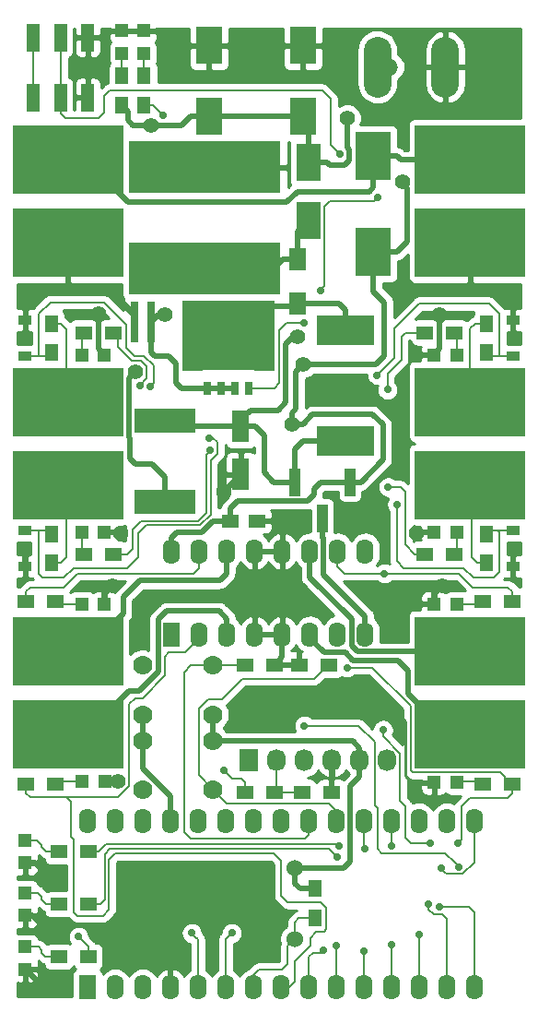
<source format=gtl>
G04 #@! TF.FileFunction,Copper,L1,Top,Signal*
%FSLAX46Y46*%
G04 Gerber Fmt 4.6, Leading zero omitted, Abs format (unit mm)*
G04 Created by KiCad (PCBNEW 4.0.1-3.201512221402+6198~38~ubuntu14.04.1-stable) date mar 02 feb 2016 20:15:53 CET*
%MOMM*%
G01*
G04 APERTURE LIST*
%ADD10C,0.101600*%
%ADD11R,1.574800X2.286000*%
%ADD12O,1.574800X2.286000*%
%ADD13R,1.016000X1.016000*%
%ADD14R,1.000000X1.000000*%
%ADD15R,1.400000X1.000000*%
%ADD16R,0.700000X1.150000*%
%ADD17R,4.700000X1.550000*%
%ADD18R,4.200000X3.300000*%
%ADD19R,0.600000X3.300000*%
%ADD20O,2.540000X5.588000*%
%ADD21O,2.540000X1.524000*%
%ADD22R,10.160000X6.350000*%
%ADD23R,1.600200X2.999740*%
%ADD24R,1.600000X2.000000*%
%ADD25R,2.400300X3.500120*%
%ADD26R,1.500000X1.250000*%
%ADD27R,1.198880X1.198880*%
%ADD28R,2.301240X3.500120*%
%ADD29R,3.299460X4.500880*%
%ADD30R,3.299460X4.498340*%
%ADD31R,1.220000X0.910000*%
%ADD32R,5.600000X2.300000*%
%ADD33R,1.300000X1.500000*%
%ADD34R,1.500000X1.300000*%
%ADD35R,0.762000X3.708400*%
%ADD36R,0.990600X2.514600*%
%ADD37R,5.308600X2.794000*%
%ADD38R,13.995400X4.749800*%
%ADD39C,1.524000*%
%ADD40R,1.193800X2.501900*%
%ADD41C,1.778000*%
%ADD42R,1.727200X2.032000*%
%ADD43O,1.727200X2.032000*%
%ADD44C,1.422400*%
%ADD45C,0.711200*%
%ADD46C,0.508000*%
%ADD47C,0.254000*%
%ADD48C,0.203200*%
G04 APERTURE END LIST*
D10*
D11*
X144399000Y-107061000D03*
D12*
X146939000Y-107061000D03*
X149479000Y-107061000D03*
X152019000Y-107061000D03*
X154559000Y-107061000D03*
X157099000Y-107061000D03*
X159639000Y-107061000D03*
X162179000Y-107061000D03*
X162179000Y-99441000D03*
X159639000Y-99441000D03*
X157099000Y-99441000D03*
X154559000Y-99441000D03*
X152019000Y-99441000D03*
X149479000Y-99441000D03*
X146939000Y-99441000D03*
X144399000Y-99441000D03*
D13*
X152019000Y-103251000D03*
X154559000Y-103251000D03*
X150749000Y-101981000D03*
X150749000Y-104521000D03*
X153289000Y-104521000D03*
X153289000Y-101981000D03*
D10*
G36*
X155321000Y-105029000D02*
X155321000Y-104013000D01*
X156337000Y-104013000D01*
X156337000Y-105029000D01*
X155321000Y-105029000D01*
X155321000Y-105029000D01*
G37*
D13*
X155829000Y-101981000D03*
D14*
X150656000Y-76961000D03*
D15*
X149606000Y-76961000D03*
D14*
X146756000Y-76961000D03*
X148556000Y-76961000D03*
X151556000Y-76961000D03*
X147656000Y-76961000D03*
X152356000Y-76961000D03*
X145856000Y-76961000D03*
X145856000Y-77861000D03*
X145856000Y-79661000D03*
X145856000Y-78761000D03*
X145856000Y-81461000D03*
X145856000Y-82361000D03*
X145856000Y-80561000D03*
X153356000Y-76961000D03*
X153356000Y-78761000D03*
X153356000Y-82361000D03*
X153356000Y-80561000D03*
X153356000Y-79661000D03*
X153356000Y-81461000D03*
X153356000Y-77861000D03*
X150656000Y-77761000D03*
X148556000Y-77761000D03*
D15*
X149606000Y-77761000D03*
D14*
X147656000Y-77761000D03*
X146756000Y-79661000D03*
X146756000Y-80561000D03*
X146756000Y-81461000D03*
X146756000Y-77861000D03*
D16*
X148971000Y-84486000D03*
X147701000Y-84486000D03*
X150241000Y-84486000D03*
D17*
X149606000Y-79011000D03*
D18*
X149606000Y-81211000D03*
D16*
X151511000Y-84486000D03*
D14*
X152456000Y-82361000D03*
X152456000Y-81461000D03*
X152456000Y-80561000D03*
X152456000Y-79661000D03*
X152456000Y-78761000D03*
X152456000Y-77861000D03*
X151556000Y-77761000D03*
X146756000Y-82361000D03*
X146756000Y-78761000D03*
D19*
X151806000Y-81211000D03*
X147406000Y-81211000D03*
D20*
X169545000Y-54991000D03*
X163296600Y-54991000D03*
D21*
X163957000Y-54991000D03*
D22*
X134874000Y-63500000D03*
X171831000Y-63500000D03*
X134874000Y-71120000D03*
X171831000Y-71120000D03*
X134874000Y-85725000D03*
X134874000Y-108585000D03*
X134874000Y-116205000D03*
X171831000Y-116205000D03*
X171831000Y-108585000D03*
D23*
X150749000Y-87970360D03*
X150749000Y-92369640D03*
D24*
X155956000Y-72676000D03*
X155956000Y-76676000D03*
D25*
X156464000Y-59512200D03*
X156464000Y-53009800D03*
X147828000Y-59512200D03*
X147828000Y-53009800D03*
D26*
X149753000Y-96647000D03*
X152253000Y-96647000D03*
D27*
X130937000Y-135729980D03*
X130937000Y-137828020D03*
X130937000Y-130776980D03*
X130937000Y-132875020D03*
X130937000Y-125950980D03*
X130937000Y-128049020D03*
D28*
X156972000Y-63720980D03*
X156972000Y-69121020D03*
D27*
X139827000Y-53754020D03*
X139827000Y-51655980D03*
X136110980Y-104267000D03*
X138209020Y-104267000D03*
X136174480Y-120523000D03*
X138272520Y-120523000D03*
X170594020Y-104267000D03*
X168495980Y-104267000D03*
X170594020Y-120650000D03*
X168495980Y-120650000D03*
X141859000Y-53754020D03*
X141859000Y-51655980D03*
D29*
X162941000Y-63164720D03*
D30*
X162941000Y-71963280D03*
D31*
X130937000Y-81518000D03*
X130937000Y-78248000D03*
X130937000Y-97552000D03*
X130937000Y-100822000D03*
D27*
X136110980Y-81407000D03*
X138209020Y-81407000D03*
X136110980Y-97663000D03*
X138209020Y-97663000D03*
D31*
X175768000Y-81518000D03*
X175768000Y-78248000D03*
X175768000Y-97552000D03*
X175768000Y-100822000D03*
D27*
X170594020Y-81407000D03*
X168495980Y-81407000D03*
X170594020Y-97663000D03*
X168495980Y-97663000D03*
D32*
X143764000Y-94886000D03*
X143764000Y-87486000D03*
D22*
X134874000Y-93345000D03*
X171831000Y-85725000D03*
X171831000Y-93345000D03*
D33*
X157607000Y-130396000D03*
X157607000Y-133096000D03*
D34*
X156384000Y-121539000D03*
X159084000Y-121539000D03*
X153877000Y-121539000D03*
X151177000Y-121539000D03*
X136732000Y-136652000D03*
X134032000Y-136652000D03*
X134032000Y-131826000D03*
X136732000Y-131826000D03*
X134032000Y-127000000D03*
X136732000Y-127000000D03*
X151177000Y-109855000D03*
X153877000Y-109855000D03*
X158830000Y-109855000D03*
X156130000Y-109855000D03*
D35*
X142506700Y-78359000D03*
X140957300Y-78359000D03*
D34*
X133684000Y-104013000D03*
X130984000Y-104013000D03*
X133684000Y-120777000D03*
X130984000Y-120777000D03*
X173021000Y-104013000D03*
X175721000Y-104013000D03*
X173021000Y-120777000D03*
X175721000Y-120777000D03*
D33*
X139827000Y-58500000D03*
X139827000Y-55800000D03*
X141859000Y-58500000D03*
X141859000Y-55800000D03*
X133350000Y-78533000D03*
X133350000Y-81233000D03*
X133350000Y-100537000D03*
X133350000Y-97837000D03*
D34*
X136318000Y-79375000D03*
X139018000Y-79375000D03*
X136318000Y-99695000D03*
X139018000Y-99695000D03*
D33*
X173355000Y-78533000D03*
X173355000Y-81233000D03*
X173355000Y-100537000D03*
X173355000Y-97837000D03*
D34*
X170387000Y-79375000D03*
X167687000Y-79375000D03*
X170387000Y-99695000D03*
X167687000Y-99695000D03*
D36*
X155702000Y-93091000D03*
X158242000Y-96393000D03*
X160782000Y-93091000D03*
D37*
X160401000Y-89281000D03*
X160401000Y-79197200D03*
D38*
X147447000Y-73456800D03*
X147447000Y-64211200D03*
D39*
X155702000Y-128498600D03*
X155702000Y-135001000D03*
D40*
X131699000Y-57785000D03*
X134188200Y-57785000D03*
X136677400Y-57785000D03*
X131699000Y-52285900D03*
X134188200Y-52285900D03*
X136677400Y-52285900D03*
D41*
X141706600Y-109931200D03*
X148209000Y-109931200D03*
X141706600Y-114427000D03*
X148209000Y-114427000D03*
X148209000Y-121335800D03*
X141706600Y-121335800D03*
X148209000Y-116840000D03*
X141706600Y-116840000D03*
D11*
X136652000Y-139446000D03*
D12*
X139192000Y-139446000D03*
X141732000Y-139446000D03*
X144272000Y-139446000D03*
X146812000Y-139446000D03*
X149352000Y-139446000D03*
X151892000Y-139446000D03*
X154432000Y-139446000D03*
X156972000Y-139446000D03*
X159512000Y-139446000D03*
X162052000Y-139446000D03*
X164592000Y-139446000D03*
X167132000Y-139446000D03*
X169672000Y-139446000D03*
X172212000Y-139446000D03*
X172212000Y-124206000D03*
X169672000Y-124206000D03*
X167132000Y-124206000D03*
X164592000Y-124206000D03*
X162052000Y-124206000D03*
X159512000Y-124206000D03*
X156972000Y-124206000D03*
X154432000Y-124206000D03*
X151892000Y-124206000D03*
X149352000Y-124206000D03*
X146812000Y-124206000D03*
X144272000Y-124206000D03*
X141732000Y-124206000D03*
X139192000Y-124206000D03*
X136652000Y-124206000D03*
D42*
X151511000Y-118618000D03*
D43*
X154051000Y-118618000D03*
X156591000Y-118618000D03*
X159131000Y-118618000D03*
X161671000Y-118618000D03*
X164211000Y-118618000D03*
D44*
X155956000Y-79756000D03*
X152654000Y-114300000D03*
X166878000Y-97790000D03*
X161798000Y-114046000D03*
X139446000Y-120523000D03*
X175895000Y-99187000D03*
X169291000Y-102616000D03*
X162306000Y-103124000D03*
X132842000Y-134112000D03*
X133096000Y-129286000D03*
X132588000Y-139446000D03*
X142004376Y-65351467D03*
X153138753Y-62936782D03*
X139700000Y-97790000D03*
X130937000Y-99187000D03*
X169037000Y-77724000D03*
X137668000Y-77597000D03*
X138938000Y-102616000D03*
X149225000Y-93980000D03*
X142494000Y-60325000D03*
X160528000Y-59690000D03*
X165608000Y-65532000D03*
X156464000Y-82296000D03*
X155460000Y-87757000D03*
D45*
X149225000Y-119507000D03*
D44*
X141097000Y-82931000D03*
D45*
X165100000Y-95123000D03*
X168021000Y-131826000D03*
X169165622Y-128547571D03*
X147828000Y-89027000D03*
X170807477Y-128409038D03*
X156591000Y-115443000D03*
D44*
X143730389Y-77724000D03*
D45*
X163342369Y-66954435D03*
X156591000Y-78486000D03*
X158041342Y-75511658D03*
X143638230Y-59436000D03*
X135830407Y-134806600D03*
X169037000Y-132080000D03*
X159893000Y-62992000D03*
X170653071Y-126222154D03*
X158367280Y-136021150D03*
X160528000Y-110109000D03*
X168143926Y-126237150D03*
X163957000Y-101473000D03*
X164592000Y-135509000D03*
X163830000Y-115824000D03*
X167132000Y-134620000D03*
X159512000Y-135636000D03*
X162052000Y-136144000D03*
X164577594Y-126482230D03*
X159639000Y-127508000D03*
X162110986Y-126735993D03*
X159766000Y-126492000D03*
X141478000Y-84201000D03*
X147955000Y-90170000D03*
X164229581Y-84609881D03*
X164298352Y-93561576D03*
X146236881Y-134474339D03*
X142383212Y-84330316D03*
X163283952Y-83267841D03*
X149913080Y-134474339D03*
D46*
X155702000Y-93091000D02*
X155702000Y-90043000D01*
X155702000Y-90043000D02*
X156464000Y-89281000D01*
X156464000Y-89281000D02*
X160401000Y-89281000D01*
X152908000Y-92202000D02*
X153797000Y-93091000D01*
X153797000Y-93091000D02*
X155702000Y-93091000D01*
X152908000Y-88821260D02*
X152908000Y-92202000D01*
X150749000Y-87970360D02*
X152057100Y-87970360D01*
X152057100Y-87970360D02*
X152908000Y-88821260D01*
X154863810Y-80467190D02*
X155575000Y-79756000D01*
X155575000Y-79756000D02*
X155956000Y-79756000D01*
X154178000Y-86487000D02*
X154863810Y-85801190D01*
X154863810Y-85801190D02*
X154863810Y-80467190D01*
X151638000Y-86487000D02*
X154178000Y-86487000D01*
X150749000Y-87376000D02*
X151638000Y-86487000D01*
X150749000Y-87970360D02*
X150749000Y-87376000D01*
X150749000Y-87970360D02*
X144248360Y-87970360D01*
X144248360Y-87970360D02*
X143764000Y-87486000D01*
X161798000Y-114046000D02*
X152908000Y-114046000D01*
X152908000Y-114046000D02*
X152654000Y-114300000D01*
X168495980Y-97663000D02*
X167005000Y-97663000D01*
X167005000Y-97663000D02*
X166878000Y-97790000D01*
D47*
X168495980Y-120650000D02*
X166474872Y-120650000D01*
X165862000Y-120037128D02*
X165862000Y-115062000D01*
X166474872Y-120650000D02*
X165862000Y-120037128D01*
X165862000Y-115062000D02*
X164846000Y-114046000D01*
X164846000Y-114046000D02*
X161798000Y-114046000D01*
D46*
X159084000Y-121539000D02*
X159084000Y-118665000D01*
X159084000Y-118665000D02*
X159131000Y-118618000D01*
X138272520Y-120523000D02*
X139446000Y-120523000D01*
X134874000Y-74930000D02*
X134874000Y-72771000D01*
X134874000Y-72771000D02*
X136525000Y-71120000D01*
X135382000Y-75438000D02*
X134874000Y-74930000D01*
X138557000Y-75438000D02*
X135382000Y-75438000D01*
X140957300Y-77838300D02*
X138557000Y-75438000D01*
X140957300Y-78359000D02*
X140957300Y-77838300D01*
X175768000Y-100822000D02*
X175768000Y-99314000D01*
X175768000Y-99314000D02*
X175895000Y-99187000D01*
X168495980Y-104267000D02*
X168495980Y-103411020D01*
X168495980Y-103411020D02*
X169291000Y-102616000D01*
X168495980Y-104267000D02*
X163449000Y-104267000D01*
X163449000Y-104267000D02*
X162306000Y-103124000D01*
X150749000Y-92369640D02*
X150749000Y-92456000D01*
X130937000Y-132875020D02*
X131605020Y-132875020D01*
X131605020Y-132875020D02*
X132842000Y-134112000D01*
X130937000Y-128049020D02*
X131859020Y-128049020D01*
X131859020Y-128049020D02*
X133096000Y-129286000D01*
X130937000Y-137828020D02*
X130970020Y-137828020D01*
X130970020Y-137828020D02*
X132588000Y-139446000D01*
X142715575Y-64640268D02*
X142004376Y-65351467D01*
X143144643Y-64211200D02*
X142715575Y-64640268D01*
X147447000Y-64211200D02*
X143144643Y-64211200D01*
X152427554Y-63647981D02*
X153138753Y-62936782D01*
X151864335Y-64211200D02*
X152427554Y-63647981D01*
X147447000Y-64211200D02*
X151864335Y-64211200D01*
X138209020Y-97663000D02*
X139573000Y-97663000D01*
X139573000Y-97663000D02*
X139700000Y-97790000D01*
X130937000Y-100822000D02*
X130937000Y-99187000D01*
X168495980Y-81407000D02*
X169037000Y-80865980D01*
X169037000Y-80865980D02*
X169037000Y-77724000D01*
X138209020Y-81407000D02*
X137668000Y-80865980D01*
X137668000Y-80865980D02*
X137668000Y-77597000D01*
X140957300Y-77711300D02*
X139446000Y-76200000D01*
X138209020Y-104267000D02*
X138209020Y-103344980D01*
X138209020Y-103344980D02*
X138938000Y-102616000D01*
X154559000Y-107061000D02*
X154559000Y-109173000D01*
X154559000Y-109173000D02*
X153877000Y-109855000D01*
X156130000Y-109855000D02*
X156130000Y-108632000D01*
X150749000Y-92456000D02*
X149225000Y-93980000D01*
X141706600Y-116840000D02*
X141706600Y-114427000D01*
X148209000Y-116840000D02*
X148209000Y-114427000D01*
X145307050Y-60325000D02*
X142494000Y-60325000D01*
X140843000Y-60325000D02*
X142494000Y-60325000D01*
X147828000Y-59512200D02*
X146119850Y-59512200D01*
X146119850Y-59512200D02*
X145307050Y-60325000D01*
X140411201Y-59084201D02*
X139827000Y-58500000D01*
X140843000Y-60325000D02*
X140411201Y-59893201D01*
X140411201Y-59893201D02*
X140411201Y-59084201D01*
X156464000Y-59512200D02*
X154755850Y-59512200D01*
X154755850Y-59512200D02*
X147828000Y-59512200D01*
X148209000Y-116840000D02*
X161003355Y-116840000D01*
X161003355Y-116840000D02*
X161671000Y-117507645D01*
X161671000Y-117507645D02*
X161671000Y-118618000D01*
X155702000Y-128498600D02*
X160198915Y-128498600D01*
X160198915Y-128498600D02*
X160807390Y-127890125D01*
X160807390Y-121005610D02*
X161671000Y-120142000D01*
X160807390Y-127890125D02*
X160807390Y-121005610D01*
X161671000Y-120142000D02*
X161671000Y-118618000D01*
X144272000Y-124206000D02*
X144272000Y-121908822D01*
X144272000Y-121908822D02*
X141706600Y-119343422D01*
X141706600Y-119343422D02*
X141706600Y-116840000D01*
X160782000Y-93091000D02*
X158115000Y-93091000D01*
X155702000Y-129921000D02*
X155702000Y-128498600D01*
X156177000Y-130396000D02*
X155702000Y-129921000D01*
X157607000Y-130396000D02*
X156177000Y-130396000D01*
X155460000Y-87757000D02*
X156465788Y-87757000D01*
X156465788Y-87757000D02*
X157354788Y-86868000D01*
X157354788Y-86868000D02*
X162862262Y-86868000D01*
X163830000Y-91046300D02*
X163830000Y-87835738D01*
X163830000Y-87835738D02*
X162862262Y-86868000D01*
X160782000Y-93091000D02*
X161785300Y-93091000D01*
X161785300Y-93091000D02*
X163830000Y-91046300D01*
X160274000Y-64008000D02*
X158917640Y-64008000D01*
X158917640Y-64008000D02*
X158630620Y-63720980D01*
X158630620Y-63720980D02*
X156972000Y-63720980D01*
X160705801Y-63576199D02*
X160274000Y-64008000D01*
X160528000Y-59690000D02*
X160528000Y-62424054D01*
X160705801Y-62601855D02*
X160705801Y-63576199D01*
X160528000Y-62424054D02*
X160705801Y-62601855D01*
X166039801Y-66090801D02*
X165608000Y-65659000D01*
X165608000Y-65659000D02*
X165608000Y-65532000D01*
X162941000Y-71963280D02*
X165098730Y-71963280D01*
X166039801Y-71022209D02*
X166039801Y-66090801D01*
X165098730Y-71963280D02*
X166039801Y-71022209D01*
X156464000Y-82296000D02*
X163195000Y-82296000D01*
X163195000Y-82296000D02*
X163957000Y-81534000D01*
X163957000Y-81534000D02*
X163957000Y-76581000D01*
X163957000Y-76581000D02*
X162941000Y-75565000D01*
X162941000Y-75565000D02*
X162941000Y-71963280D01*
X155829000Y-82931000D02*
X156464000Y-82296000D01*
X155829000Y-86382212D02*
X155829000Y-82931000D01*
X155460000Y-87757000D02*
X155460000Y-86751212D01*
X155460000Y-86751212D02*
X155829000Y-86382212D01*
X156464000Y-59512200D02*
X156972000Y-60020200D01*
X156972000Y-60020200D02*
X156972000Y-63720980D01*
X149753000Y-95514000D02*
X149753000Y-96647000D01*
X149753000Y-96647000D02*
X149878000Y-96647000D01*
X144399000Y-99441000D02*
X144399000Y-98171000D01*
X144399000Y-98171000D02*
X144907000Y-97663000D01*
X148209000Y-96647000D02*
X149753000Y-96647000D01*
X144907000Y-97663000D02*
X147193000Y-97663000D01*
X147193000Y-97663000D02*
X148209000Y-96647000D01*
X156908499Y-94805501D02*
X150461499Y-94805501D01*
X150461499Y-94805501D02*
X149753000Y-95514000D01*
X158115000Y-93091000D02*
X157480000Y-93726000D01*
X157480000Y-93726000D02*
X157480000Y-94234000D01*
X157480000Y-94234000D02*
X156908499Y-94805501D01*
X155956000Y-72676000D02*
X154648000Y-72676000D01*
X154648000Y-72676000D02*
X153867200Y-73456800D01*
X153867200Y-73456800D02*
X147447000Y-73456800D01*
X155956000Y-72676000D02*
X155956000Y-70137020D01*
X155956000Y-70137020D02*
X156972000Y-69121020D01*
X166116000Y-112522000D02*
X169799000Y-116205000D01*
X166116000Y-110363000D02*
X166116000Y-112522000D01*
X169799000Y-116205000D02*
X170180000Y-116205000D01*
X157099000Y-107061000D02*
X157099000Y-107416600D01*
X157099000Y-107416600D02*
X158430199Y-108747799D01*
X158430199Y-108747799D02*
X160337975Y-108747799D01*
X165227000Y-109474000D02*
X166116000Y-110363000D01*
X160337975Y-108747799D02*
X161064176Y-109474000D01*
X161064176Y-109474000D02*
X165227000Y-109474000D01*
X157099000Y-106705400D02*
X157099000Y-107061000D01*
D48*
X134747000Y-79076800D02*
X134747000Y-83947000D01*
X134747000Y-83947000D02*
X136525000Y-85725000D01*
X133350000Y-78533000D02*
X134203200Y-78533000D01*
X134203200Y-78533000D02*
X134747000Y-79076800D01*
X134747000Y-99993200D02*
X134747000Y-95123000D01*
X134747000Y-95123000D02*
X136525000Y-93345000D01*
X133350000Y-100537000D02*
X134203200Y-100537000D01*
X134203200Y-100537000D02*
X134747000Y-99993200D01*
X170180000Y-85725000D02*
X171831000Y-84074000D01*
X171831000Y-84074000D02*
X171831000Y-79028288D01*
X171831000Y-79028288D02*
X172326288Y-78533000D01*
X172326288Y-78533000D02*
X173355000Y-78533000D01*
X149987000Y-120269000D02*
X149225000Y-119507000D01*
X150760200Y-120269000D02*
X149987000Y-120269000D01*
X151177000Y-121539000D02*
X151177000Y-120685800D01*
X151177000Y-120685800D02*
X150760200Y-120269000D01*
X136652000Y-139090400D02*
X136652000Y-139446000D01*
X136174480Y-120523000D02*
X133938000Y-120523000D01*
X133938000Y-120523000D02*
X133684000Y-120777000D01*
D46*
X147406000Y-81211000D02*
X147006000Y-81211000D01*
X147006000Y-81211000D02*
X146756000Y-81461000D01*
X151806000Y-81211000D02*
X152206000Y-81211000D01*
X152206000Y-81211000D02*
X152456000Y-81461000D01*
X149606000Y-79011000D02*
X149606000Y-81211000D01*
X149606000Y-81211000D02*
X151806000Y-81211000D01*
X147406000Y-81211000D02*
X149606000Y-81211000D01*
X146756000Y-82361000D02*
X146756000Y-81861000D01*
X146756000Y-81861000D02*
X147406000Y-81211000D01*
X151556000Y-76961000D02*
X152356000Y-76961000D01*
X150656000Y-76961000D02*
X151556000Y-76961000D01*
X149606000Y-76961000D02*
X150656000Y-76961000D01*
X148556000Y-76961000D02*
X149606000Y-76961000D01*
X147656000Y-76961000D02*
X148556000Y-76961000D01*
X146756000Y-76961000D02*
X147656000Y-76961000D01*
X145856000Y-76961000D02*
X146756000Y-76961000D01*
X145856000Y-77861000D02*
X145856000Y-76961000D01*
X145856000Y-78761000D02*
X145856000Y-77861000D01*
X145856000Y-79661000D02*
X145856000Y-78761000D01*
X145856000Y-80561000D02*
X145856000Y-79661000D01*
X145856000Y-81461000D02*
X145856000Y-80561000D01*
X145856000Y-82361000D02*
X145856000Y-81461000D01*
X146756000Y-81461000D02*
X146756000Y-82361000D01*
X146756000Y-80561000D02*
X146756000Y-81461000D01*
X146756000Y-79661000D02*
X146756000Y-80561000D01*
X146756000Y-78761000D02*
X146756000Y-79661000D01*
X146756000Y-77861000D02*
X146756000Y-78761000D01*
X147656000Y-77761000D02*
X146856000Y-77761000D01*
X146856000Y-77761000D02*
X146756000Y-77861000D01*
X148556000Y-77761000D02*
X147656000Y-77761000D01*
X149606000Y-77761000D02*
X148556000Y-77761000D01*
X150656000Y-77761000D02*
X149606000Y-77761000D01*
X151556000Y-77761000D02*
X150656000Y-77761000D01*
X152456000Y-77861000D02*
X151656000Y-77861000D01*
X151656000Y-77861000D02*
X151556000Y-77761000D01*
X152456000Y-78761000D02*
X152456000Y-77861000D01*
X152456000Y-79661000D02*
X152456000Y-78761000D01*
X152456000Y-80561000D02*
X152456000Y-79661000D01*
X152456000Y-81461000D02*
X152456000Y-80561000D01*
X152456000Y-82361000D02*
X152456000Y-81461000D01*
X153356000Y-82361000D02*
X152456000Y-82361000D01*
X153356000Y-81461000D02*
X153356000Y-82361000D01*
X153356000Y-80561000D02*
X153356000Y-81461000D01*
X153356000Y-79661000D02*
X153356000Y-80561000D01*
X153356000Y-78761000D02*
X153356000Y-79661000D01*
X153356000Y-77861000D02*
X153356000Y-78761000D01*
X153356000Y-76961000D02*
X153356000Y-77861000D01*
X152356000Y-76961000D02*
X153356000Y-76961000D01*
X160401000Y-79197200D02*
X160401000Y-77292200D01*
X160401000Y-77292200D02*
X159784800Y-76676000D01*
X159784800Y-76676000D02*
X157264000Y-76676000D01*
X157264000Y-76676000D02*
X155956000Y-76676000D01*
X153356000Y-76961000D02*
X155671000Y-76961000D01*
X155671000Y-76961000D02*
X155956000Y-76676000D01*
D48*
X134032000Y-136652000D02*
X132806420Y-136652000D01*
X132806420Y-136652000D02*
X132461000Y-136306580D01*
X132461000Y-136306580D02*
X132461000Y-136059883D01*
X132461000Y-136059883D02*
X132131097Y-135729980D01*
X132131097Y-135729980D02*
X130937000Y-135729980D01*
D46*
X140506799Y-83521201D02*
X141097000Y-82931000D01*
X140589000Y-90932000D02*
X140589000Y-89083962D01*
X140589000Y-89083962D02*
X140506799Y-89001761D01*
X140506799Y-89001761D02*
X140506799Y-83521201D01*
X142621000Y-91440000D02*
X141097000Y-91440000D01*
X141097000Y-91440000D02*
X140589000Y-90932000D01*
X143764000Y-92583000D02*
X142621000Y-91440000D01*
X143764000Y-93228000D02*
X143764000Y-92583000D01*
X143764000Y-94886000D02*
X143764000Y-93228000D01*
D48*
X134032000Y-131826000D02*
X132860092Y-131826000D01*
X132860092Y-131826000D02*
X132461000Y-131426908D01*
X132461000Y-131426908D02*
X132461000Y-131159652D01*
X132461000Y-131159652D02*
X132078328Y-130776980D01*
X132078328Y-130776980D02*
X130937000Y-130776980D01*
X134032000Y-127000000D02*
X132855790Y-127000000D01*
X132855790Y-127000000D02*
X132461000Y-126605210D01*
X132461000Y-126605210D02*
X132461000Y-126368791D01*
X132461000Y-126368791D02*
X132043189Y-125950980D01*
X132043189Y-125950980D02*
X130937000Y-125950980D01*
X139827000Y-53754020D02*
X139827000Y-55800000D01*
X136110980Y-104267000D02*
X133938000Y-104267000D01*
X133938000Y-104267000D02*
X133684000Y-104013000D01*
X170594020Y-104267000D02*
X172767000Y-104267000D01*
X172767000Y-104267000D02*
X173021000Y-104013000D01*
X170594020Y-120523000D02*
X172767000Y-120523000D01*
X172767000Y-120523000D02*
X173021000Y-120777000D01*
X141859000Y-53754020D02*
X141859000Y-55800000D01*
D46*
X162941000Y-66040000D02*
X162941000Y-63164720D01*
X140411201Y-67386201D02*
X154983177Y-67386201D01*
X136525000Y-63500000D02*
X140411201Y-67386201D01*
X155948378Y-66421000D02*
X162560000Y-66421000D01*
X162560000Y-66421000D02*
X162941000Y-66040000D01*
X154983177Y-67386201D02*
X155948378Y-66421000D01*
X162941000Y-63164720D02*
X165098730Y-63164720D01*
X165098730Y-63164720D02*
X165434010Y-63500000D01*
X165434010Y-63500000D02*
X170180000Y-63500000D01*
D48*
X165100000Y-95123000D02*
X165100000Y-100330000D01*
X165100000Y-100330000D02*
X165735000Y-100965000D01*
X165735000Y-100965000D02*
X171241262Y-100965000D01*
X171241262Y-100965000D02*
X172130262Y-101854000D01*
X172130262Y-101854000D02*
X174012991Y-101854000D01*
X174012991Y-101854000D02*
X174540092Y-101326899D01*
X174540092Y-101326899D02*
X174540092Y-97721092D01*
X174540092Y-97721092D02*
X174371000Y-97552000D01*
X168021000Y-131826000D02*
X168021000Y-132323279D01*
X168021000Y-132323279D02*
X168457177Y-132759456D01*
X168457177Y-132759456D02*
X169283109Y-132759456D01*
X169283109Y-132759456D02*
X169672000Y-133148347D01*
X169672000Y-133148347D02*
X169672000Y-134253154D01*
X169672000Y-134253154D02*
X169672000Y-139446000D01*
X175768000Y-97552000D02*
X174371000Y-97552000D01*
X174371000Y-97552000D02*
X173640000Y-97552000D01*
X173640000Y-97552000D02*
X173355000Y-97837000D01*
X136110980Y-81407000D02*
X136110980Y-79582020D01*
X136110980Y-79582020D02*
X136318000Y-79375000D01*
X136110980Y-97663000D02*
X136110980Y-99487980D01*
X136110980Y-99487980D02*
X136318000Y-99695000D01*
X172212000Y-127981909D02*
X171124470Y-129069439D01*
X169521221Y-128903170D02*
X169165622Y-128547571D01*
X172212000Y-124206000D02*
X172212000Y-127981909D01*
X169687490Y-129069439D02*
X169521221Y-128903170D01*
X171124470Y-129069439D02*
X169687490Y-129069439D01*
X148615401Y-89433401D02*
X148209000Y-89027000D01*
X147980410Y-96053340D02*
X147980410Y-91121984D01*
X142087590Y-97053410D02*
X146980341Y-97053409D01*
X148615401Y-90486993D02*
X148615401Y-89433401D01*
X141351000Y-97790000D02*
X142087590Y-97053410D01*
X148209000Y-89027000D02*
X147828000Y-89027000D01*
X141351000Y-99949000D02*
X141351000Y-97790000D01*
X134493000Y-101854000D02*
X135382000Y-100965000D01*
X146980341Y-97053409D02*
X147980410Y-96053340D01*
X132164901Y-101474507D02*
X132544394Y-101854000D01*
X140335000Y-100965000D02*
X141351000Y-99949000D01*
X132164901Y-97594099D02*
X132164901Y-101474507D01*
X135382000Y-100965000D02*
X140335000Y-100965000D01*
X132544394Y-101854000D02*
X134493000Y-101854000D01*
X147980410Y-91121984D02*
X148615401Y-90486993D01*
X132207000Y-97552000D02*
X132164901Y-97594099D01*
X132207000Y-97552000D02*
X133065000Y-97552000D01*
X130937000Y-97552000D02*
X132207000Y-97552000D01*
X133065000Y-97552000D02*
X133350000Y-97837000D01*
X170594020Y-81407000D02*
X170594020Y-79582020D01*
X170594020Y-79582020D02*
X170387000Y-79375000D01*
X170594020Y-97663000D02*
X170594020Y-99487980D01*
X170594020Y-99487980D02*
X170387000Y-99695000D01*
X156384000Y-121539000D02*
X153877000Y-121539000D01*
X154051000Y-118618000D02*
X154051000Y-121365000D01*
X154051000Y-121365000D02*
X153877000Y-121539000D01*
X163288889Y-126776159D02*
X163665045Y-127152315D01*
X163288889Y-122974514D02*
X163288889Y-126776159D01*
X163042590Y-122728215D02*
X163288889Y-122974514D01*
X163042590Y-116941590D02*
X163042590Y-122728215D01*
X170451878Y-128053439D02*
X170807477Y-128409038D01*
X169550754Y-127152315D02*
X170451878Y-128053439D01*
X163665045Y-127152315D02*
X169550754Y-127152315D01*
X156591000Y-115443000D02*
X161544000Y-115443000D01*
X161544000Y-115443000D02*
X163042590Y-116941590D01*
X139192000Y-139090400D02*
X139192000Y-139446000D01*
D46*
X148844000Y-102108000D02*
X149479000Y-101473000D01*
X141478000Y-102108000D02*
X148844000Y-102108000D01*
X139954000Y-103632000D02*
X141478000Y-102108000D01*
X139954000Y-105156000D02*
X139954000Y-103632000D01*
X136525000Y-108585000D02*
X139954000Y-105156000D01*
X149479000Y-101473000D02*
X149479000Y-99441000D01*
X149479000Y-99796600D02*
X149479000Y-99441000D01*
X149479000Y-99441000D02*
X149479000Y-99085400D01*
X148732725Y-104902000D02*
X149479000Y-105648275D01*
X143935193Y-104902000D02*
X148732725Y-104902000D01*
X149479000Y-105648275D02*
X149479000Y-107061000D01*
X149479000Y-106705400D02*
X149479000Y-107061000D01*
X136525000Y-116205000D02*
X140462000Y-112268000D01*
X140462000Y-112268000D02*
X141362178Y-112268000D01*
X141362178Y-112268000D02*
X143154399Y-110475779D01*
X143154399Y-110475779D02*
X143154399Y-105682794D01*
X143154399Y-105682794D02*
X143935193Y-104902000D01*
X136525000Y-116205000D02*
X137936222Y-116205000D01*
X160918702Y-105673702D02*
X157099000Y-101854000D01*
X157099000Y-101854000D02*
X157099000Y-99441000D01*
X157099000Y-99796600D02*
X157099000Y-99441000D01*
X170180000Y-108585000D02*
X170103790Y-108661210D01*
X170103790Y-108661210D02*
X161464315Y-108661210D01*
X161464315Y-108661210D02*
X160918702Y-108115597D01*
X160918702Y-108115597D02*
X160918702Y-105673702D01*
D48*
X171958000Y-99993200D02*
X171958000Y-95123000D01*
X171958000Y-95123000D02*
X170180000Y-93345000D01*
X173355000Y-100537000D02*
X172501800Y-100537000D01*
X172501800Y-100537000D02*
X171958000Y-99993200D01*
D46*
X142506700Y-80721200D02*
X142506700Y-81165700D01*
X142506700Y-81165700D02*
X142875000Y-81534000D01*
X142875000Y-81534000D02*
X144145000Y-81534000D01*
X144145000Y-81534000D02*
X144780000Y-82169000D01*
X144780000Y-82169000D02*
X144780000Y-83947000D01*
X144780000Y-83947000D02*
X145319000Y-84486000D01*
X145319000Y-84486000D02*
X147701000Y-84486000D01*
X143730389Y-77724000D02*
X143141700Y-77724000D01*
X143141700Y-77724000D02*
X142506700Y-78359000D01*
X142506700Y-78359000D02*
X142506700Y-80721200D01*
X142506700Y-80721200D02*
X142494000Y-80733900D01*
X148971000Y-84486000D02*
X147701000Y-84486000D01*
X150241000Y-84486000D02*
X148971000Y-84486000D01*
D48*
X158041342Y-75511658D02*
X158427421Y-75125579D01*
X158427421Y-75125579D02*
X158427421Y-67822401D01*
X158427421Y-67822401D02*
X158939788Y-67310034D01*
X158939788Y-67310034D02*
X162986770Y-67310034D01*
X162986770Y-67310034D02*
X163342369Y-66954435D01*
X156591000Y-78486000D02*
X154968384Y-78486000D01*
X154968384Y-78486000D02*
X154305000Y-79149384D01*
X154305000Y-79149384D02*
X154305000Y-83990819D01*
X154305000Y-83990819D02*
X153809819Y-84486000D01*
X153809819Y-84486000D02*
X151511000Y-84486000D01*
X141859000Y-58500000D02*
X142712200Y-58500000D01*
X142712200Y-58500000D02*
X143638230Y-59426030D01*
X143638230Y-59426030D02*
X143638230Y-59436000D01*
X151892000Y-139446000D02*
X151892000Y-138320438D01*
X151892000Y-138320438D02*
X152380326Y-137832112D01*
X152380326Y-137832112D02*
X154550507Y-137832112D01*
X155043363Y-135659637D02*
X155702000Y-135001000D01*
X154550507Y-137832112D02*
X155043363Y-137339256D01*
X155043363Y-137339256D02*
X155043363Y-135659637D01*
X155702000Y-135001000D02*
X155702000Y-133477000D01*
X155702000Y-133477000D02*
X156083000Y-133096000D01*
X156083000Y-133096000D02*
X157607000Y-133096000D01*
X136732000Y-135708193D02*
X136186006Y-135162199D01*
X136186006Y-135162199D02*
X135830407Y-134806600D01*
X136732000Y-136652000D02*
X136732000Y-135708193D01*
X172212000Y-132579903D02*
X171712097Y-132080000D01*
X172212000Y-139446000D02*
X172212000Y-132579903D01*
X171712097Y-132080000D02*
X169037000Y-132080000D01*
X159004000Y-62103000D02*
X159893000Y-62992000D01*
X159004000Y-57912000D02*
X159004000Y-62103000D01*
X158242000Y-57150000D02*
X159004000Y-57912000D01*
X157734000Y-57150000D02*
X158242000Y-57150000D01*
X146431000Y-57150000D02*
X157734000Y-57150000D01*
X138684000Y-57150000D02*
X146431000Y-57150000D01*
X138176000Y-57658000D02*
X138684000Y-57150000D01*
X138176000Y-59182000D02*
X138176000Y-57658000D01*
X137668000Y-59690000D02*
X138176000Y-59182000D01*
X134639050Y-59690000D02*
X137668000Y-59690000D01*
X134188200Y-57785000D02*
X134188200Y-59239150D01*
X134188200Y-59239150D02*
X134639050Y-59690000D01*
X134188200Y-52285900D02*
X134188200Y-53740050D01*
X134188200Y-53740050D02*
X134188200Y-57785000D01*
X146939000Y-107061000D02*
X146939000Y-107416600D01*
X146939000Y-107416600D02*
X145643600Y-108712000D01*
X143764000Y-110839742D02*
X141700742Y-112903000D01*
X145643600Y-108712000D02*
X144145000Y-108712000D01*
X143764000Y-109093000D02*
X143764000Y-110839742D01*
X144145000Y-108712000D02*
X143764000Y-109093000D01*
X141700742Y-112903000D02*
X141032603Y-112903000D01*
X141032603Y-112903000D02*
X140467511Y-113468092D01*
X140467511Y-113468092D02*
X140467511Y-121005173D01*
X140467511Y-121005173D02*
X139433904Y-122038780D01*
X139433904Y-122038780D02*
X134755220Y-122038780D01*
X134755220Y-122038780D02*
X134755220Y-122051402D01*
X134755220Y-122051402D02*
X135145115Y-122441297D01*
X135145115Y-122441297D02*
X135145115Y-125620115D01*
X154471341Y-127883870D02*
X154471341Y-131072676D01*
X138635204Y-132314358D02*
X138635204Y-127727964D01*
X138062804Y-132886758D02*
X138635204Y-132314358D01*
X135741400Y-132886758D02*
X138062804Y-132886758D01*
X135415538Y-132560896D02*
X135741400Y-132886758D01*
X135415538Y-125890538D02*
X135415538Y-132560896D01*
X135145115Y-125620115D02*
X135415538Y-125890538D01*
X139157142Y-127206026D02*
X153793497Y-127206026D01*
X138635204Y-127727964D02*
X139157142Y-127206026D01*
X153793497Y-127206026D02*
X154471341Y-127883870D01*
X157680494Y-134354772D02*
X157110601Y-134924665D01*
X158090681Y-131666045D02*
X158619358Y-132194722D01*
X155064710Y-131666045D02*
X158090681Y-131666045D01*
X154471341Y-131072676D02*
X155064710Y-131666045D01*
X158619358Y-132194722D02*
X158619358Y-134122444D01*
X158619358Y-134122444D02*
X158387030Y-134354772D01*
X158387030Y-134354772D02*
X157680494Y-134354772D01*
X157110601Y-134924665D02*
X157110601Y-135615611D01*
X157110601Y-135615611D02*
X155692449Y-137033763D01*
X155692449Y-137033763D02*
X155692449Y-138942547D01*
X155188996Y-139446000D02*
X154432000Y-139446000D01*
X155692449Y-138942547D02*
X155188996Y-139446000D01*
X134755220Y-122038780D02*
X131392580Y-122038780D01*
X130984000Y-121630200D02*
X130984000Y-120777000D01*
X131392580Y-122038780D02*
X130984000Y-121630200D01*
X166338238Y-113633238D02*
X162814000Y-110109000D01*
X166338238Y-119515880D02*
X166338238Y-113633238D01*
X166561341Y-119738983D02*
X166338238Y-119515880D01*
X161030894Y-110109000D02*
X160528000Y-110109000D01*
X174582983Y-119738983D02*
X166561341Y-119738983D01*
X162814000Y-110109000D02*
X161030894Y-110109000D01*
X175621000Y-120777000D02*
X174582983Y-119738983D01*
X175721000Y-120777000D02*
X175621000Y-120777000D01*
X170653071Y-126222154D02*
X171008670Y-125866555D01*
X171008670Y-122869330D02*
X171831000Y-122047000D01*
X171008670Y-125866555D02*
X171008670Y-122869330D01*
X156972000Y-139446000D02*
X156972000Y-136682876D01*
X156972000Y-136682876D02*
X157370105Y-136284771D01*
X157370105Y-136284771D02*
X158103659Y-136284771D01*
X158103659Y-136284771D02*
X158367280Y-136021150D01*
X171958000Y-122047000D02*
X171831000Y-122047000D01*
X175304200Y-122047000D02*
X171958000Y-122047000D01*
X175721000Y-120777000D02*
X175721000Y-121630200D01*
X175721000Y-121630200D02*
X175304200Y-122047000D01*
X165869309Y-122829382D02*
X165869309Y-125690429D01*
X163830000Y-115824000D02*
X163830000Y-116432219D01*
X167641032Y-126237150D02*
X168143926Y-126237150D01*
X163830000Y-116432219D02*
X165379410Y-117981629D01*
X165379410Y-117981629D02*
X165379410Y-122339483D01*
X165869309Y-125690429D02*
X166416030Y-126237150D01*
X165379410Y-122339483D02*
X165869309Y-122829382D01*
X166416030Y-126237150D02*
X167641032Y-126237150D01*
X172085000Y-102743000D02*
X170815000Y-101473000D01*
X175304200Y-102743000D02*
X172085000Y-102743000D01*
X163957000Y-101473000D02*
X160274000Y-101473000D01*
X175721000Y-104013000D02*
X175721000Y-103159800D01*
X159639000Y-100838000D02*
X159639000Y-99441000D01*
X160274000Y-101473000D02*
X159639000Y-100838000D01*
X159639000Y-99441000D02*
X159639000Y-99796600D01*
X170815000Y-101473000D02*
X163957000Y-101473000D01*
X175721000Y-103159800D02*
X175304200Y-102743000D01*
X164592000Y-138099800D02*
X164592000Y-135509000D01*
X164592000Y-139446000D02*
X164592000Y-138099800D01*
X164592000Y-139801600D02*
X164592000Y-139446000D01*
X167132000Y-134620000D02*
X167132000Y-139446000D01*
X146431000Y-101473000D02*
X146939000Y-100965000D01*
X146939000Y-100965000D02*
X146939000Y-99441000D01*
X135763000Y-101473000D02*
X146431000Y-101473000D01*
X134493000Y-102743000D02*
X135763000Y-101473000D01*
X131400800Y-102743000D02*
X134493000Y-102743000D01*
X130984000Y-104013000D02*
X130984000Y-103159800D01*
X130984000Y-103159800D02*
X131400800Y-102743000D01*
X167132000Y-139090400D02*
X167132000Y-139446000D01*
X146939000Y-99441000D02*
X146939000Y-99796600D01*
X159512000Y-135636000D02*
X159512000Y-139446000D01*
X162179000Y-99441000D02*
X162179000Y-99085400D01*
X162052000Y-136144000D02*
X162052000Y-139446000D01*
X162052000Y-139090400D02*
X162052000Y-139446000D01*
D46*
X158242000Y-96393000D02*
X158242000Y-98158300D01*
X158242000Y-98158300D02*
X158372375Y-98288675D01*
X158372375Y-98288675D02*
X158372375Y-101603375D01*
X158372375Y-101603375D02*
X162179000Y-105410000D01*
X162179000Y-105410000D02*
X162179000Y-107061000D01*
D48*
X131699000Y-52285900D02*
X131699000Y-57785000D01*
X164592000Y-126467824D02*
X164577594Y-126482230D01*
X164592000Y-124206000D02*
X164592000Y-126467824D01*
X136732000Y-131826000D02*
X137840247Y-131826000D01*
X137840247Y-131826000D02*
X138226077Y-131440170D01*
X138226077Y-131440170D02*
X138226077Y-127217069D01*
X138226077Y-127217069D02*
X138714693Y-126728453D01*
X138714693Y-126728453D02*
X158859453Y-126728453D01*
X158859453Y-126728453D02*
X159639000Y-127508000D01*
X162052000Y-126677007D02*
X162110986Y-126735993D01*
X162052000Y-124206000D02*
X162052000Y-126677007D01*
X136732000Y-127000000D02*
X137685200Y-127000000D01*
X137685200Y-127000000D02*
X138377509Y-126307691D01*
X138377509Y-126307691D02*
X159581691Y-126307691D01*
X159581691Y-126307691D02*
X159766000Y-126492000D01*
X156972000Y-124206000D02*
X156972000Y-125497501D01*
X156972000Y-125497501D02*
X156621257Y-125848244D01*
X156621257Y-125848244D02*
X146178627Y-125848244D01*
X146178627Y-125848244D02*
X145526756Y-125196373D01*
X148208288Y-109930488D02*
X148209000Y-109931200D01*
X145526756Y-125196373D02*
X145526756Y-110530449D01*
X146126717Y-109930488D02*
X148208288Y-109930488D01*
X145526756Y-110530449D02*
X146126717Y-109930488D01*
X148209000Y-109931200D02*
X151100800Y-109931200D01*
X151100800Y-109931200D02*
X151177000Y-109855000D01*
X148209000Y-121335800D02*
X149484271Y-122611071D01*
X149484271Y-122611071D02*
X158837114Y-122611071D01*
X158837114Y-122611071D02*
X159512000Y-123285957D01*
X159512000Y-123285957D02*
X159512000Y-124206000D01*
X148209000Y-121335800D02*
X146865591Y-119992391D01*
X146865591Y-119992391D02*
X146865591Y-113864609D01*
X146865591Y-113864609D02*
X147712035Y-113018165D01*
X147712035Y-113018165D02*
X148982835Y-113018165D01*
X148982835Y-113018165D02*
X150876000Y-111125000D01*
X150876000Y-111125000D02*
X157460000Y-111125000D01*
X157460000Y-111125000D02*
X158730000Y-109855000D01*
X158730000Y-109855000D02*
X158830000Y-109855000D01*
X142113001Y-82443319D02*
X141584681Y-81914999D01*
X139446002Y-79803002D02*
X139018000Y-79375000D01*
X140704799Y-81914999D02*
X139446002Y-80656202D01*
X139446002Y-80656202D02*
X139446002Y-79803002D01*
X141478000Y-84201000D02*
X142113001Y-83565999D01*
X141584681Y-81914999D02*
X140704799Y-81914999D01*
X142113001Y-83565999D02*
X142113001Y-82443319D01*
X147574000Y-90678000D02*
X147574000Y-90551000D01*
X146812000Y-96647000D02*
X147574000Y-95885000D01*
X140843000Y-99187000D02*
X140843000Y-97409000D01*
X140335000Y-99695000D02*
X140843000Y-99187000D01*
X139018000Y-99695000D02*
X140335000Y-99695000D01*
X147574000Y-90551000D02*
X147955000Y-90170000D01*
X140843000Y-97409000D02*
X141605000Y-96647000D01*
X141605000Y-96647000D02*
X146501642Y-96647000D01*
X147574000Y-95885000D02*
X147574000Y-90678000D01*
X146501642Y-96647000D02*
X146812000Y-96647000D01*
X167687000Y-79375000D02*
X165868640Y-79375000D01*
X165868640Y-79375000D02*
X165491055Y-79752585D01*
X165491055Y-79752585D02*
X165491055Y-81889011D01*
X165491055Y-81889011D02*
X164229581Y-83150485D01*
X164229581Y-83150485D02*
X164229581Y-84106987D01*
X164229581Y-84106987D02*
X164229581Y-84609881D01*
X167687000Y-99695000D02*
X166733800Y-99695000D01*
X166733800Y-99695000D02*
X165861998Y-98823198D01*
X165861998Y-98823198D02*
X165861998Y-93988314D01*
X165861998Y-93988314D02*
X165435260Y-93561576D01*
X165435260Y-93561576D02*
X164298352Y-93561576D01*
X138155682Y-76580998D02*
X133231975Y-76580998D01*
X140193664Y-80732611D02*
X140193664Y-78618980D01*
X140960892Y-81499839D02*
X140193664Y-80732611D01*
X141848591Y-81499839D02*
X140960892Y-81499839D01*
X140193664Y-78618980D02*
X138155682Y-76580998D01*
X142738811Y-82390059D02*
X141848591Y-81499839D01*
X133231975Y-76580998D02*
X132207000Y-77605973D01*
X142738811Y-83974717D02*
X142738811Y-82390059D01*
X132207000Y-77605973D02*
X132207000Y-81518000D01*
X142383212Y-84330316D02*
X142738811Y-83974717D01*
X146812000Y-139446000D02*
X146812000Y-135049458D01*
X146812000Y-135049458D02*
X146592480Y-134829938D01*
X146592480Y-134829938D02*
X146236881Y-134474339D01*
X130937000Y-81518000D02*
X132207000Y-81518000D01*
X132207000Y-81518000D02*
X133065000Y-81518000D01*
X133065000Y-81518000D02*
X133350000Y-81233000D01*
X164860588Y-81691205D02*
X163639551Y-82912242D01*
X164860588Y-78979412D02*
X164860588Y-81691205D01*
X167132002Y-76707998D02*
X164860588Y-78979412D01*
X173541222Y-76707998D02*
X167132002Y-76707998D01*
X163639551Y-82912242D02*
X163283952Y-83267841D01*
X174498000Y-81518000D02*
X174498000Y-77664776D01*
X174498000Y-77664776D02*
X173541222Y-76707998D01*
X149557481Y-134829938D02*
X149913080Y-134474339D01*
X149352000Y-135035419D02*
X149557481Y-134829938D01*
X149352000Y-139446000D02*
X149352000Y-135035419D01*
X175768000Y-81518000D02*
X174498000Y-81518000D01*
X174498000Y-81518000D02*
X173640000Y-81518000D01*
X173640000Y-81518000D02*
X173355000Y-81233000D01*
D47*
X132140652Y-137027942D02*
X132140652Y-137027942D01*
X132171440Y-137231142D02*
X132356137Y-137231142D01*
X132171440Y-137434342D02*
X132661660Y-137434342D01*
X132076168Y-137637542D02*
X132746559Y-137637542D01*
X135323688Y-137637542D02*
X135446559Y-137637542D01*
X130790000Y-137840742D02*
X132940217Y-137840742D01*
X135112531Y-137840742D02*
X135428539Y-137840742D01*
X130810000Y-138043942D02*
X131064000Y-138043942D01*
X132101612Y-138043942D02*
X135288436Y-138043942D01*
X130810000Y-138247142D02*
X131064000Y-138247142D01*
X132171440Y-138247142D02*
X135234467Y-138247142D01*
X130810000Y-138450342D02*
X131064000Y-138450342D01*
X132171440Y-138450342D02*
X135226528Y-138450342D01*
X130810000Y-138653542D02*
X131064000Y-138653542D01*
X132130112Y-138653542D02*
X135226528Y-138653542D01*
X130810000Y-138856742D02*
X131064000Y-138856742D01*
X132005184Y-138856742D02*
X135226528Y-138856742D01*
X130250000Y-139059942D02*
X130262358Y-139059942D01*
X130653768Y-139059942D02*
X131220232Y-139059942D01*
X131611640Y-139059942D02*
X135226528Y-139059942D01*
X130250000Y-139263142D02*
X135226528Y-139263142D01*
X130250000Y-139466342D02*
X135226528Y-139466342D01*
X130250000Y-139669542D02*
X135226528Y-139669542D01*
X130250000Y-139872742D02*
X135226528Y-139872742D01*
X130250000Y-140075942D02*
X135226528Y-140075942D01*
X139462252Y-127942626D02*
X153488387Y-127942626D01*
X139371804Y-128145826D02*
X153691587Y-128145826D01*
X139371804Y-128349026D02*
X153734741Y-128349026D01*
X139371804Y-128552226D02*
X153734741Y-128552226D01*
X139371804Y-128755426D02*
X153734741Y-128755426D01*
X139371804Y-128958626D02*
X153734741Y-128958626D01*
X139371804Y-129161826D02*
X153734741Y-129161826D01*
X139371804Y-129365026D02*
X153734741Y-129365026D01*
X139371804Y-129568226D02*
X153734741Y-129568226D01*
X139371804Y-129771426D02*
X153734741Y-129771426D01*
X139371804Y-129974626D02*
X153734741Y-129974626D01*
X139371804Y-130177826D02*
X153734741Y-130177826D01*
X139371804Y-130381026D02*
X153734741Y-130381026D01*
X139371804Y-130584226D02*
X153734741Y-130584226D01*
X139371804Y-130787426D02*
X153734741Y-130787426D01*
X139371804Y-130990626D02*
X153734741Y-130990626D01*
X139371804Y-131193826D02*
X153746054Y-131193826D01*
X139371804Y-131397026D02*
X153813531Y-131397026D01*
X139371804Y-131600226D02*
X153957181Y-131600226D01*
X139371804Y-131803426D02*
X154160381Y-131803426D01*
X139371804Y-132006626D02*
X154363581Y-132006626D01*
X132170802Y-132209826D02*
X132202208Y-132209826D01*
X139371804Y-132209826D02*
X154571765Y-132209826D01*
X132171440Y-132413026D02*
X132419204Y-132413026D01*
X139362038Y-132413026D02*
X155807620Y-132413026D01*
X132144484Y-132616226D02*
X132664102Y-132616226D01*
X139305812Y-132616226D02*
X155521064Y-132616226D01*
X130790000Y-132819426D02*
X132751754Y-132819426D01*
X139169026Y-132819426D02*
X155317864Y-132819426D01*
X130810000Y-133022626D02*
X131064000Y-133022626D01*
X132033296Y-133022626D02*
X132957412Y-133022626D01*
X138968646Y-133022626D02*
X155126291Y-133022626D01*
X130810000Y-133225826D02*
X131064000Y-133225826D01*
X132171440Y-133225826D02*
X135038758Y-133225826D01*
X138765446Y-133225826D02*
X155012211Y-133225826D01*
X130810000Y-133429026D02*
X131064000Y-133429026D01*
X132171440Y-133429026D02*
X135246613Y-133429026D01*
X138558558Y-133429026D02*
X154969700Y-133429026D01*
X130810000Y-133632226D02*
X131064000Y-133632226D01*
X132152498Y-133632226D02*
X145714581Y-133632226D01*
X146759955Y-133632226D02*
X149390780Y-133632226D01*
X150436154Y-133632226D02*
X154965400Y-133632226D01*
X130810000Y-133835426D02*
X131064000Y-133835426D01*
X132058958Y-133835426D02*
X135634709Y-133835426D01*
X136025875Y-133835426D02*
X145473741Y-133835426D01*
X146998529Y-133835426D02*
X149149940Y-133835426D01*
X150674728Y-133835426D02*
X154931772Y-133835426D01*
X130722084Y-134038626D02*
X131151916Y-134038626D01*
X131833758Y-134038626D02*
X135198752Y-134038626D01*
X136463396Y-134038626D02*
X145345830Y-134038626D01*
X147128784Y-134038626D02*
X149022029Y-134038626D01*
X150804983Y-134038626D02*
X154687985Y-134038626D01*
X130250000Y-134241826D02*
X135016503Y-134241826D01*
X136644532Y-134241826D02*
X145273530Y-134241826D01*
X147200718Y-134241826D02*
X148949729Y-134241826D01*
X150876917Y-134241826D02*
X154528646Y-134241826D01*
X130250000Y-134445026D02*
X134907580Y-134445026D01*
X136752868Y-134445026D02*
X145246552Y-134445026D01*
X147249278Y-134445026D02*
X148900683Y-134445026D01*
X150902775Y-134445026D02*
X154420320Y-134445026D01*
X131944430Y-134648226D02*
X134851297Y-134648226D01*
X136808924Y-134648226D02*
X145261606Y-134648226D01*
X147429725Y-134648226D02*
X148727793Y-134648226D01*
X150889461Y-134648226D02*
X154348714Y-134648226D01*
X132109064Y-134851426D02*
X134839043Y-134851426D01*
X136916943Y-134851426D02*
X145320717Y-134851426D01*
X147517979Y-134851426D02*
X148641281Y-134851426D01*
X150829583Y-134851426D02*
X154306893Y-134851426D01*
X132424333Y-135054626D02*
X134868739Y-135054626D01*
X137120143Y-135054626D02*
X145432309Y-135054626D01*
X147548600Y-135054626D02*
X148615400Y-135054626D01*
X150716054Y-135054626D02*
X154304056Y-135054626D01*
X132700653Y-135257826D02*
X134943596Y-135257826D01*
X137310674Y-135257826D02*
X145628374Y-135257826D01*
X147548600Y-135257826D02*
X148615400Y-135257826D01*
X150526842Y-135257826D02*
X154328741Y-135257826D01*
X132903853Y-135461026D02*
X132954856Y-135461026D01*
X137819127Y-135461026D02*
X146075400Y-135461026D01*
X147548600Y-135461026D02*
X148615400Y-135461026D01*
X150088600Y-135461026D02*
X154337282Y-135461026D01*
X138015970Y-135664226D02*
X146075400Y-135664226D01*
X147548600Y-135664226D02*
X148615400Y-135664226D01*
X150088600Y-135664226D02*
X154306763Y-135664226D01*
X138101649Y-135867426D02*
X146075400Y-135867426D01*
X147548600Y-135867426D02*
X148615400Y-135867426D01*
X150088600Y-135867426D02*
X154306763Y-135867426D01*
X138120072Y-136070626D02*
X146075400Y-136070626D01*
X147548600Y-136070626D02*
X148615400Y-136070626D01*
X150088600Y-136070626D02*
X154306763Y-136070626D01*
X138120072Y-136273826D02*
X146075400Y-136273826D01*
X147548600Y-136273826D02*
X148615400Y-136273826D01*
X150088600Y-136273826D02*
X154306763Y-136273826D01*
X138120072Y-136477026D02*
X146075400Y-136477026D01*
X147548600Y-136477026D02*
X148615400Y-136477026D01*
X150088600Y-136477026D02*
X154306763Y-136477026D01*
X138120072Y-136680226D02*
X146075400Y-136680226D01*
X147548600Y-136680226D02*
X148615400Y-136680226D01*
X150088600Y-136680226D02*
X154306763Y-136680226D01*
X138120072Y-136883426D02*
X146075400Y-136883426D01*
X147548600Y-136883426D02*
X148615400Y-136883426D01*
X150088600Y-136883426D02*
X154306763Y-136883426D01*
X138120072Y-137086626D02*
X146075400Y-137086626D01*
X147548600Y-137086626D02*
X148615400Y-137086626D01*
X150088600Y-137086626D02*
X154254283Y-137086626D01*
X138120072Y-137289826D02*
X146075400Y-137289826D01*
X147548600Y-137289826D02*
X148615400Y-137289826D01*
X150088600Y-137289826D02*
X151884595Y-137289826D01*
X138088831Y-137493026D02*
X146075400Y-137493026D01*
X147548600Y-137493026D02*
X148615400Y-137493026D01*
X150088600Y-137493026D02*
X151677702Y-137493026D01*
X137976044Y-137696226D02*
X138885941Y-137696226D01*
X139503137Y-137696226D02*
X141425941Y-137696226D01*
X142043137Y-137696226D02*
X146075400Y-137696226D01*
X147548600Y-137696226D02*
X148615400Y-137696226D01*
X150088600Y-137696226D02*
X151474502Y-137696226D01*
X137930011Y-137899426D02*
X138403392Y-137899426D01*
X139981574Y-137899426D02*
X140943392Y-137899426D01*
X142521574Y-137899426D02*
X143495982Y-137899426D01*
X144145000Y-137899426D02*
X144399000Y-137899426D01*
X145048019Y-137899426D02*
X146023392Y-137899426D01*
X147601574Y-137899426D02*
X148563392Y-137899426D01*
X150141574Y-137899426D02*
X151103392Y-137899426D01*
X138038672Y-138102626D02*
X138165673Y-138102626D01*
X140220134Y-138102626D02*
X140705673Y-138102626D01*
X142760134Y-138102626D02*
X143250147Y-138102626D01*
X144145000Y-138102626D02*
X144399000Y-138102626D01*
X145293854Y-138102626D02*
X145785673Y-138102626D01*
X147840134Y-138102626D02*
X148325673Y-138102626D01*
X150380134Y-138102626D02*
X150865673Y-138102626D01*
X140382688Y-138305826D02*
X140543165Y-138305826D01*
X142922688Y-138305826D02*
X143086989Y-138305826D01*
X144145000Y-138305826D02*
X144399000Y-138305826D01*
X145457012Y-138305826D02*
X145623165Y-138305826D01*
X148002688Y-138305826D02*
X148163165Y-138305826D01*
X150542688Y-138305826D02*
X150703165Y-138305826D01*
X144145000Y-138509026D02*
X144399000Y-138509026D01*
X144145000Y-138712226D02*
X144399000Y-138712226D01*
X144145000Y-138915426D02*
X144399000Y-138915426D01*
X144145000Y-139118626D02*
X144399000Y-139118626D01*
X144125000Y-139321826D02*
X144419000Y-139321826D01*
X144125000Y-139525026D02*
X144419000Y-139525026D01*
X132164071Y-127349991D02*
X132164071Y-127349991D01*
X132171440Y-127553191D02*
X132374301Y-127553191D01*
X132171440Y-127756391D02*
X132653624Y-127756391D01*
X130790000Y-127959591D02*
X132729459Y-127959591D01*
X130790000Y-128162791D02*
X132909769Y-128162791D01*
X130810000Y-128365991D02*
X131064000Y-128365991D01*
X132171440Y-128365991D02*
X134678938Y-128365991D01*
X130810000Y-128569191D02*
X131064000Y-128569191D01*
X132171440Y-128569191D02*
X134678938Y-128569191D01*
X130810000Y-128772391D02*
X131064000Y-128772391D01*
X132159228Y-128772391D02*
X134678938Y-128772391D01*
X130810000Y-128975591D02*
X131064000Y-128975591D01*
X132081566Y-128975591D02*
X134678938Y-128975591D01*
X130755919Y-129178791D02*
X131118081Y-129178791D01*
X131885713Y-129178791D02*
X134678938Y-129178791D01*
X130250000Y-129381991D02*
X134678938Y-129381991D01*
X131759595Y-129585191D02*
X134678938Y-129585191D01*
X132036556Y-129788391D02*
X134678938Y-129788391D01*
X132140179Y-129991591D02*
X134678938Y-129991591D01*
X132524980Y-130194791D02*
X134678938Y-130194791D01*
X132741049Y-130397991D02*
X134678938Y-130397991D01*
X132944249Y-130601191D02*
X133006202Y-130601191D01*
X139065000Y-124059000D02*
X139319000Y-124059000D01*
X139045000Y-124262200D02*
X139339000Y-124262200D01*
X166116010Y-120322280D02*
X166116010Y-120322280D01*
X166116010Y-120525480D02*
X168642980Y-120525480D01*
X166116010Y-120728680D02*
X168642980Y-120728680D01*
X166116010Y-120931880D02*
X167265410Y-120931880D01*
X168368980Y-120931880D02*
X168622980Y-120931880D01*
X166116010Y-121135080D02*
X167261540Y-121135080D01*
X168368980Y-121135080D02*
X168622980Y-121135080D01*
X166116010Y-121338280D02*
X167266771Y-121338280D01*
X168368980Y-121338280D02*
X168622980Y-121338280D01*
X166116010Y-121541480D02*
X167330187Y-121541480D01*
X168368980Y-121541480D02*
X168622980Y-121541480D01*
X166116010Y-121744680D02*
X167494748Y-121744680D01*
X168349990Y-121744680D02*
X168641970Y-121744680D01*
X169497211Y-121744680D02*
X169601757Y-121744680D01*
X166116010Y-121947880D02*
X170888410Y-121947880D01*
X166232717Y-122151080D02*
X170685210Y-122151080D01*
X166428064Y-122354280D02*
X170483047Y-122354280D01*
X167733029Y-122557480D02*
X169073150Y-122557480D01*
X170273029Y-122557480D02*
X170343550Y-122557480D01*
X168045986Y-122760680D02*
X168757458Y-122760680D01*
X168242715Y-122963880D02*
X168560711Y-122963880D01*
X168376526Y-123167080D02*
X168427500Y-123167080D01*
X159004000Y-118471000D02*
X159258000Y-118471000D01*
X158984000Y-118674200D02*
X159278000Y-118674200D01*
X159004000Y-118877400D02*
X159258000Y-118877400D01*
X159004000Y-119080600D02*
X159258000Y-119080600D01*
X159004000Y-119283800D02*
X159258000Y-119283800D01*
X159004000Y-119487000D02*
X159258000Y-119487000D01*
X157772845Y-119690200D02*
X157954404Y-119690200D01*
X159004000Y-119690200D02*
X159258000Y-119690200D01*
X160307595Y-119690200D02*
X160490068Y-119690200D01*
X157584413Y-119893400D02*
X158147027Y-119893400D01*
X159004000Y-119893400D02*
X159258000Y-119893400D01*
X160114972Y-119893400D02*
X160662364Y-119893400D01*
X157288704Y-120096600D02*
X158438895Y-120096600D01*
X159004000Y-120096600D02*
X159258000Y-120096600D01*
X159823104Y-120096600D02*
X160459164Y-120096600D01*
X157364141Y-120299800D02*
X158097120Y-120299800D01*
X158844050Y-120299800D02*
X159323950Y-120299800D01*
X160070881Y-120299800D02*
X160255964Y-120299800D01*
X157636191Y-120503000D02*
X157828209Y-120503000D01*
X158957000Y-120503000D02*
X159211000Y-120503000D01*
X158957000Y-120706200D02*
X159211000Y-120706200D01*
X158957000Y-120909400D02*
X159211000Y-120909400D01*
X158957000Y-121112600D02*
X159211000Y-121112600D01*
X158957000Y-121315800D02*
X159211000Y-121315800D01*
X158937000Y-121519000D02*
X159231000Y-121519000D01*
X139506960Y-120018072D02*
X139730911Y-120018072D01*
X139506960Y-120221272D02*
X139730911Y-120221272D01*
X138125520Y-120424472D02*
X139730911Y-120424472D01*
X138125520Y-120627672D02*
X139730911Y-120627672D01*
X139506960Y-120830872D02*
X139600102Y-120830872D01*
X161190999Y-110845600D02*
X162508890Y-110845600D01*
X159902855Y-111048800D02*
X160204670Y-111048800D01*
X160844472Y-111048800D02*
X162712090Y-111048800D01*
X158374710Y-111252000D02*
X162915290Y-111252000D01*
X158171510Y-111455200D02*
X163118490Y-111455200D01*
X157966862Y-111658400D02*
X163321690Y-111658400D01*
X151181110Y-111861600D02*
X163524890Y-111861600D01*
X150977910Y-112064800D02*
X163728090Y-112064800D01*
X150774710Y-112268000D02*
X163931290Y-112268000D01*
X150571510Y-112471200D02*
X164134490Y-112471200D01*
X150368310Y-112674400D02*
X164337690Y-112674400D01*
X150165110Y-112877600D02*
X164540890Y-112877600D01*
X149961910Y-113080800D02*
X164744090Y-113080800D01*
X149758710Y-113284000D02*
X164947290Y-113284000D01*
X149555510Y-113487200D02*
X165150490Y-113487200D01*
X149549388Y-113690400D02*
X165353690Y-113690400D01*
X149637596Y-113893600D02*
X165556890Y-113893600D01*
X149697273Y-114096800D02*
X165601638Y-114096800D01*
X149732751Y-114300000D02*
X165601638Y-114300000D01*
X149729914Y-114503200D02*
X156272600Y-114503200D01*
X156911698Y-114503200D02*
X165601638Y-114503200D01*
X149708426Y-114706400D02*
X155927307Y-114706400D01*
X161544000Y-114706400D02*
X165601638Y-114706400D01*
X149662260Y-114909600D02*
X155755614Y-114909600D01*
X162049583Y-114909600D02*
X163448732Y-114909600D01*
X164211122Y-114909600D02*
X165601638Y-114909600D01*
X149571959Y-115112800D02*
X155654726Y-115112800D01*
X162255510Y-115112800D02*
X163140370Y-115112800D01*
X164519863Y-115112800D02*
X165601638Y-115112800D01*
X149446990Y-115316000D02*
X155605221Y-115316000D01*
X162458710Y-115316000D02*
X162977222Y-115316000D01*
X164681845Y-115316000D02*
X165601638Y-115316000D01*
X149272085Y-115519200D02*
X155599198Y-115519200D01*
X162661910Y-115519200D02*
X162882840Y-115519200D01*
X164775861Y-115519200D02*
X165601638Y-115519200D01*
X149247046Y-115722400D02*
X155636159Y-115722400D01*
X164819758Y-115722400D02*
X165601638Y-115722400D01*
X149431258Y-115925600D02*
X155723472Y-115925600D01*
X164817867Y-115925600D02*
X165601638Y-115925600D01*
X164776639Y-116128800D02*
X165601638Y-116128800D01*
X164771491Y-116332000D02*
X165601638Y-116332000D01*
X164974691Y-116535200D02*
X165601638Y-116535200D01*
X165177891Y-116738400D02*
X165601638Y-116738400D01*
X165381091Y-116941600D02*
X165601638Y-116941600D01*
X165584291Y-117144800D02*
X165601638Y-117144800D01*
X155832480Y-108058554D02*
X155832480Y-108058554D01*
X155704327Y-108261754D02*
X155954548Y-108261754D01*
X155521369Y-108464954D02*
X156135011Y-108464954D01*
X155942404Y-108668154D02*
X156317596Y-108668154D01*
X156003000Y-108871354D02*
X156257000Y-108871354D01*
X156003000Y-109074554D02*
X156257000Y-109074554D01*
X156003000Y-109277754D02*
X156257000Y-109277754D01*
X156003000Y-109480954D02*
X156257000Y-109480954D01*
X156003000Y-109684154D02*
X156257000Y-109684154D01*
X153730000Y-109887354D02*
X156277000Y-109887354D01*
X157108628Y-95669281D02*
X157108628Y-95669281D01*
X153620700Y-95872481D02*
X157108628Y-95872481D01*
X153638000Y-96075681D02*
X157108628Y-96075681D01*
X153638000Y-96278881D02*
X157108628Y-96278881D01*
X153517169Y-96482081D02*
X157108628Y-96482081D01*
X152106000Y-96685281D02*
X157108628Y-96685281D01*
X153593731Y-96888481D02*
X157108628Y-96888481D01*
X153638000Y-97091681D02*
X157108628Y-97091681D01*
X153638000Y-97294881D02*
X157108628Y-97294881D01*
X153596673Y-97498081D02*
X157108628Y-97498081D01*
X153471745Y-97701281D02*
X156758777Y-97701281D01*
X153078205Y-97904481D02*
X153768227Y-97904481D01*
X154432000Y-97904481D02*
X154686000Y-97904481D01*
X155349774Y-97904481D02*
X156297886Y-97904481D01*
X153050727Y-98107681D02*
X153527274Y-98107681D01*
X154432000Y-98107681D02*
X154686000Y-98107681D01*
X155590727Y-98107681D02*
X156064236Y-98107681D01*
X153210598Y-98310881D02*
X153367403Y-98310881D01*
X154432000Y-98310881D02*
X154686000Y-98310881D01*
X155750598Y-98310881D02*
X155904637Y-98310881D01*
X154432000Y-98514081D02*
X154686000Y-98514081D01*
X154432000Y-98717281D02*
X154686000Y-98717281D01*
X154432000Y-98920481D02*
X154686000Y-98920481D01*
X154432000Y-99123681D02*
X154686000Y-99123681D01*
X151872000Y-99326881D02*
X154706000Y-99326881D01*
X151872000Y-99530081D02*
X154706000Y-99530081D01*
X151892000Y-99733281D02*
X152146000Y-99733281D01*
X154432000Y-99733281D02*
X154686000Y-99733281D01*
X151892000Y-99936481D02*
X152146000Y-99936481D01*
X154432000Y-99936481D02*
X154686000Y-99936481D01*
X151892000Y-100139681D02*
X152146000Y-100139681D01*
X154432000Y-100139681D02*
X154686000Y-100139681D01*
X151892000Y-100342881D02*
X152146000Y-100342881D01*
X154432000Y-100342881D02*
X154686000Y-100342881D01*
X150687127Y-100546081D02*
X150811000Y-100546081D01*
X151892000Y-100546081D02*
X152146000Y-100546081D01*
X153226999Y-100546081D02*
X153351000Y-100546081D01*
X154432000Y-100546081D02*
X154686000Y-100546081D01*
X155766999Y-100546081D02*
X155889652Y-100546081D01*
X150534773Y-100749281D02*
X150962687Y-100749281D01*
X151892000Y-100749281D02*
X152146000Y-100749281D01*
X153075312Y-100749281D02*
X153502687Y-100749281D01*
X154432000Y-100749281D02*
X154686000Y-100749281D01*
X155615312Y-100749281D02*
X156042245Y-100749281D01*
X150368000Y-100952481D02*
X151191484Y-100952481D01*
X151892000Y-100952481D02*
X152146000Y-100952481D01*
X152846515Y-100952481D02*
X153731484Y-100952481D01*
X154432000Y-100952481D02*
X154686000Y-100952481D01*
X155386515Y-100952481D02*
X156210000Y-100952481D01*
X150368000Y-101155681D02*
X151583421Y-101155681D01*
X151708561Y-101155681D02*
X152329438Y-101155681D01*
X152454578Y-101155681D02*
X154123421Y-101155681D01*
X154248561Y-101155681D02*
X154869438Y-101155681D01*
X154994578Y-101155681D02*
X156210000Y-101155681D01*
X150368000Y-101358881D02*
X156210000Y-101358881D01*
X150359313Y-101562081D02*
X156210000Y-101562081D01*
X150314824Y-101765281D02*
X156210000Y-101765281D01*
X150216977Y-101968481D02*
X156220878Y-101968481D01*
X150037555Y-102171681D02*
X156269955Y-102171681D01*
X149834355Y-102374881D02*
X156382116Y-102374881D01*
X149631155Y-102578081D02*
X156565845Y-102578081D01*
X149418748Y-102781281D02*
X156769045Y-102781281D01*
X148977231Y-102984481D02*
X156972245Y-102984481D01*
X141655555Y-103187681D02*
X157175445Y-103187681D01*
X141452355Y-103390881D02*
X157378645Y-103390881D01*
X141249155Y-103594081D02*
X157581845Y-103594081D01*
X141045955Y-103797281D02*
X157785045Y-103797281D01*
X140843000Y-104000481D02*
X157988245Y-104000481D01*
X140843000Y-104203681D02*
X143391550Y-104203681D01*
X149276939Y-104203681D02*
X158191445Y-104203681D01*
X140843000Y-104406881D02*
X143173076Y-104406881D01*
X149494842Y-104406881D02*
X158394645Y-104406881D01*
X140843000Y-104610081D02*
X142969876Y-104610081D01*
X149698042Y-104610081D02*
X158597845Y-104610081D01*
X140843000Y-104813281D02*
X142766676Y-104813281D01*
X149901242Y-104813281D02*
X158801045Y-104813281D01*
X140843000Y-105016481D02*
X142563476Y-105016481D01*
X150104442Y-105016481D02*
X159004245Y-105016481D01*
X140837162Y-105219681D02*
X142398800Y-105219681D01*
X150253393Y-105219681D02*
X159207445Y-105219681D01*
X140797590Y-105422881D02*
X142308643Y-105422881D01*
X150335152Y-105422881D02*
X151403253Y-105422881D01*
X151846484Y-105422881D02*
X152191517Y-105422881D01*
X152634748Y-105422881D02*
X153943253Y-105422881D01*
X154386484Y-105422881D02*
X154731517Y-105422881D01*
X155174748Y-105422881D02*
X156480255Y-105422881D01*
X157719265Y-105422881D02*
X159020255Y-105422881D01*
X140705863Y-105626081D02*
X142270456Y-105626081D01*
X150405559Y-105626081D02*
X151087036Y-105626081D01*
X151892000Y-105626081D02*
X152146000Y-105626081D01*
X152950965Y-105626081D02*
X153627036Y-105626081D01*
X154432000Y-105626081D02*
X154686000Y-105626081D01*
X155490965Y-105626081D02*
X156171521Y-105626081D01*
X158025559Y-105626081D02*
X158711521Y-105626081D01*
X140592072Y-105829281D02*
X142265399Y-105829281D01*
X150598198Y-105829281D02*
X150893957Y-105829281D01*
X151892000Y-105829281D02*
X152146000Y-105829281D01*
X153144044Y-105829281D02*
X153433957Y-105829281D01*
X154432000Y-105829281D02*
X154686000Y-105829281D01*
X155684044Y-105829281D02*
X155978984Y-105829281D01*
X158218198Y-105829281D02*
X158518984Y-105829281D01*
X140592072Y-106032481D02*
X142265399Y-106032481D01*
X150729056Y-106032481D02*
X150760849Y-106032481D01*
X151892000Y-106032481D02*
X152146000Y-106032481D01*
X153277152Y-106032481D02*
X153300849Y-106032481D01*
X154432000Y-106032481D02*
X154686000Y-106032481D01*
X155817152Y-106032481D02*
X155848782Y-106032481D01*
X158349056Y-106032481D02*
X158388782Y-106032481D01*
X140592072Y-106235681D02*
X142265399Y-106235681D01*
X151892000Y-106235681D02*
X152146000Y-106235681D01*
X154432000Y-106235681D02*
X154686000Y-106235681D01*
X140592072Y-106438881D02*
X142265399Y-106438881D01*
X151892000Y-106438881D02*
X152146000Y-106438881D01*
X154432000Y-106438881D02*
X154686000Y-106438881D01*
X140592072Y-106642081D02*
X142265399Y-106642081D01*
X151892000Y-106642081D02*
X152146000Y-106642081D01*
X154432000Y-106642081D02*
X154686000Y-106642081D01*
X140592072Y-106845281D02*
X142265399Y-106845281D01*
X151892000Y-106845281D02*
X152146000Y-106845281D01*
X154432000Y-106845281D02*
X154686000Y-106845281D01*
X140592072Y-107048481D02*
X142265399Y-107048481D01*
X151872000Y-107048481D02*
X154706000Y-107048481D01*
X140592072Y-107251681D02*
X142265399Y-107251681D01*
X140592072Y-107454881D02*
X142265399Y-107454881D01*
X140592072Y-107658081D02*
X142265399Y-107658081D01*
X140592072Y-107861281D02*
X142265399Y-107861281D01*
X140592072Y-108064481D02*
X142265399Y-108064481D01*
X140592072Y-108267681D02*
X142265399Y-108267681D01*
X140592072Y-108470881D02*
X141252576Y-108470881D01*
X142165552Y-108470881D02*
X142265399Y-108470881D01*
X140592072Y-108674081D02*
X140844320Y-108674081D01*
X140592072Y-108877281D02*
X140604543Y-108877281D01*
X160232233Y-102205997D02*
X160232233Y-102205997D01*
X160435433Y-102409197D02*
X163625423Y-102409197D01*
X164282762Y-102409197D02*
X170709487Y-102409197D01*
X160638633Y-102612397D02*
X170912687Y-102612397D01*
X160841833Y-102815597D02*
X171115887Y-102815597D01*
X161045033Y-103018797D02*
X171319087Y-103018797D01*
X161248233Y-103221997D02*
X167444077Y-103221997D01*
X168368980Y-103221997D02*
X168622980Y-103221997D01*
X161451433Y-103425197D02*
X167309611Y-103425197D01*
X168368980Y-103425197D02*
X168622980Y-103425197D01*
X161654633Y-103628397D02*
X167261540Y-103628397D01*
X168368980Y-103628397D02*
X168622980Y-103628397D01*
X161857833Y-103831597D02*
X167261540Y-103831597D01*
X168368980Y-103831597D02*
X168622980Y-103831597D01*
X162061033Y-104034797D02*
X167315087Y-104034797D01*
X168368980Y-104034797D02*
X168622980Y-104034797D01*
X162264233Y-104237997D02*
X168642980Y-104237997D01*
X162467433Y-104441197D02*
X167373093Y-104441197D01*
X162670633Y-104644397D02*
X167261540Y-104644397D01*
X162862137Y-104847597D02*
X166456376Y-104847597D01*
X162990058Y-105050797D02*
X166227106Y-105050797D01*
X163053489Y-105253997D02*
X166135098Y-105253997D01*
X163068000Y-105457197D02*
X166112928Y-105457197D01*
X163147040Y-105660397D02*
X166112928Y-105660397D01*
X163326185Y-105863597D02*
X166112928Y-105863597D01*
X163447303Y-106066797D02*
X166112928Y-106066797D01*
X163528866Y-106269997D02*
X166112928Y-106269997D01*
X163579477Y-106473197D02*
X166112928Y-106473197D01*
X163599400Y-106676397D02*
X166112928Y-106676397D01*
X163601400Y-106879597D02*
X166112928Y-106879597D01*
X163601400Y-107082797D02*
X166112928Y-107082797D01*
X163601400Y-107285997D02*
X166112928Y-107285997D01*
X163596310Y-107489197D02*
X166112928Y-107489197D01*
X163573518Y-107692397D02*
X166112928Y-107692397D01*
X136068110Y-102209600D02*
X140119164Y-102209600D01*
X135864910Y-102412800D02*
X139915964Y-102412800D01*
X135661710Y-102616000D02*
X139712764Y-102616000D01*
X135458510Y-102819200D02*
X139509564Y-102819200D01*
X135255310Y-103022400D02*
X139309761Y-103022400D01*
X135052773Y-103225600D02*
X135058179Y-103225600D01*
X138082020Y-103225600D02*
X138336020Y-103225600D01*
X138082020Y-103428800D02*
X138336020Y-103428800D01*
X138082020Y-103632000D02*
X138336020Y-103632000D01*
X138082020Y-103835200D02*
X138336020Y-103835200D01*
X138082020Y-104038400D02*
X138336020Y-104038400D01*
X138062020Y-104241600D02*
X138356020Y-104241600D01*
X176455000Y-98638932D02*
X176455000Y-98638932D01*
X175276692Y-98842132D02*
X176455000Y-98842132D01*
X175276692Y-99045332D02*
X176455000Y-99045332D01*
X175276692Y-99248532D02*
X176455000Y-99248532D01*
X175276692Y-99451732D02*
X176455000Y-99451732D01*
X175276692Y-99654932D02*
X176455000Y-99654932D01*
X175608382Y-99858132D02*
X175927618Y-99858132D01*
X175641000Y-100061332D02*
X175895000Y-100061332D01*
X175641000Y-100264532D02*
X175895000Y-100264532D01*
X175641000Y-100467732D02*
X175895000Y-100467732D01*
X175641000Y-100670932D02*
X175895000Y-100670932D01*
X175621000Y-100874132D02*
X175915000Y-100874132D01*
X175641000Y-101077332D02*
X175895000Y-101077332D01*
X175641000Y-101280532D02*
X175895000Y-101280532D01*
X175641000Y-101483732D02*
X175895000Y-101483732D01*
X175641000Y-101686932D02*
X175895000Y-101686932D01*
X175504118Y-101890132D02*
X176031882Y-101890132D01*
X175644159Y-102093332D02*
X176455000Y-102093332D01*
X175899442Y-102296532D02*
X176455000Y-102296532D01*
X176102642Y-102499732D02*
X176455000Y-102499732D01*
X176294371Y-102702932D02*
X176455000Y-102702932D01*
X130250000Y-98634129D02*
X130250000Y-98634129D01*
X130250000Y-98837329D02*
X131428301Y-98837329D01*
X130250000Y-99040529D02*
X131428301Y-99040529D01*
X130250000Y-99243729D02*
X131428301Y-99243729D01*
X130250000Y-99446929D02*
X131428301Y-99446929D01*
X130250000Y-99650129D02*
X131428301Y-99650129D01*
X130772579Y-99853329D02*
X131101421Y-99853329D01*
X130810000Y-100056529D02*
X131064000Y-100056529D01*
X130810000Y-100259729D02*
X131064000Y-100259729D01*
X130810000Y-100462929D02*
X131064000Y-100462929D01*
X130810000Y-100666129D02*
X131064000Y-100666129D01*
X130790000Y-100869329D02*
X131084000Y-100869329D01*
X130810000Y-101072529D02*
X131064000Y-101072529D01*
X130810000Y-101275729D02*
X131064000Y-101275729D01*
X130810000Y-101478929D02*
X131064000Y-101478929D01*
X130810000Y-101682129D02*
X131064000Y-101682129D01*
X130677921Y-101885329D02*
X131196079Y-101885329D01*
X130250000Y-102088529D02*
X131070172Y-102088529D01*
X130250000Y-102291729D02*
X130810361Y-102291729D01*
X130250000Y-102494929D02*
X130607161Y-102494929D01*
X130250000Y-102698129D02*
X130414414Y-102698129D01*
X166227655Y-80111600D02*
X166305834Y-80111600D01*
X166227655Y-80314800D02*
X166371417Y-80314800D01*
X166227655Y-80518000D02*
X166541548Y-80518000D01*
X166227655Y-80721200D02*
X167266278Y-80721200D01*
X166227655Y-80924400D02*
X167261540Y-80924400D01*
X166227655Y-81127600D02*
X167267890Y-81127600D01*
X166227655Y-81330800D02*
X168642980Y-81330800D01*
X166227655Y-81534000D02*
X167420290Y-81534000D01*
X168368980Y-81534000D02*
X168622980Y-81534000D01*
X166227655Y-81737200D02*
X167261540Y-81737200D01*
X166222972Y-81940400D02*
X166583979Y-81940400D01*
X166179800Y-82143600D02*
X166267332Y-82143600D01*
X166063898Y-82346800D02*
X166149657Y-82346800D01*
X165871776Y-82550000D02*
X166112928Y-82550000D01*
X165668576Y-82753200D02*
X166112928Y-82753200D01*
X165465376Y-82956400D02*
X166112928Y-82956400D01*
X165262176Y-83159600D02*
X166112928Y-83159600D01*
X157295479Y-83362800D02*
X162294191Y-83362800D01*
X165058976Y-83362800D02*
X166112928Y-83362800D01*
X156912549Y-83566000D02*
X162336538Y-83566000D01*
X164966181Y-83566000D02*
X166112928Y-83566000D01*
X156718000Y-83769200D02*
X162428514Y-83769200D01*
X164966181Y-83769200D02*
X166112928Y-83769200D01*
X156718000Y-83972400D02*
X162587181Y-83972400D01*
X164992651Y-83972400D02*
X166112928Y-83972400D01*
X156718000Y-84175600D02*
X162887283Y-84175600D01*
X165122075Y-84175600D02*
X166112928Y-84175600D01*
X156718000Y-84378800D02*
X163265925Y-84378800D01*
X165193701Y-84378800D02*
X166112928Y-84378800D01*
X156718000Y-84582000D02*
X163239232Y-84582000D01*
X165219256Y-84582000D02*
X166112928Y-84582000D01*
X156718000Y-84785200D02*
X163254569Y-84785200D01*
X165205637Y-84785200D02*
X166112928Y-84785200D01*
X156718000Y-84988400D02*
X163313984Y-84988400D01*
X165145446Y-84988400D02*
X166112928Y-84988400D01*
X156718000Y-85191600D02*
X163425932Y-85191600D01*
X165031544Y-85191600D02*
X166112928Y-85191600D01*
X156718000Y-85394800D02*
X163623135Y-85394800D01*
X164841556Y-85394800D02*
X166112928Y-85394800D01*
X156718000Y-85598000D02*
X164110485Y-85598000D01*
X164330560Y-85598000D02*
X166112928Y-85598000D01*
X156718000Y-85801200D02*
X166112928Y-85801200D01*
X156718000Y-86004400D02*
X157154063Y-86004400D01*
X163065925Y-86004400D02*
X166112928Y-86004400D01*
X156718000Y-86207600D02*
X156763904Y-86207600D01*
X163452188Y-86207600D02*
X166112928Y-86207600D01*
X163662298Y-86410800D02*
X166112928Y-86410800D01*
X163865498Y-86614000D02*
X166112928Y-86614000D01*
X164068698Y-86817200D02*
X166112928Y-86817200D01*
X164271898Y-87020400D02*
X166112928Y-87020400D01*
X164473434Y-87223600D02*
X166112928Y-87223600D01*
X164614614Y-87426800D02*
X166112928Y-87426800D01*
X164692087Y-87630000D02*
X166112928Y-87630000D01*
X164718752Y-87833200D02*
X166112928Y-87833200D01*
X164719000Y-88036400D02*
X166112928Y-88036400D01*
X164719000Y-88239600D02*
X166112928Y-88239600D01*
X164719000Y-88442800D02*
X166112928Y-88442800D01*
X164719000Y-88646000D02*
X166112928Y-88646000D01*
X164719000Y-88849200D02*
X166112928Y-88849200D01*
X164719000Y-89052400D02*
X166136872Y-89052400D01*
X164719000Y-89255600D02*
X166228776Y-89255600D01*
X164719000Y-89458800D02*
X166453419Y-89458800D01*
X164719000Y-89662000D02*
X166373816Y-89662000D01*
X164719000Y-89865200D02*
X166195455Y-89865200D01*
X164719000Y-90068400D02*
X166127367Y-90068400D01*
X164719000Y-90271600D02*
X166112928Y-90271600D01*
X164719000Y-90474800D02*
X166112928Y-90474800D01*
X164719000Y-90678000D02*
X166112928Y-90678000D01*
X164719000Y-90881200D02*
X166112928Y-90881200D01*
X164716031Y-91084400D02*
X166112928Y-91084400D01*
X164681661Y-91287600D02*
X166112928Y-91287600D01*
X164595580Y-91490800D02*
X166112928Y-91490800D01*
X164439536Y-91694000D02*
X166112928Y-91694000D01*
X164236336Y-91897200D02*
X166112928Y-91897200D01*
X164033136Y-92100400D02*
X166112928Y-92100400D01*
X163829936Y-92303600D02*
X166112928Y-92303600D01*
X163626736Y-92506800D02*
X166112928Y-92506800D01*
X163423536Y-92710000D02*
X163790513Y-92710000D01*
X164807396Y-92710000D02*
X166112928Y-92710000D01*
X163220336Y-92913200D02*
X163544568Y-92913200D01*
X165777570Y-92913200D02*
X166112928Y-92913200D01*
X163017136Y-93116400D02*
X163411357Y-93116400D01*
X166031794Y-93116400D02*
X166112928Y-93116400D01*
X162813936Y-93319600D02*
X163337012Y-93319600D01*
X162610736Y-93522800D02*
X163308155Y-93522800D01*
X162407446Y-93726000D02*
X163321340Y-93726000D01*
X162071468Y-93929200D02*
X163378441Y-93929200D01*
X158369000Y-94132400D02*
X159648628Y-94132400D01*
X161915372Y-94132400D02*
X163487681Y-94132400D01*
X158358989Y-94335600D02*
X159648628Y-94335600D01*
X161915372Y-94335600D02*
X163676230Y-94335600D01*
X158950359Y-94538800D02*
X159684370Y-94538800D01*
X161884368Y-94538800D02*
X164129703Y-94538800D01*
X159234417Y-94742000D02*
X159789583Y-94742000D01*
X161771792Y-94742000D02*
X164185499Y-94742000D01*
X159339630Y-94945200D02*
X160073641Y-94945200D01*
X161485331Y-94945200D02*
X164125019Y-94945200D01*
X159375372Y-95148400D02*
X164108907Y-95148400D01*
X159375372Y-95351600D02*
X164134767Y-95351600D01*
X159375372Y-95554800D02*
X164205498Y-95554800D01*
X159375372Y-95758000D02*
X164336057Y-95758000D01*
X159375372Y-95961200D02*
X164363400Y-95961200D01*
X159375372Y-96164400D02*
X164363400Y-96164400D01*
X159375372Y-96367600D02*
X164363400Y-96367600D01*
X159375372Y-96570800D02*
X164363400Y-96570800D01*
X159375372Y-96774000D02*
X164363400Y-96774000D01*
X159375372Y-96977200D02*
X164363400Y-96977200D01*
X159375372Y-97180400D02*
X164363400Y-97180400D01*
X159375372Y-97383600D02*
X164363400Y-97383600D01*
X159375372Y-97586800D02*
X164363400Y-97586800D01*
X160235442Y-97790000D02*
X161584894Y-97790000D01*
X162775442Y-97790000D02*
X164363400Y-97790000D01*
X160549988Y-97993200D02*
X161267542Y-97993200D01*
X163089988Y-97993200D02*
X164363400Y-97993200D01*
X160747692Y-98196400D02*
X161069792Y-98196400D01*
X163287692Y-98196400D02*
X164363400Y-98196400D01*
X160882207Y-98399600D02*
X160935863Y-98399600D01*
X163422207Y-98399600D02*
X164363400Y-98399600D01*
X163514617Y-98602800D02*
X164363400Y-98602800D01*
X163574849Y-98806000D02*
X164363400Y-98806000D01*
X163594773Y-99009200D02*
X164363400Y-99009200D01*
X163601400Y-99212400D02*
X164363400Y-99212400D01*
X163601400Y-99415600D02*
X164363400Y-99415600D01*
X163601400Y-99618800D02*
X164363400Y-99618800D01*
X163601282Y-99822000D02*
X164363400Y-99822000D01*
X163578812Y-100025200D02*
X164363400Y-100025200D01*
X163529883Y-100228400D02*
X164363400Y-100228400D01*
X163450064Y-100431600D02*
X164373003Y-100431600D01*
X163330834Y-100634800D02*
X163428720Y-100634800D01*
X166598598Y-97136414D02*
X166598598Y-97136414D01*
X166598598Y-97339614D02*
X167261540Y-97339614D01*
X166598598Y-97542814D02*
X168642980Y-97542814D01*
X166598598Y-97746014D02*
X168642980Y-97746014D01*
X166598598Y-97949214D02*
X167261540Y-97949214D01*
X166598598Y-98152414D02*
X167261540Y-98152414D01*
X166598598Y-98355614D02*
X167267633Y-98355614D01*
X140168045Y-97115038D02*
X140168045Y-97115038D01*
X139443460Y-97318238D02*
X140115363Y-97318238D01*
X138082020Y-97521438D02*
X138336020Y-97521438D01*
X139299272Y-97521438D02*
X140106400Y-97521438D01*
X138062020Y-97724638D02*
X140106400Y-97724638D01*
X139422548Y-97927838D02*
X140106400Y-97927838D01*
X139443460Y-98131038D02*
X140106400Y-98131038D01*
X139441618Y-98334238D02*
X140106400Y-98334238D01*
X149352001Y-89678265D02*
X149352001Y-89678265D01*
X149352001Y-89881465D02*
X149463337Y-89881465D01*
X149352001Y-90084665D02*
X149782571Y-90084665D01*
X151700508Y-90084665D02*
X152019000Y-90084665D01*
X149352001Y-90287865D02*
X149694408Y-90287865D01*
X150516345Y-90287865D02*
X150981655Y-90287865D01*
X151803593Y-90287865D02*
X152019000Y-90287865D01*
X149351972Y-90491065D02*
X149438235Y-90491065D01*
X150622000Y-90491065D02*
X150876000Y-90491065D01*
X149318735Y-90694265D02*
X149336370Y-90694265D01*
X150622000Y-90694265D02*
X150876000Y-90694265D01*
X149226926Y-90897465D02*
X149313900Y-90897465D01*
X150622000Y-90897465D02*
X150876000Y-90897465D01*
X149043439Y-91100665D02*
X149313900Y-91100665D01*
X150622000Y-91100665D02*
X150876000Y-91100665D01*
X148840239Y-91303865D02*
X149313900Y-91303865D01*
X150622000Y-91303865D02*
X150876000Y-91303865D01*
X148717010Y-91507065D02*
X149313900Y-91507065D01*
X150622000Y-91507065D02*
X150876000Y-91507065D01*
X148717010Y-91710265D02*
X149313900Y-91710265D01*
X150622000Y-91710265D02*
X150876000Y-91710265D01*
X148717010Y-91913465D02*
X149313900Y-91913465D01*
X150622000Y-91913465D02*
X150876000Y-91913465D01*
X148717010Y-92116665D02*
X149346675Y-92116665D01*
X150622000Y-92116665D02*
X150876000Y-92116665D01*
X148717010Y-92319865D02*
X150896000Y-92319865D01*
X148717010Y-92523065D02*
X149446225Y-92523065D01*
X148717010Y-92726265D02*
X149313900Y-92726265D01*
X148717010Y-92929465D02*
X149313900Y-92929465D01*
X148717010Y-93132665D02*
X149313900Y-93132665D01*
X148717010Y-93335865D02*
X149313900Y-93335865D01*
X148717010Y-93539065D02*
X149313900Y-93539065D01*
X148717010Y-93742265D02*
X149313900Y-93742265D01*
X148717010Y-93945465D02*
X149316568Y-93945465D01*
X148717010Y-94148665D02*
X149377210Y-94148665D01*
X148717010Y-94351865D02*
X149533229Y-94351865D01*
X148717010Y-94555065D02*
X149454699Y-94555065D01*
X148717010Y-94758265D02*
X149251499Y-94758265D01*
X148717010Y-94961465D02*
X149061664Y-94961465D01*
X148717010Y-95164665D02*
X148935611Y-95164665D01*
X148717010Y-95367865D02*
X148878535Y-95367865D01*
X138082020Y-81260000D02*
X138336020Y-81260000D01*
X138062020Y-81463200D02*
X138356020Y-81463200D01*
X171704000Y-70973000D02*
X171958000Y-70973000D01*
X171684000Y-71176200D02*
X171978000Y-71176200D01*
X171704000Y-71379400D02*
X171958000Y-71379400D01*
X171704000Y-71582600D02*
X171958000Y-71582600D01*
X171704000Y-71785800D02*
X171958000Y-71785800D01*
X171704000Y-71989000D02*
X171958000Y-71989000D01*
X171704000Y-72192200D02*
X171958000Y-72192200D01*
X165923846Y-72395400D02*
X166116000Y-72395400D01*
X171704000Y-72395400D02*
X171958000Y-72395400D01*
X165720551Y-72598600D02*
X166116000Y-72598600D01*
X171704000Y-72598600D02*
X171958000Y-72598600D01*
X165383796Y-72801800D02*
X166116000Y-72801800D01*
X171704000Y-72801800D02*
X171958000Y-72801800D01*
X165228802Y-73005000D02*
X166116000Y-73005000D01*
X171704000Y-73005000D02*
X171958000Y-73005000D01*
X165228802Y-73208200D02*
X166116000Y-73208200D01*
X171704000Y-73208200D02*
X171958000Y-73208200D01*
X165228802Y-73411400D02*
X166116000Y-73411400D01*
X171704000Y-73411400D02*
X171958000Y-73411400D01*
X165228802Y-73614600D02*
X166116000Y-73614600D01*
X171704000Y-73614600D02*
X171958000Y-73614600D01*
X165228802Y-73817800D02*
X166116000Y-73817800D01*
X171704000Y-73817800D02*
X171958000Y-73817800D01*
X165228802Y-74021000D02*
X166116000Y-74021000D01*
X171704000Y-74021000D02*
X171958000Y-74021000D01*
X165227132Y-74224200D02*
X166116000Y-74224200D01*
X171704000Y-74224200D02*
X171958000Y-74224200D01*
X165186777Y-74427400D02*
X166129895Y-74427400D01*
X171704000Y-74427400D02*
X171958000Y-74427400D01*
X165064384Y-74630600D02*
X166211532Y-74630600D01*
X171704000Y-74630600D02*
X171958000Y-74630600D01*
X164719808Y-74833800D02*
X166414401Y-74833800D01*
X171641450Y-74833800D02*
X172020550Y-74833800D01*
X163830000Y-75037000D02*
X176455000Y-75037000D01*
X163873436Y-75240200D02*
X176455000Y-75240200D01*
X164076636Y-75443400D02*
X176455000Y-75443400D01*
X164279836Y-75646600D02*
X176455000Y-75646600D01*
X164483036Y-75849800D02*
X176455000Y-75849800D01*
X164668078Y-76053000D02*
X166802365Y-76053000D01*
X173871486Y-76053000D02*
X176455000Y-76053000D01*
X164783977Y-76256200D02*
X166542090Y-76256200D01*
X174131134Y-76256200D02*
X176455000Y-76256200D01*
X164834499Y-76459400D02*
X166338890Y-76459400D01*
X174334334Y-76459400D02*
X176455000Y-76459400D01*
X164846000Y-76662600D02*
X166135690Y-76662600D01*
X174537534Y-76662600D02*
X176455000Y-76662600D01*
X164846000Y-76865800D02*
X165932490Y-76865800D01*
X174740734Y-76865800D02*
X176455000Y-76865800D01*
X164846000Y-77069000D02*
X165729290Y-77069000D01*
X174943934Y-77069000D02*
X176455000Y-77069000D01*
X164846000Y-77272200D02*
X165526090Y-77272200D01*
X175596450Y-77272200D02*
X175939550Y-77272200D01*
X164846000Y-77475400D02*
X165322890Y-77475400D01*
X175641000Y-77475400D02*
X175895000Y-77475400D01*
X164846000Y-77678600D02*
X165119690Y-77678600D01*
X175641000Y-77678600D02*
X175895000Y-77678600D01*
X164846000Y-77881800D02*
X164916490Y-77881800D01*
X175641000Y-77881800D02*
X175895000Y-77881800D01*
X175641000Y-78085000D02*
X175895000Y-78085000D01*
X175621000Y-78288200D02*
X175915000Y-78288200D01*
X175641000Y-78491400D02*
X175895000Y-78491400D01*
X175641000Y-78694600D02*
X175895000Y-78694600D01*
X175641000Y-78897800D02*
X175895000Y-78897800D01*
X175641000Y-79101000D02*
X175895000Y-79101000D01*
X175516050Y-79304200D02*
X176019950Y-79304200D01*
X175234600Y-79507400D02*
X176455000Y-79507400D01*
X175234600Y-79710600D02*
X176455000Y-79710600D01*
X175234600Y-79913800D02*
X176455000Y-79913800D01*
X175234600Y-80117000D02*
X176455000Y-80117000D01*
X175234600Y-80320200D02*
X176455000Y-80320200D01*
X134747000Y-70973000D02*
X135001000Y-70973000D01*
X134727000Y-71176200D02*
X135021000Y-71176200D01*
X134747000Y-71379400D02*
X135001000Y-71379400D01*
X134747000Y-71582600D02*
X135001000Y-71582600D01*
X134747000Y-71785800D02*
X135001000Y-71785800D01*
X134747000Y-71989000D02*
X135001000Y-71989000D01*
X134747000Y-72192200D02*
X135001000Y-72192200D01*
X134747000Y-72395400D02*
X135001000Y-72395400D01*
X134747000Y-72598600D02*
X135001000Y-72598600D01*
X134747000Y-72801800D02*
X135001000Y-72801800D01*
X134747000Y-73005000D02*
X135001000Y-73005000D01*
X134747000Y-73208200D02*
X135001000Y-73208200D01*
X134747000Y-73411400D02*
X135001000Y-73411400D01*
X134747000Y-73614600D02*
X135001000Y-73614600D01*
X134747000Y-73817800D02*
X135001000Y-73817800D01*
X134747000Y-74021000D02*
X135001000Y-74021000D01*
X134747000Y-74224200D02*
X135001000Y-74224200D01*
X134747000Y-74427400D02*
X135001000Y-74427400D01*
X134747000Y-74630600D02*
X135001000Y-74630600D01*
X134684450Y-74833800D02*
X135063550Y-74833800D01*
X130250000Y-75037000D02*
X139811228Y-75037000D01*
X130250000Y-75240200D02*
X139811228Y-75240200D01*
X130250000Y-75443400D02*
X139811228Y-75443400D01*
X130250000Y-75646600D02*
X139811228Y-75646600D01*
X130250000Y-75849800D02*
X133176879Y-75849800D01*
X138213485Y-75849800D02*
X139812671Y-75849800D01*
X130250000Y-76053000D02*
X132718364Y-76053000D01*
X138667841Y-76053000D02*
X139856508Y-76053000D01*
X130250000Y-76256200D02*
X132515063Y-76256200D01*
X138872594Y-76256200D02*
X139973477Y-76256200D01*
X130250000Y-76459400D02*
X132311863Y-76459400D01*
X139075794Y-76459400D02*
X139941300Y-76459400D01*
X130250000Y-76662600D02*
X132108663Y-76662600D01*
X139278994Y-76662600D02*
X139941300Y-76662600D01*
X130250000Y-76865800D02*
X131905463Y-76865800D01*
X139482194Y-76865800D02*
X139941300Y-76865800D01*
X130250000Y-77069000D02*
X131702263Y-77069000D01*
X139685394Y-77069000D02*
X139941300Y-77069000D01*
X130765450Y-77272200D02*
X131108550Y-77272200D01*
X139888594Y-77272200D02*
X139941300Y-77272200D01*
X130810000Y-77475400D02*
X131064000Y-77475400D01*
X130810000Y-77678600D02*
X131064000Y-77678600D01*
X130810000Y-77881800D02*
X131064000Y-77881800D01*
X130810000Y-78085000D02*
X131064000Y-78085000D01*
X130790000Y-78288200D02*
X131084000Y-78288200D01*
X130810000Y-78491400D02*
X131064000Y-78491400D01*
X130810000Y-78694600D02*
X131064000Y-78694600D01*
X130810000Y-78897800D02*
X131064000Y-78897800D01*
X130810000Y-79101000D02*
X131064000Y-79101000D01*
X130685050Y-79304200D02*
X131188950Y-79304200D01*
X130250000Y-79507400D02*
X131470400Y-79507400D01*
X130250000Y-79710600D02*
X131470400Y-79710600D01*
X130250000Y-79913800D02*
X131470400Y-79913800D01*
X130250000Y-80117000D02*
X131470400Y-80117000D01*
X130250000Y-80320200D02*
X131470400Y-80320200D01*
X167437112Y-77444598D02*
X172164601Y-77444598D01*
X167233912Y-77647798D02*
X172086142Y-77647798D01*
X167030712Y-77850998D02*
X172048841Y-77850998D01*
X166827512Y-78054198D02*
X171763380Y-78054198D01*
X168862251Y-78257398D02*
X169205494Y-78257398D01*
X169016444Y-78460598D02*
X169063245Y-78460598D01*
X134427832Y-77317598D02*
X137850572Y-77317598D01*
X134580125Y-77520798D02*
X138053772Y-77520798D01*
X134633367Y-77723998D02*
X138256972Y-77723998D01*
X134638072Y-77927198D02*
X138460172Y-77927198D01*
X134842308Y-78130398D02*
X135352548Y-78130398D01*
X137286157Y-78130398D02*
X138052548Y-78130398D01*
X135045508Y-78333598D02*
X135071550Y-78333598D01*
X137566632Y-78333598D02*
X137771549Y-78333598D01*
X140830300Y-78212000D02*
X141084300Y-78212000D01*
X140897908Y-78415200D02*
X141104300Y-78415200D01*
X155079700Y-61872191D02*
X155079700Y-61872191D01*
X155079700Y-62075391D02*
X155183308Y-62075391D01*
X155079700Y-62278591D02*
X155183308Y-62278591D01*
X155079700Y-62481791D02*
X155183308Y-62481791D01*
X155079700Y-62684991D02*
X155183308Y-62684991D01*
X155079700Y-62888191D02*
X155183308Y-62888191D01*
X155079700Y-63091391D02*
X155183308Y-63091391D01*
X155079700Y-63294591D02*
X155183308Y-63294591D01*
X155079700Y-63497791D02*
X155183308Y-63497791D01*
X155079700Y-63700991D02*
X155183308Y-63700991D01*
X155079700Y-63904191D02*
X155183308Y-63904191D01*
X147300000Y-64107391D02*
X155183308Y-64107391D01*
X147300000Y-64310591D02*
X155183308Y-64310591D01*
X155079700Y-64513791D02*
X155183308Y-64513791D01*
X155079700Y-64716991D02*
X155183308Y-64716991D01*
X155079700Y-64920191D02*
X155183308Y-64920191D01*
X155079700Y-65123391D02*
X155183308Y-65123391D01*
X155079700Y-65326591D02*
X155183308Y-65326591D01*
X155079700Y-65529791D02*
X155187993Y-65529791D01*
X155079700Y-65732991D02*
X155241177Y-65732991D01*
X155079700Y-65936191D02*
X155175951Y-65936191D01*
X135423172Y-51510000D02*
X135445500Y-51510000D01*
X137909300Y-51510000D02*
X138732330Y-51510000D01*
X139700000Y-51510000D02*
X139954000Y-51510000D01*
X141732000Y-51510000D02*
X141986000Y-51510000D01*
X142953670Y-51510000D02*
X145992850Y-51510000D01*
X149663150Y-51510000D02*
X154628850Y-51510000D01*
X158299150Y-51510000D02*
X176455000Y-51510000D01*
X135423172Y-51713200D02*
X135445500Y-51713200D01*
X137909300Y-51713200D02*
X145992850Y-51713200D01*
X149663150Y-51713200D02*
X154628850Y-51713200D01*
X158299150Y-51713200D02*
X162527357Y-51713200D01*
X164069846Y-51713200D02*
X168812034Y-51713200D01*
X169386923Y-51713200D02*
X169703078Y-51713200D01*
X170277967Y-51713200D02*
X176455000Y-51713200D01*
X135423172Y-51916400D02*
X135445500Y-51916400D01*
X137909300Y-51916400D02*
X138617890Y-51916400D01*
X143068110Y-51916400D02*
X145992850Y-51916400D01*
X149663150Y-51916400D02*
X154628850Y-51916400D01*
X158299150Y-51916400D02*
X162178834Y-51916400D01*
X164416630Y-51916400D02*
X168446891Y-51916400D01*
X169418000Y-51916400D02*
X169672000Y-51916400D01*
X170643110Y-51916400D02*
X176455000Y-51916400D01*
X135423172Y-52119600D02*
X135564950Y-52119600D01*
X137789850Y-52119600D02*
X138592560Y-52119600D01*
X143093440Y-52119600D02*
X145992850Y-52119600D01*
X149663150Y-52119600D02*
X154628850Y-52119600D01*
X158299150Y-52119600D02*
X161938350Y-52119600D01*
X164657727Y-52119600D02*
X168203807Y-52119600D01*
X169418000Y-52119600D02*
X169672000Y-52119600D01*
X170886194Y-52119600D02*
X176455000Y-52119600D01*
X135423172Y-52322800D02*
X138593522Y-52322800D01*
X143092477Y-52322800D02*
X145992850Y-52322800D01*
X149663150Y-52322800D02*
X154628850Y-52322800D01*
X158299150Y-52322800D02*
X161767845Y-52322800D01*
X164823453Y-52322800D02*
X168019292Y-52322800D01*
X169418000Y-52322800D02*
X169672000Y-52322800D01*
X171070709Y-52322800D02*
X176455000Y-52322800D01*
X135423172Y-52526000D02*
X135491150Y-52526000D01*
X136550400Y-52526000D02*
X136804400Y-52526000D01*
X137863650Y-52526000D02*
X138652318Y-52526000D01*
X143033681Y-52526000D02*
X145992850Y-52526000D01*
X149663150Y-52526000D02*
X154628850Y-52526000D01*
X158299150Y-52526000D02*
X161641277Y-52526000D01*
X164952332Y-52526000D02*
X167892619Y-52526000D01*
X169418000Y-52526000D02*
X169672000Y-52526000D01*
X171197382Y-52526000D02*
X176455000Y-52526000D01*
X135423172Y-52729200D02*
X135445500Y-52729200D01*
X136550400Y-52729200D02*
X136804400Y-52729200D01*
X137909300Y-52729200D02*
X138760069Y-52729200D01*
X142933231Y-52729200D02*
X145998000Y-52729200D01*
X149658000Y-52729200D02*
X154634000Y-52729200D01*
X158294000Y-52729200D02*
X161536369Y-52729200D01*
X165059289Y-52729200D02*
X167792619Y-52729200D01*
X169418000Y-52729200D02*
X169672000Y-52729200D01*
X171297382Y-52729200D02*
X176455000Y-52729200D01*
X135423172Y-52932400D02*
X135445500Y-52932400D01*
X136550400Y-52932400D02*
X136804400Y-52932400D01*
X137909300Y-52932400D02*
X138634772Y-52932400D01*
X143050959Y-52932400D02*
X161471910Y-52932400D01*
X165120639Y-52932400D02*
X167715881Y-52932400D01*
X169418000Y-52932400D02*
X169672000Y-52932400D01*
X171374120Y-52932400D02*
X176455000Y-52932400D01*
X135423172Y-53135600D02*
X135445500Y-53135600D01*
X136550400Y-53135600D02*
X136804400Y-53135600D01*
X137909300Y-53135600D02*
X138592186Y-53135600D01*
X143094999Y-53135600D02*
X161424114Y-53135600D01*
X165170734Y-53135600D02*
X167673982Y-53135600D01*
X169418000Y-53135600D02*
X169672000Y-53135600D01*
X171416019Y-53135600D02*
X176455000Y-53135600D01*
X135423172Y-53338800D02*
X135445500Y-53338800D01*
X136550400Y-53338800D02*
X136804400Y-53338800D01*
X137909300Y-53338800D02*
X138589488Y-53338800D01*
X143096512Y-53338800D02*
X145992850Y-53338800D01*
X147701000Y-53338800D02*
X147955000Y-53338800D01*
X149663150Y-53338800D02*
X154628850Y-53338800D01*
X156337000Y-53338800D02*
X156591000Y-53338800D01*
X158299150Y-53338800D02*
X161401322Y-53338800D01*
X165190658Y-53338800D02*
X167640200Y-53338800D01*
X169418000Y-53338800D02*
X169672000Y-53338800D01*
X171449801Y-53338800D02*
X176455000Y-53338800D01*
X135422440Y-53542000D02*
X135445500Y-53542000D01*
X136550400Y-53542000D02*
X136804400Y-53542000D01*
X137909300Y-53542000D02*
X138589488Y-53542000D01*
X143096512Y-53542000D02*
X145992850Y-53542000D01*
X147701000Y-53542000D02*
X147955000Y-53542000D01*
X149663150Y-53542000D02*
X154628850Y-53542000D01*
X156337000Y-53542000D02*
X156591000Y-53542000D01*
X158299150Y-53542000D02*
X161391600Y-53542000D01*
X165201600Y-53542000D02*
X167640000Y-53542000D01*
X169418000Y-53542000D02*
X169672000Y-53542000D01*
X171450000Y-53542000D02*
X176455000Y-53542000D01*
X135384122Y-53745200D02*
X135479482Y-53745200D01*
X136550400Y-53745200D02*
X136804400Y-53745200D01*
X137875317Y-53745200D02*
X138589488Y-53745200D01*
X143096512Y-53745200D02*
X145992850Y-53745200D01*
X147701000Y-53745200D02*
X147955000Y-53745200D01*
X149663150Y-53745200D02*
X154628850Y-53745200D01*
X156337000Y-53745200D02*
X156591000Y-53745200D01*
X158299150Y-53745200D02*
X161391600Y-53745200D01*
X165201600Y-53745200D02*
X167640000Y-53745200D01*
X169418000Y-53745200D02*
X169672000Y-53745200D01*
X171450000Y-53745200D02*
X176455000Y-53745200D01*
X135264379Y-53948400D02*
X135594024Y-53948400D01*
X136550400Y-53948400D02*
X136804400Y-53948400D01*
X137760776Y-53948400D02*
X138589488Y-53948400D01*
X143096512Y-53948400D02*
X145992850Y-53948400D01*
X147701000Y-53948400D02*
X147955000Y-53948400D01*
X149663150Y-53948400D02*
X154628850Y-53948400D01*
X156337000Y-53948400D02*
X156591000Y-53948400D01*
X158299150Y-53948400D02*
X161391600Y-53948400D01*
X165394669Y-53948400D02*
X167640000Y-53948400D01*
X169418000Y-53948400D02*
X169672000Y-53948400D01*
X171450000Y-53948400D02*
X176455000Y-53948400D01*
X134935491Y-54151600D02*
X135916155Y-54151600D01*
X136411900Y-54151600D02*
X136942900Y-54151600D01*
X137438644Y-54151600D02*
X138589488Y-54151600D01*
X143096512Y-54151600D02*
X145992850Y-54151600D01*
X147701000Y-54151600D02*
X147955000Y-54151600D01*
X149663150Y-54151600D02*
X154628850Y-54151600D01*
X156337000Y-54151600D02*
X156591000Y-54151600D01*
X158299150Y-54151600D02*
X161391600Y-54151600D01*
X165583315Y-54151600D02*
X167640000Y-54151600D01*
X169418000Y-54151600D02*
X169672000Y-54151600D01*
X171450000Y-54151600D02*
X176455000Y-54151600D01*
X134924800Y-54354800D02*
X138589594Y-54354800D01*
X143096321Y-54354800D02*
X145992850Y-54354800D01*
X147701000Y-54354800D02*
X147955000Y-54354800D01*
X149663150Y-54354800D02*
X154628850Y-54354800D01*
X156337000Y-54354800D02*
X156591000Y-54354800D01*
X158299150Y-54354800D02*
X161391600Y-54354800D01*
X165710484Y-54354800D02*
X167640000Y-54354800D01*
X169418000Y-54354800D02*
X169672000Y-54354800D01*
X171450000Y-54354800D02*
X176455000Y-54354800D01*
X134924800Y-54558000D02*
X138629578Y-54558000D01*
X143059179Y-54558000D02*
X145992850Y-54558000D01*
X147701000Y-54558000D02*
X147955000Y-54558000D01*
X149663150Y-54558000D02*
X154628850Y-54558000D01*
X156337000Y-54558000D02*
X156591000Y-54558000D01*
X158299150Y-54558000D02*
X161391600Y-54558000D01*
X165796078Y-54558000D02*
X167640000Y-54558000D01*
X169418000Y-54558000D02*
X169672000Y-54558000D01*
X171450000Y-54558000D02*
X176455000Y-54558000D01*
X134924800Y-54761200D02*
X138614243Y-54761200D01*
X143075242Y-54761200D02*
X145992850Y-54761200D01*
X147701000Y-54761200D02*
X147955000Y-54761200D01*
X149663150Y-54761200D02*
X154628850Y-54761200D01*
X156337000Y-54761200D02*
X156591000Y-54761200D01*
X158299150Y-54761200D02*
X161391600Y-54761200D01*
X165849382Y-54761200D02*
X167640000Y-54761200D01*
X169418000Y-54761200D02*
X169672000Y-54761200D01*
X171450000Y-54761200D02*
X176455000Y-54761200D01*
X134924800Y-54964400D02*
X138551093Y-54964400D01*
X143140246Y-54964400D02*
X146025254Y-54964400D01*
X147701000Y-54964400D02*
X147955000Y-54964400D01*
X149630745Y-54964400D02*
X154661254Y-54964400D01*
X156337000Y-54964400D02*
X156591000Y-54964400D01*
X158266745Y-54964400D02*
X161391600Y-54964400D01*
X165867875Y-54964400D02*
X176455000Y-54964400D01*
X134924800Y-55167600D02*
X138538928Y-55167600D01*
X143147072Y-55167600D02*
X146137564Y-55167600D01*
X147701000Y-55167600D02*
X147955000Y-55167600D01*
X149518436Y-55167600D02*
X154773564Y-55167600D01*
X156337000Y-55167600D02*
X156591000Y-55167600D01*
X158154436Y-55167600D02*
X161391600Y-55167600D01*
X165853646Y-55167600D02*
X167640000Y-55167600D01*
X169418000Y-55167600D02*
X169672000Y-55167600D01*
X171450000Y-55167600D02*
X176455000Y-55167600D01*
X134924800Y-55370800D02*
X138538928Y-55370800D01*
X143147072Y-55370800D02*
X146444351Y-55370800D01*
X147566310Y-55370800D02*
X148089690Y-55370800D01*
X149211648Y-55370800D02*
X155080351Y-55370800D01*
X156202310Y-55370800D02*
X156725690Y-55370800D01*
X157847648Y-55370800D02*
X161391600Y-55370800D01*
X165812071Y-55370800D02*
X167640000Y-55370800D01*
X169418000Y-55370800D02*
X169672000Y-55370800D01*
X171450000Y-55370800D02*
X176455000Y-55370800D01*
X134924800Y-55574000D02*
X138538928Y-55574000D01*
X143147072Y-55574000D02*
X161391600Y-55574000D01*
X165739544Y-55574000D02*
X167640000Y-55574000D01*
X169418000Y-55574000D02*
X169672000Y-55574000D01*
X171450000Y-55574000D02*
X176455000Y-55574000D01*
X134924800Y-55777200D02*
X138538928Y-55777200D01*
X143147072Y-55777200D02*
X161391600Y-55777200D01*
X165628239Y-55777200D02*
X167640000Y-55777200D01*
X169418000Y-55777200D02*
X169672000Y-55777200D01*
X171450000Y-55777200D02*
X176455000Y-55777200D01*
X135094106Y-55980400D02*
X135766126Y-55980400D01*
X136473000Y-55980400D02*
X136881800Y-55980400D01*
X137588675Y-55980400D02*
X138538928Y-55980400D01*
X143147072Y-55980400D02*
X161391600Y-55980400D01*
X165460137Y-55980400D02*
X167640000Y-55980400D01*
X169418000Y-55980400D02*
X169672000Y-55980400D01*
X171450000Y-55980400D02*
X176455000Y-55980400D01*
X135310717Y-56183600D02*
X135550955Y-56183600D01*
X136550400Y-56183600D02*
X136804400Y-56183600D01*
X137803846Y-56183600D02*
X138538928Y-56183600D01*
X143147072Y-56183600D02*
X161391600Y-56183600D01*
X165201600Y-56183600D02*
X167640000Y-56183600D01*
X169418000Y-56183600D02*
X169672000Y-56183600D01*
X171450000Y-56183600D02*
X176455000Y-56183600D01*
X135400823Y-56386800D02*
X135462350Y-56386800D01*
X136550400Y-56386800D02*
X136804400Y-56386800D01*
X137892451Y-56386800D02*
X138538928Y-56386800D01*
X143147072Y-56386800D02*
X161391600Y-56386800D01*
X165201600Y-56386800D02*
X167640000Y-56386800D01*
X169418000Y-56386800D02*
X169672000Y-56386800D01*
X171450000Y-56386800D02*
X176455000Y-56386800D01*
X135423172Y-56590000D02*
X135445500Y-56590000D01*
X136550400Y-56590000D02*
X136804400Y-56590000D01*
X137909300Y-56590000D02*
X138210459Y-56590000D01*
X158715200Y-56590000D02*
X161397326Y-56590000D01*
X165197845Y-56590000D02*
X167640000Y-56590000D01*
X169418000Y-56590000D02*
X169672000Y-56590000D01*
X171450000Y-56590000D02*
X176455000Y-56590000D01*
X135423172Y-56793200D02*
X135445500Y-56793200D01*
X136550400Y-56793200D02*
X136804400Y-56793200D01*
X137909300Y-56793200D02*
X137999090Y-56793200D01*
X158926910Y-56793200D02*
X161417250Y-56793200D01*
X165175053Y-56793200D02*
X167665137Y-56793200D01*
X169418000Y-56793200D02*
X169672000Y-56793200D01*
X171424862Y-56793200D02*
X176455000Y-56793200D01*
X135423172Y-56996400D02*
X135445500Y-56996400D01*
X136550400Y-56996400D02*
X136804400Y-56996400D01*
X159130110Y-56996400D02*
X161456499Y-56996400D01*
X165138166Y-56996400D02*
X167698919Y-56996400D01*
X169418000Y-56996400D02*
X169672000Y-56996400D01*
X171391080Y-56996400D02*
X176455000Y-56996400D01*
X135423172Y-57199600D02*
X135445500Y-57199600D01*
X136550400Y-57199600D02*
X136804400Y-57199600D01*
X159333310Y-57199600D02*
X161517849Y-57199600D01*
X165073707Y-57199600D02*
X167772527Y-57199600D01*
X169418000Y-57199600D02*
X169672000Y-57199600D01*
X171317472Y-57199600D02*
X176455000Y-57199600D01*
X135423172Y-57402800D02*
X135445500Y-57402800D01*
X136550400Y-57402800D02*
X136804400Y-57402800D01*
X159535535Y-57402800D02*
X161612581Y-57402800D01*
X164981170Y-57402800D02*
X167859453Y-57402800D01*
X169418000Y-57402800D02*
X169672000Y-57402800D01*
X171230546Y-57402800D02*
X176455000Y-57402800D01*
X135423172Y-57606000D02*
X135552250Y-57606000D01*
X136550400Y-57606000D02*
X136804400Y-57606000D01*
X159671567Y-57606000D02*
X161726358Y-57606000D01*
X164869459Y-57606000D02*
X167986127Y-57606000D01*
X169418000Y-57606000D02*
X169672000Y-57606000D01*
X171103872Y-57606000D02*
X176455000Y-57606000D01*
X135423172Y-57809200D02*
X136824400Y-57809200D01*
X159730892Y-57809200D02*
X161892084Y-57809200D01*
X164699491Y-57809200D02*
X168153867Y-57809200D01*
X169418000Y-57809200D02*
X169672000Y-57809200D01*
X170936132Y-57809200D02*
X176455000Y-57809200D01*
X135423172Y-58012400D02*
X135503850Y-58012400D01*
X159740600Y-58012400D02*
X162112262Y-58012400D01*
X164480533Y-58012400D02*
X168372474Y-58012400D01*
X169418000Y-58012400D02*
X169672000Y-58012400D01*
X170717525Y-58012400D02*
X176455000Y-58012400D01*
X135423172Y-58215600D02*
X135445500Y-58215600D01*
X159740600Y-58215600D02*
X162424962Y-58215600D01*
X164167605Y-58215600D02*
X168694268Y-58215600D01*
X169418000Y-58215600D02*
X169672000Y-58215600D01*
X170395731Y-58215600D02*
X176455000Y-58215600D01*
X135423172Y-58418800D02*
X135445500Y-58418800D01*
X159740600Y-58418800D02*
X160080540Y-58418800D01*
X160978009Y-58418800D02*
X163114469Y-58418800D01*
X163478281Y-58418800D02*
X176455000Y-58418800D01*
X135423172Y-58622000D02*
X135445500Y-58622000D01*
X161352127Y-58622000D02*
X176455000Y-58622000D01*
X135423172Y-58825200D02*
X135445500Y-58825200D01*
X161566502Y-58825200D02*
X176455000Y-58825200D01*
X161704744Y-59028400D02*
X176455000Y-59028400D01*
X161795190Y-59231600D02*
X176455000Y-59231600D01*
X161849864Y-59434800D02*
X176455000Y-59434800D01*
X161873140Y-59638000D02*
X176455000Y-59638000D01*
X161870303Y-59841200D02*
X166337092Y-59841200D01*
X161828048Y-60044400D02*
X166184546Y-60044400D01*
X161753403Y-60247600D02*
X166123928Y-60247600D01*
X165020818Y-60450800D02*
X166112928Y-60450800D01*
X165171450Y-60654000D02*
X166112928Y-60654000D01*
X165224251Y-60857200D02*
X166112928Y-60857200D01*
X165228802Y-61060400D02*
X166112928Y-61060400D01*
X165228802Y-61263600D02*
X166112928Y-61263600D01*
X165228802Y-61466800D02*
X166112928Y-61466800D01*
X165228802Y-61670000D02*
X166112928Y-61670000D01*
X165228802Y-61873200D02*
X166112928Y-61873200D01*
X165228802Y-62076400D02*
X166112928Y-62076400D01*
X165228802Y-62279600D02*
X166112928Y-62279600D01*
X165662488Y-62482800D02*
X166112928Y-62482800D01*
X132285565Y-137172855D02*
X132338137Y-137216038D01*
X132390265Y-137259779D01*
X132393660Y-137261645D01*
X132396653Y-137264104D01*
X132456632Y-137296264D01*
X132516242Y-137329035D01*
X132519933Y-137330206D01*
X132523348Y-137332037D01*
X132588412Y-137351929D01*
X132649454Y-137371293D01*
X132651992Y-137403121D01*
X132705106Y-137574634D01*
X132803900Y-137724559D01*
X132940550Y-137841025D01*
X133104237Y-137914810D01*
X133282000Y-137940072D01*
X134782000Y-137940072D01*
X134883121Y-137932008D01*
X135054634Y-137878894D01*
X135204559Y-137780100D01*
X135321025Y-137643450D01*
X135383498Y-137504858D01*
X135405106Y-137574634D01*
X135503900Y-137724559D01*
X135543323Y-137758159D01*
X135442041Y-137824900D01*
X135325575Y-137961550D01*
X135251790Y-138125237D01*
X135226528Y-138303000D01*
X135226528Y-140260000D01*
X130250000Y-140260000D01*
X130250000Y-139057484D01*
X130275018Y-139062460D01*
X130651250Y-139062460D01*
X130810000Y-138903710D01*
X130810000Y-137955020D01*
X131064000Y-137955020D01*
X131064000Y-138903710D01*
X131222750Y-139062460D01*
X131598982Y-139062460D01*
X131721663Y-139038057D01*
X131837225Y-138990190D01*
X131941229Y-138920697D01*
X132029677Y-138832249D01*
X132099170Y-138728245D01*
X132147037Y-138612683D01*
X132171440Y-138490002D01*
X132171440Y-138113770D01*
X132012690Y-137955020D01*
X131064000Y-137955020D01*
X130810000Y-137955020D01*
X130790000Y-137955020D01*
X130790000Y-137701020D01*
X130810000Y-137701020D01*
X130810000Y-137681020D01*
X131064000Y-137681020D01*
X131064000Y-137701020D01*
X132012690Y-137701020D01*
X132171440Y-137542270D01*
X132171440Y-137166038D01*
X132147037Y-137043357D01*
X132140652Y-137027942D01*
X132285565Y-137172855D01*
X132140652Y-137027942D02*
X132140652Y-137027942D01*
X132171440Y-137231142D02*
X132356137Y-137231142D01*
X132171440Y-137434342D02*
X132661660Y-137434342D01*
X132076168Y-137637542D02*
X132746559Y-137637542D01*
X135323688Y-137637542D02*
X135446559Y-137637542D01*
X130790000Y-137840742D02*
X132940217Y-137840742D01*
X135112531Y-137840742D02*
X135428539Y-137840742D01*
X130810000Y-138043942D02*
X131064000Y-138043942D01*
X132101612Y-138043942D02*
X135288436Y-138043942D01*
X130810000Y-138247142D02*
X131064000Y-138247142D01*
X132171440Y-138247142D02*
X135234467Y-138247142D01*
X130810000Y-138450342D02*
X131064000Y-138450342D01*
X132171440Y-138450342D02*
X135226528Y-138450342D01*
X130810000Y-138653542D02*
X131064000Y-138653542D01*
X132130112Y-138653542D02*
X135226528Y-138653542D01*
X130810000Y-138856742D02*
X131064000Y-138856742D01*
X132005184Y-138856742D02*
X135226528Y-138856742D01*
X130250000Y-139059942D02*
X130262358Y-139059942D01*
X130653768Y-139059942D02*
X131220232Y-139059942D01*
X131611640Y-139059942D02*
X135226528Y-139059942D01*
X130250000Y-139263142D02*
X135226528Y-139263142D01*
X130250000Y-139466342D02*
X135226528Y-139466342D01*
X130250000Y-139669542D02*
X135226528Y-139669542D01*
X130250000Y-139872742D02*
X135226528Y-139872742D01*
X130250000Y-140075942D02*
X135226528Y-140075942D01*
X139462252Y-127942626D02*
X153488387Y-127942626D01*
X139371804Y-128145826D02*
X153691587Y-128145826D01*
X139371804Y-128349026D02*
X153734741Y-128349026D01*
X139371804Y-128552226D02*
X153734741Y-128552226D01*
X139371804Y-128755426D02*
X153734741Y-128755426D01*
X139371804Y-128958626D02*
X153734741Y-128958626D01*
X139371804Y-129161826D02*
X153734741Y-129161826D01*
X139371804Y-129365026D02*
X153734741Y-129365026D01*
X139371804Y-129568226D02*
X153734741Y-129568226D01*
X139371804Y-129771426D02*
X153734741Y-129771426D01*
X139371804Y-129974626D02*
X153734741Y-129974626D01*
X139371804Y-130177826D02*
X153734741Y-130177826D01*
X139371804Y-130381026D02*
X153734741Y-130381026D01*
X139371804Y-130584226D02*
X153734741Y-130584226D01*
X139371804Y-130787426D02*
X153734741Y-130787426D01*
X139371804Y-130990626D02*
X153734741Y-130990626D01*
X139371804Y-131193826D02*
X153746054Y-131193826D01*
X139371804Y-131397026D02*
X153813531Y-131397026D01*
X139371804Y-131600226D02*
X153957181Y-131600226D01*
X139371804Y-131803426D02*
X154160381Y-131803426D01*
X139371804Y-132006626D02*
X154363581Y-132006626D01*
X132170802Y-132209826D02*
X132202208Y-132209826D01*
X139371804Y-132209826D02*
X154571765Y-132209826D01*
X132171440Y-132413026D02*
X132419204Y-132413026D01*
X139362038Y-132413026D02*
X155807620Y-132413026D01*
X132144484Y-132616226D02*
X132664102Y-132616226D01*
X139305812Y-132616226D02*
X155521064Y-132616226D01*
X130790000Y-132819426D02*
X132751754Y-132819426D01*
X139169026Y-132819426D02*
X155317864Y-132819426D01*
X130810000Y-133022626D02*
X131064000Y-133022626D01*
X132033296Y-133022626D02*
X132957412Y-133022626D01*
X138968646Y-133022626D02*
X155126291Y-133022626D01*
X130810000Y-133225826D02*
X131064000Y-133225826D01*
X132171440Y-133225826D02*
X135038758Y-133225826D01*
X138765446Y-133225826D02*
X155012211Y-133225826D01*
X130810000Y-133429026D02*
X131064000Y-133429026D01*
X132171440Y-133429026D02*
X135246613Y-133429026D01*
X138558558Y-133429026D02*
X154969700Y-133429026D01*
X130810000Y-133632226D02*
X131064000Y-133632226D01*
X132152498Y-133632226D02*
X145714581Y-133632226D01*
X146759955Y-133632226D02*
X149390780Y-133632226D01*
X150436154Y-133632226D02*
X154965400Y-133632226D01*
X130810000Y-133835426D02*
X131064000Y-133835426D01*
X132058958Y-133835426D02*
X135634709Y-133835426D01*
X136025875Y-133835426D02*
X145473741Y-133835426D01*
X146998529Y-133835426D02*
X149149940Y-133835426D01*
X150674728Y-133835426D02*
X154931772Y-133835426D01*
X130722084Y-134038626D02*
X131151916Y-134038626D01*
X131833758Y-134038626D02*
X135198752Y-134038626D01*
X136463396Y-134038626D02*
X145345830Y-134038626D01*
X147128784Y-134038626D02*
X149022029Y-134038626D01*
X150804983Y-134038626D02*
X154687985Y-134038626D01*
X130250000Y-134241826D02*
X135016503Y-134241826D01*
X136644532Y-134241826D02*
X145273530Y-134241826D01*
X147200718Y-134241826D02*
X148949729Y-134241826D01*
X150876917Y-134241826D02*
X154528646Y-134241826D01*
X130250000Y-134445026D02*
X134907580Y-134445026D01*
X136752868Y-134445026D02*
X145246552Y-134445026D01*
X147249278Y-134445026D02*
X148900683Y-134445026D01*
X150902775Y-134445026D02*
X154420320Y-134445026D01*
X131944430Y-134648226D02*
X134851297Y-134648226D01*
X136808924Y-134648226D02*
X145261606Y-134648226D01*
X147429725Y-134648226D02*
X148727793Y-134648226D01*
X150889461Y-134648226D02*
X154348714Y-134648226D01*
X132109064Y-134851426D02*
X134839043Y-134851426D01*
X136916943Y-134851426D02*
X145320717Y-134851426D01*
X147517979Y-134851426D02*
X148641281Y-134851426D01*
X150829583Y-134851426D02*
X154306893Y-134851426D01*
X132424333Y-135054626D02*
X134868739Y-135054626D01*
X137120143Y-135054626D02*
X145432309Y-135054626D01*
X147548600Y-135054626D02*
X148615400Y-135054626D01*
X150716054Y-135054626D02*
X154304056Y-135054626D01*
X132700653Y-135257826D02*
X134943596Y-135257826D01*
X137310674Y-135257826D02*
X145628374Y-135257826D01*
X147548600Y-135257826D02*
X148615400Y-135257826D01*
X150526842Y-135257826D02*
X154328741Y-135257826D01*
X132903853Y-135461026D02*
X132954856Y-135461026D01*
X137819127Y-135461026D02*
X146075400Y-135461026D01*
X147548600Y-135461026D02*
X148615400Y-135461026D01*
X150088600Y-135461026D02*
X154337282Y-135461026D01*
X138015970Y-135664226D02*
X146075400Y-135664226D01*
X147548600Y-135664226D02*
X148615400Y-135664226D01*
X150088600Y-135664226D02*
X154306763Y-135664226D01*
X138101649Y-135867426D02*
X146075400Y-135867426D01*
X147548600Y-135867426D02*
X148615400Y-135867426D01*
X150088600Y-135867426D02*
X154306763Y-135867426D01*
X138120072Y-136070626D02*
X146075400Y-136070626D01*
X147548600Y-136070626D02*
X148615400Y-136070626D01*
X150088600Y-136070626D02*
X154306763Y-136070626D01*
X138120072Y-136273826D02*
X146075400Y-136273826D01*
X147548600Y-136273826D02*
X148615400Y-136273826D01*
X150088600Y-136273826D02*
X154306763Y-136273826D01*
X138120072Y-136477026D02*
X146075400Y-136477026D01*
X147548600Y-136477026D02*
X148615400Y-136477026D01*
X150088600Y-136477026D02*
X154306763Y-136477026D01*
X138120072Y-136680226D02*
X146075400Y-136680226D01*
X147548600Y-136680226D02*
X148615400Y-136680226D01*
X150088600Y-136680226D02*
X154306763Y-136680226D01*
X138120072Y-136883426D02*
X146075400Y-136883426D01*
X147548600Y-136883426D02*
X148615400Y-136883426D01*
X150088600Y-136883426D02*
X154306763Y-136883426D01*
X138120072Y-137086626D02*
X146075400Y-137086626D01*
X147548600Y-137086626D02*
X148615400Y-137086626D01*
X150088600Y-137086626D02*
X154254283Y-137086626D01*
X138120072Y-137289826D02*
X146075400Y-137289826D01*
X147548600Y-137289826D02*
X148615400Y-137289826D01*
X150088600Y-137289826D02*
X151884595Y-137289826D01*
X138088831Y-137493026D02*
X146075400Y-137493026D01*
X147548600Y-137493026D02*
X148615400Y-137493026D01*
X150088600Y-137493026D02*
X151677702Y-137493026D01*
X137976044Y-137696226D02*
X138885941Y-137696226D01*
X139503137Y-137696226D02*
X141425941Y-137696226D01*
X142043137Y-137696226D02*
X146075400Y-137696226D01*
X147548600Y-137696226D02*
X148615400Y-137696226D01*
X150088600Y-137696226D02*
X151474502Y-137696226D01*
X137930011Y-137899426D02*
X138403392Y-137899426D01*
X139981574Y-137899426D02*
X140943392Y-137899426D01*
X142521574Y-137899426D02*
X143495982Y-137899426D01*
X144145000Y-137899426D02*
X144399000Y-137899426D01*
X145048019Y-137899426D02*
X146023392Y-137899426D01*
X147601574Y-137899426D02*
X148563392Y-137899426D01*
X150141574Y-137899426D02*
X151103392Y-137899426D01*
X138038672Y-138102626D02*
X138165673Y-138102626D01*
X140220134Y-138102626D02*
X140705673Y-138102626D01*
X142760134Y-138102626D02*
X143250147Y-138102626D01*
X144145000Y-138102626D02*
X144399000Y-138102626D01*
X145293854Y-138102626D02*
X145785673Y-138102626D01*
X147840134Y-138102626D02*
X148325673Y-138102626D01*
X150380134Y-138102626D02*
X150865673Y-138102626D01*
X140382688Y-138305826D02*
X140543165Y-138305826D01*
X142922688Y-138305826D02*
X143086989Y-138305826D01*
X144145000Y-138305826D02*
X144399000Y-138305826D01*
X145457012Y-138305826D02*
X145623165Y-138305826D01*
X148002688Y-138305826D02*
X148163165Y-138305826D01*
X150542688Y-138305826D02*
X150703165Y-138305826D01*
X144145000Y-138509026D02*
X144399000Y-138509026D01*
X144145000Y-138712226D02*
X144399000Y-138712226D01*
X144145000Y-138915426D02*
X144399000Y-138915426D01*
X144145000Y-139118626D02*
X144399000Y-139118626D01*
X144125000Y-139321826D02*
X144419000Y-139321826D01*
X144125000Y-139525026D02*
X144419000Y-139525026D01*
X132164071Y-127349991D02*
X132164071Y-127349991D01*
X132171440Y-127553191D02*
X132374301Y-127553191D01*
X132171440Y-127756391D02*
X132653624Y-127756391D01*
X130790000Y-127959591D02*
X132729459Y-127959591D01*
X130790000Y-128162791D02*
X132909769Y-128162791D01*
X130810000Y-128365991D02*
X131064000Y-128365991D01*
X132171440Y-128365991D02*
X134678938Y-128365991D01*
X130810000Y-128569191D02*
X131064000Y-128569191D01*
X132171440Y-128569191D02*
X134678938Y-128569191D01*
X130810000Y-128772391D02*
X131064000Y-128772391D01*
X132159228Y-128772391D02*
X134678938Y-128772391D01*
X130810000Y-128975591D02*
X131064000Y-128975591D01*
X132081566Y-128975591D02*
X134678938Y-128975591D01*
X130755919Y-129178791D02*
X131118081Y-129178791D01*
X131885713Y-129178791D02*
X134678938Y-129178791D01*
X130250000Y-129381991D02*
X134678938Y-129381991D01*
X131759595Y-129585191D02*
X134678938Y-129585191D01*
X132036556Y-129788391D02*
X134678938Y-129788391D01*
X132140179Y-129991591D02*
X134678938Y-129991591D01*
X132524980Y-130194791D02*
X134678938Y-130194791D01*
X132741049Y-130397991D02*
X134678938Y-130397991D01*
X132944249Y-130601191D02*
X133006202Y-130601191D01*
X139065000Y-124059000D02*
X139319000Y-124059000D01*
X139045000Y-124262200D02*
X139339000Y-124262200D01*
X166116010Y-120322280D02*
X166116010Y-120322280D01*
X166116010Y-120525480D02*
X168642980Y-120525480D01*
X166116010Y-120728680D02*
X168642980Y-120728680D01*
X166116010Y-120931880D02*
X167265410Y-120931880D01*
X168368980Y-120931880D02*
X168622980Y-120931880D01*
X166116010Y-121135080D02*
X167261540Y-121135080D01*
X168368980Y-121135080D02*
X168622980Y-121135080D01*
X166116010Y-121338280D02*
X167266771Y-121338280D01*
X168368980Y-121338280D02*
X168622980Y-121338280D01*
X166116010Y-121541480D02*
X167330187Y-121541480D01*
X168368980Y-121541480D02*
X168622980Y-121541480D01*
X166116010Y-121744680D02*
X167494748Y-121744680D01*
X168349990Y-121744680D02*
X168641970Y-121744680D01*
X169497211Y-121744680D02*
X169601757Y-121744680D01*
X166116010Y-121947880D02*
X170888410Y-121947880D01*
X166232717Y-122151080D02*
X170685210Y-122151080D01*
X166428064Y-122354280D02*
X170483047Y-122354280D01*
X167733029Y-122557480D02*
X169073150Y-122557480D01*
X170273029Y-122557480D02*
X170343550Y-122557480D01*
X168045986Y-122760680D02*
X168757458Y-122760680D01*
X168242715Y-122963880D02*
X168560711Y-122963880D01*
X168376526Y-123167080D02*
X168427500Y-123167080D01*
X159004000Y-118471000D02*
X159258000Y-118471000D01*
X158984000Y-118674200D02*
X159278000Y-118674200D01*
X159004000Y-118877400D02*
X159258000Y-118877400D01*
X159004000Y-119080600D02*
X159258000Y-119080600D01*
X159004000Y-119283800D02*
X159258000Y-119283800D01*
X159004000Y-119487000D02*
X159258000Y-119487000D01*
X157772845Y-119690200D02*
X157954404Y-119690200D01*
X159004000Y-119690200D02*
X159258000Y-119690200D01*
X160307595Y-119690200D02*
X160490068Y-119690200D01*
X157584413Y-119893400D02*
X158147027Y-119893400D01*
X159004000Y-119893400D02*
X159258000Y-119893400D01*
X160114972Y-119893400D02*
X160662364Y-119893400D01*
X157288704Y-120096600D02*
X158438895Y-120096600D01*
X159004000Y-120096600D02*
X159258000Y-120096600D01*
X159823104Y-120096600D02*
X160459164Y-120096600D01*
X157364141Y-120299800D02*
X158097120Y-120299800D01*
X158844050Y-120299800D02*
X159323950Y-120299800D01*
X160070881Y-120299800D02*
X160255964Y-120299800D01*
X157636191Y-120503000D02*
X157828209Y-120503000D01*
X158957000Y-120503000D02*
X159211000Y-120503000D01*
X158957000Y-120706200D02*
X159211000Y-120706200D01*
X158957000Y-120909400D02*
X159211000Y-120909400D01*
X158957000Y-121112600D02*
X159211000Y-121112600D01*
X158957000Y-121315800D02*
X159211000Y-121315800D01*
X158937000Y-121519000D02*
X159231000Y-121519000D01*
X139506960Y-120018072D02*
X139730911Y-120018072D01*
X139506960Y-120221272D02*
X139730911Y-120221272D01*
X138125520Y-120424472D02*
X139730911Y-120424472D01*
X138125520Y-120627672D02*
X139730911Y-120627672D01*
X139506960Y-120830872D02*
X139600102Y-120830872D01*
X161190999Y-110845600D02*
X162508890Y-110845600D01*
X159902855Y-111048800D02*
X160204670Y-111048800D01*
X160844472Y-111048800D02*
X162712090Y-111048800D01*
X158374710Y-111252000D02*
X162915290Y-111252000D01*
X158171510Y-111455200D02*
X163118490Y-111455200D01*
X157966862Y-111658400D02*
X163321690Y-111658400D01*
X151181110Y-111861600D02*
X163524890Y-111861600D01*
X150977910Y-112064800D02*
X163728090Y-112064800D01*
X150774710Y-112268000D02*
X163931290Y-112268000D01*
X150571510Y-112471200D02*
X164134490Y-112471200D01*
X150368310Y-112674400D02*
X164337690Y-112674400D01*
X150165110Y-112877600D02*
X164540890Y-112877600D01*
X149961910Y-113080800D02*
X164744090Y-113080800D01*
X149758710Y-113284000D02*
X164947290Y-113284000D01*
X149555510Y-113487200D02*
X165150490Y-113487200D01*
X149549388Y-113690400D02*
X165353690Y-113690400D01*
X149637596Y-113893600D02*
X165556890Y-113893600D01*
X149697273Y-114096800D02*
X165601638Y-114096800D01*
X149732751Y-114300000D02*
X165601638Y-114300000D01*
X149729914Y-114503200D02*
X156272600Y-114503200D01*
X156911698Y-114503200D02*
X165601638Y-114503200D01*
X149708426Y-114706400D02*
X155927307Y-114706400D01*
X161544000Y-114706400D02*
X165601638Y-114706400D01*
X149662260Y-114909600D02*
X155755614Y-114909600D01*
X162049583Y-114909600D02*
X163448732Y-114909600D01*
X164211122Y-114909600D02*
X165601638Y-114909600D01*
X149571959Y-115112800D02*
X155654726Y-115112800D01*
X162255510Y-115112800D02*
X163140370Y-115112800D01*
X164519863Y-115112800D02*
X165601638Y-115112800D01*
X149446990Y-115316000D02*
X155605221Y-115316000D01*
X162458710Y-115316000D02*
X162977222Y-115316000D01*
X164681845Y-115316000D02*
X165601638Y-115316000D01*
X149272085Y-115519200D02*
X155599198Y-115519200D01*
X162661910Y-115519200D02*
X162882840Y-115519200D01*
X164775861Y-115519200D02*
X165601638Y-115519200D01*
X149247046Y-115722400D02*
X155636159Y-115722400D01*
X164819758Y-115722400D02*
X165601638Y-115722400D01*
X149431258Y-115925600D02*
X155723472Y-115925600D01*
X164817867Y-115925600D02*
X165601638Y-115925600D01*
X164776639Y-116128800D02*
X165601638Y-116128800D01*
X164771491Y-116332000D02*
X165601638Y-116332000D01*
X164974691Y-116535200D02*
X165601638Y-116535200D01*
X165177891Y-116738400D02*
X165601638Y-116738400D01*
X165381091Y-116941600D02*
X165601638Y-116941600D01*
X165584291Y-117144800D02*
X165601638Y-117144800D01*
X155832480Y-108058554D02*
X155832480Y-108058554D01*
X155704327Y-108261754D02*
X155954548Y-108261754D01*
X155521369Y-108464954D02*
X156135011Y-108464954D01*
X155942404Y-108668154D02*
X156317596Y-108668154D01*
X156003000Y-108871354D02*
X156257000Y-108871354D01*
X156003000Y-109074554D02*
X156257000Y-109074554D01*
X156003000Y-109277754D02*
X156257000Y-109277754D01*
X156003000Y-109480954D02*
X156257000Y-109480954D01*
X156003000Y-109684154D02*
X156257000Y-109684154D01*
X153730000Y-109887354D02*
X156277000Y-109887354D01*
X157108628Y-95669281D02*
X157108628Y-95669281D01*
X153620700Y-95872481D02*
X157108628Y-95872481D01*
X153638000Y-96075681D02*
X157108628Y-96075681D01*
X153638000Y-96278881D02*
X157108628Y-96278881D01*
X153517169Y-96482081D02*
X157108628Y-96482081D01*
X152106000Y-96685281D02*
X157108628Y-96685281D01*
X153593731Y-96888481D02*
X157108628Y-96888481D01*
X153638000Y-97091681D02*
X157108628Y-97091681D01*
X153638000Y-97294881D02*
X157108628Y-97294881D01*
X153596673Y-97498081D02*
X157108628Y-97498081D01*
X153471745Y-97701281D02*
X156758777Y-97701281D01*
X153078205Y-97904481D02*
X153768227Y-97904481D01*
X154432000Y-97904481D02*
X154686000Y-97904481D01*
X155349774Y-97904481D02*
X156297886Y-97904481D01*
X153050727Y-98107681D02*
X153527274Y-98107681D01*
X154432000Y-98107681D02*
X154686000Y-98107681D01*
X155590727Y-98107681D02*
X156064236Y-98107681D01*
X153210598Y-98310881D02*
X153367403Y-98310881D01*
X154432000Y-98310881D02*
X154686000Y-98310881D01*
X155750598Y-98310881D02*
X155904637Y-98310881D01*
X154432000Y-98514081D02*
X154686000Y-98514081D01*
X154432000Y-98717281D02*
X154686000Y-98717281D01*
X154432000Y-98920481D02*
X154686000Y-98920481D01*
X154432000Y-99123681D02*
X154686000Y-99123681D01*
X151872000Y-99326881D02*
X154706000Y-99326881D01*
X151872000Y-99530081D02*
X154706000Y-99530081D01*
X151892000Y-99733281D02*
X152146000Y-99733281D01*
X154432000Y-99733281D02*
X154686000Y-99733281D01*
X151892000Y-99936481D02*
X152146000Y-99936481D01*
X154432000Y-99936481D02*
X154686000Y-99936481D01*
X151892000Y-100139681D02*
X152146000Y-100139681D01*
X154432000Y-100139681D02*
X154686000Y-100139681D01*
X151892000Y-100342881D02*
X152146000Y-100342881D01*
X154432000Y-100342881D02*
X154686000Y-100342881D01*
X150687127Y-100546081D02*
X150811000Y-100546081D01*
X151892000Y-100546081D02*
X152146000Y-100546081D01*
X153226999Y-100546081D02*
X153351000Y-100546081D01*
X154432000Y-100546081D02*
X154686000Y-100546081D01*
X155766999Y-100546081D02*
X155889652Y-100546081D01*
X150534773Y-100749281D02*
X150962687Y-100749281D01*
X151892000Y-100749281D02*
X152146000Y-100749281D01*
X153075312Y-100749281D02*
X153502687Y-100749281D01*
X154432000Y-100749281D02*
X154686000Y-100749281D01*
X155615312Y-100749281D02*
X156042245Y-100749281D01*
X150368000Y-100952481D02*
X151191484Y-100952481D01*
X151892000Y-100952481D02*
X152146000Y-100952481D01*
X152846515Y-100952481D02*
X153731484Y-100952481D01*
X154432000Y-100952481D02*
X154686000Y-100952481D01*
X155386515Y-100952481D02*
X156210000Y-100952481D01*
X150368000Y-101155681D02*
X151583421Y-101155681D01*
X151708561Y-101155681D02*
X152329438Y-101155681D01*
X152454578Y-101155681D02*
X154123421Y-101155681D01*
X154248561Y-101155681D02*
X154869438Y-101155681D01*
X154994578Y-101155681D02*
X156210000Y-101155681D01*
X150368000Y-101358881D02*
X156210000Y-101358881D01*
X150359313Y-101562081D02*
X156210000Y-101562081D01*
X150314824Y-101765281D02*
X156210000Y-101765281D01*
X150216977Y-101968481D02*
X156220878Y-101968481D01*
X150037555Y-102171681D02*
X156269955Y-102171681D01*
X149834355Y-102374881D02*
X156382116Y-102374881D01*
X149631155Y-102578081D02*
X156565845Y-102578081D01*
X149418748Y-102781281D02*
X156769045Y-102781281D01*
X148977231Y-102984481D02*
X156972245Y-102984481D01*
X141655555Y-103187681D02*
X157175445Y-103187681D01*
X141452355Y-103390881D02*
X157378645Y-103390881D01*
X141249155Y-103594081D02*
X157581845Y-103594081D01*
X141045955Y-103797281D02*
X157785045Y-103797281D01*
X140843000Y-104000481D02*
X157988245Y-104000481D01*
X140843000Y-104203681D02*
X143391550Y-104203681D01*
X149276939Y-104203681D02*
X158191445Y-104203681D01*
X140843000Y-104406881D02*
X143173076Y-104406881D01*
X149494842Y-104406881D02*
X158394645Y-104406881D01*
X140843000Y-104610081D02*
X142969876Y-104610081D01*
X149698042Y-104610081D02*
X158597845Y-104610081D01*
X140843000Y-104813281D02*
X142766676Y-104813281D01*
X149901242Y-104813281D02*
X158801045Y-104813281D01*
X140843000Y-105016481D02*
X142563476Y-105016481D01*
X150104442Y-105016481D02*
X159004245Y-105016481D01*
X140837162Y-105219681D02*
X142398800Y-105219681D01*
X150253393Y-105219681D02*
X159207445Y-105219681D01*
X140797590Y-105422881D02*
X142308643Y-105422881D01*
X150335152Y-105422881D02*
X151403253Y-105422881D01*
X151846484Y-105422881D02*
X152191517Y-105422881D01*
X152634748Y-105422881D02*
X153943253Y-105422881D01*
X154386484Y-105422881D02*
X154731517Y-105422881D01*
X155174748Y-105422881D02*
X156480255Y-105422881D01*
X157719265Y-105422881D02*
X159020255Y-105422881D01*
X140705863Y-105626081D02*
X142270456Y-105626081D01*
X150405559Y-105626081D02*
X151087036Y-105626081D01*
X151892000Y-105626081D02*
X152146000Y-105626081D01*
X152950965Y-105626081D02*
X153627036Y-105626081D01*
X154432000Y-105626081D02*
X154686000Y-105626081D01*
X155490965Y-105626081D02*
X156171521Y-105626081D01*
X158025559Y-105626081D02*
X158711521Y-105626081D01*
X140592072Y-105829281D02*
X142265399Y-105829281D01*
X150598198Y-105829281D02*
X150893957Y-105829281D01*
X151892000Y-105829281D02*
X152146000Y-105829281D01*
X153144044Y-105829281D02*
X153433957Y-105829281D01*
X154432000Y-105829281D02*
X154686000Y-105829281D01*
X155684044Y-105829281D02*
X155978984Y-105829281D01*
X158218198Y-105829281D02*
X158518984Y-105829281D01*
X140592072Y-106032481D02*
X142265399Y-106032481D01*
X150729056Y-106032481D02*
X150760849Y-106032481D01*
X151892000Y-106032481D02*
X152146000Y-106032481D01*
X153277152Y-106032481D02*
X153300849Y-106032481D01*
X154432000Y-106032481D02*
X154686000Y-106032481D01*
X155817152Y-106032481D02*
X155848782Y-106032481D01*
X158349056Y-106032481D02*
X158388782Y-106032481D01*
X140592072Y-106235681D02*
X142265399Y-106235681D01*
X151892000Y-106235681D02*
X152146000Y-106235681D01*
X154432000Y-106235681D02*
X154686000Y-106235681D01*
X140592072Y-106438881D02*
X142265399Y-106438881D01*
X151892000Y-106438881D02*
X152146000Y-106438881D01*
X154432000Y-106438881D02*
X154686000Y-106438881D01*
X140592072Y-106642081D02*
X142265399Y-106642081D01*
X151892000Y-106642081D02*
X152146000Y-106642081D01*
X154432000Y-106642081D02*
X154686000Y-106642081D01*
X140592072Y-106845281D02*
X142265399Y-106845281D01*
X151892000Y-106845281D02*
X152146000Y-106845281D01*
X154432000Y-106845281D02*
X154686000Y-106845281D01*
X140592072Y-107048481D02*
X142265399Y-107048481D01*
X151872000Y-107048481D02*
X154706000Y-107048481D01*
X140592072Y-107251681D02*
X142265399Y-107251681D01*
X140592072Y-107454881D02*
X142265399Y-107454881D01*
X140592072Y-107658081D02*
X142265399Y-107658081D01*
X140592072Y-107861281D02*
X142265399Y-107861281D01*
X140592072Y-108064481D02*
X142265399Y-108064481D01*
X140592072Y-108267681D02*
X142265399Y-108267681D01*
X140592072Y-108470881D02*
X141252576Y-108470881D01*
X142165552Y-108470881D02*
X142265399Y-108470881D01*
X140592072Y-108674081D02*
X140844320Y-108674081D01*
X140592072Y-108877281D02*
X140604543Y-108877281D01*
X160232233Y-102205997D02*
X160232233Y-102205997D01*
X160435433Y-102409197D02*
X163625423Y-102409197D01*
X164282762Y-102409197D02*
X170709487Y-102409197D01*
X160638633Y-102612397D02*
X170912687Y-102612397D01*
X160841833Y-102815597D02*
X171115887Y-102815597D01*
X161045033Y-103018797D02*
X171319087Y-103018797D01*
X161248233Y-103221997D02*
X167444077Y-103221997D01*
X168368980Y-103221997D02*
X168622980Y-103221997D01*
X161451433Y-103425197D02*
X167309611Y-103425197D01*
X168368980Y-103425197D02*
X168622980Y-103425197D01*
X161654633Y-103628397D02*
X167261540Y-103628397D01*
X168368980Y-103628397D02*
X168622980Y-103628397D01*
X161857833Y-103831597D02*
X167261540Y-103831597D01*
X168368980Y-103831597D02*
X168622980Y-103831597D01*
X162061033Y-104034797D02*
X167315087Y-104034797D01*
X168368980Y-104034797D02*
X168622980Y-104034797D01*
X162264233Y-104237997D02*
X168642980Y-104237997D01*
X162467433Y-104441197D02*
X167373093Y-104441197D01*
X162670633Y-104644397D02*
X167261540Y-104644397D01*
X162862137Y-104847597D02*
X166456376Y-104847597D01*
X162990058Y-105050797D02*
X166227106Y-105050797D01*
X163053489Y-105253997D02*
X166135098Y-105253997D01*
X163068000Y-105457197D02*
X166112928Y-105457197D01*
X163147040Y-105660397D02*
X166112928Y-105660397D01*
X163326185Y-105863597D02*
X166112928Y-105863597D01*
X163447303Y-106066797D02*
X166112928Y-106066797D01*
X163528866Y-106269997D02*
X166112928Y-106269997D01*
X163579477Y-106473197D02*
X166112928Y-106473197D01*
X163599400Y-106676397D02*
X166112928Y-106676397D01*
X163601400Y-106879597D02*
X166112928Y-106879597D01*
X163601400Y-107082797D02*
X166112928Y-107082797D01*
X163601400Y-107285997D02*
X166112928Y-107285997D01*
X163596310Y-107489197D02*
X166112928Y-107489197D01*
X163573518Y-107692397D02*
X166112928Y-107692397D01*
X136068110Y-102209600D02*
X140119164Y-102209600D01*
X135864910Y-102412800D02*
X139915964Y-102412800D01*
X135661710Y-102616000D02*
X139712764Y-102616000D01*
X135458510Y-102819200D02*
X139509564Y-102819200D01*
X135255310Y-103022400D02*
X139309761Y-103022400D01*
X135052773Y-103225600D02*
X135058179Y-103225600D01*
X138082020Y-103225600D02*
X138336020Y-103225600D01*
X138082020Y-103428800D02*
X138336020Y-103428800D01*
X138082020Y-103632000D02*
X138336020Y-103632000D01*
X138082020Y-103835200D02*
X138336020Y-103835200D01*
X138082020Y-104038400D02*
X138336020Y-104038400D01*
X138062020Y-104241600D02*
X138356020Y-104241600D01*
X176455000Y-98638932D02*
X176455000Y-98638932D01*
X175276692Y-98842132D02*
X176455000Y-98842132D01*
X175276692Y-99045332D02*
X176455000Y-99045332D01*
X175276692Y-99248532D02*
X176455000Y-99248532D01*
X175276692Y-99451732D02*
X176455000Y-99451732D01*
X175276692Y-99654932D02*
X176455000Y-99654932D01*
X175608382Y-99858132D02*
X175927618Y-99858132D01*
X175641000Y-100061332D02*
X175895000Y-100061332D01*
X175641000Y-100264532D02*
X175895000Y-100264532D01*
X175641000Y-100467732D02*
X175895000Y-100467732D01*
X175641000Y-100670932D02*
X175895000Y-100670932D01*
X175621000Y-100874132D02*
X175915000Y-100874132D01*
X175641000Y-101077332D02*
X175895000Y-101077332D01*
X175641000Y-101280532D02*
X175895000Y-101280532D01*
X175641000Y-101483732D02*
X175895000Y-101483732D01*
X175641000Y-101686932D02*
X175895000Y-101686932D01*
X175504118Y-101890132D02*
X176031882Y-101890132D01*
X175644159Y-102093332D02*
X176455000Y-102093332D01*
X175899442Y-102296532D02*
X176455000Y-102296532D01*
X176102642Y-102499732D02*
X176455000Y-102499732D01*
X176294371Y-102702932D02*
X176455000Y-102702932D01*
X130250000Y-98634129D02*
X130250000Y-98634129D01*
X130250000Y-98837329D02*
X131428301Y-98837329D01*
X130250000Y-99040529D02*
X131428301Y-99040529D01*
X130250000Y-99243729D02*
X131428301Y-99243729D01*
X130250000Y-99446929D02*
X131428301Y-99446929D01*
X130250000Y-99650129D02*
X131428301Y-99650129D01*
X130772579Y-99853329D02*
X131101421Y-99853329D01*
X130810000Y-100056529D02*
X131064000Y-100056529D01*
X130810000Y-100259729D02*
X131064000Y-100259729D01*
X130810000Y-100462929D02*
X131064000Y-100462929D01*
X130810000Y-100666129D02*
X131064000Y-100666129D01*
X130790000Y-100869329D02*
X131084000Y-100869329D01*
X130810000Y-101072529D02*
X131064000Y-101072529D01*
X130810000Y-101275729D02*
X131064000Y-101275729D01*
X130810000Y-101478929D02*
X131064000Y-101478929D01*
X130810000Y-101682129D02*
X131064000Y-101682129D01*
X130677921Y-101885329D02*
X131196079Y-101885329D01*
X130250000Y-102088529D02*
X131070172Y-102088529D01*
X130250000Y-102291729D02*
X130810361Y-102291729D01*
X130250000Y-102494929D02*
X130607161Y-102494929D01*
X130250000Y-102698129D02*
X130414414Y-102698129D01*
X166227655Y-80111600D02*
X166305834Y-80111600D01*
X166227655Y-80314800D02*
X166371417Y-80314800D01*
X166227655Y-80518000D02*
X166541548Y-80518000D01*
X166227655Y-80721200D02*
X167266278Y-80721200D01*
X166227655Y-80924400D02*
X167261540Y-80924400D01*
X166227655Y-81127600D02*
X167267890Y-81127600D01*
X166227655Y-81330800D02*
X168642980Y-81330800D01*
X166227655Y-81534000D02*
X167420290Y-81534000D01*
X168368980Y-81534000D02*
X168622980Y-81534000D01*
X166227655Y-81737200D02*
X167261540Y-81737200D01*
X166222972Y-81940400D02*
X166583979Y-81940400D01*
X166179800Y-82143600D02*
X166267332Y-82143600D01*
X166063898Y-82346800D02*
X166149657Y-82346800D01*
X165871776Y-82550000D02*
X166112928Y-82550000D01*
X165668576Y-82753200D02*
X166112928Y-82753200D01*
X165465376Y-82956400D02*
X166112928Y-82956400D01*
X165262176Y-83159600D02*
X166112928Y-83159600D01*
X157295479Y-83362800D02*
X162294191Y-83362800D01*
X165058976Y-83362800D02*
X166112928Y-83362800D01*
X156912549Y-83566000D02*
X162336538Y-83566000D01*
X164966181Y-83566000D02*
X166112928Y-83566000D01*
X156718000Y-83769200D02*
X162428514Y-83769200D01*
X164966181Y-83769200D02*
X166112928Y-83769200D01*
X156718000Y-83972400D02*
X162587181Y-83972400D01*
X164992651Y-83972400D02*
X166112928Y-83972400D01*
X156718000Y-84175600D02*
X162887283Y-84175600D01*
X165122075Y-84175600D02*
X166112928Y-84175600D01*
X156718000Y-84378800D02*
X163265925Y-84378800D01*
X165193701Y-84378800D02*
X166112928Y-84378800D01*
X156718000Y-84582000D02*
X163239232Y-84582000D01*
X165219256Y-84582000D02*
X166112928Y-84582000D01*
X156718000Y-84785200D02*
X163254569Y-84785200D01*
X165205637Y-84785200D02*
X166112928Y-84785200D01*
X156718000Y-84988400D02*
X163313984Y-84988400D01*
X165145446Y-84988400D02*
X166112928Y-84988400D01*
X156718000Y-85191600D02*
X163425932Y-85191600D01*
X165031544Y-85191600D02*
X166112928Y-85191600D01*
X156718000Y-85394800D02*
X163623135Y-85394800D01*
X164841556Y-85394800D02*
X166112928Y-85394800D01*
X156718000Y-85598000D02*
X164110485Y-85598000D01*
X164330560Y-85598000D02*
X166112928Y-85598000D01*
X156718000Y-85801200D02*
X166112928Y-85801200D01*
X156718000Y-86004400D02*
X157154063Y-86004400D01*
X163065925Y-86004400D02*
X166112928Y-86004400D01*
X156718000Y-86207600D02*
X156763904Y-86207600D01*
X163452188Y-86207600D02*
X166112928Y-86207600D01*
X163662298Y-86410800D02*
X166112928Y-86410800D01*
X163865498Y-86614000D02*
X166112928Y-86614000D01*
X164068698Y-86817200D02*
X166112928Y-86817200D01*
X164271898Y-87020400D02*
X166112928Y-87020400D01*
X164473434Y-87223600D02*
X166112928Y-87223600D01*
X164614614Y-87426800D02*
X166112928Y-87426800D01*
X164692087Y-87630000D02*
X166112928Y-87630000D01*
X164718752Y-87833200D02*
X166112928Y-87833200D01*
X164719000Y-88036400D02*
X166112928Y-88036400D01*
X164719000Y-88239600D02*
X166112928Y-88239600D01*
X164719000Y-88442800D02*
X166112928Y-88442800D01*
X164719000Y-88646000D02*
X166112928Y-88646000D01*
X164719000Y-88849200D02*
X166112928Y-88849200D01*
X164719000Y-89052400D02*
X166136872Y-89052400D01*
X164719000Y-89255600D02*
X166228776Y-89255600D01*
X164719000Y-89458800D02*
X166453419Y-89458800D01*
X164719000Y-89662000D02*
X166373816Y-89662000D01*
X164719000Y-89865200D02*
X166195455Y-89865200D01*
X164719000Y-90068400D02*
X166127367Y-90068400D01*
X164719000Y-90271600D02*
X166112928Y-90271600D01*
X164719000Y-90474800D02*
X166112928Y-90474800D01*
X164719000Y-90678000D02*
X166112928Y-90678000D01*
X164719000Y-90881200D02*
X166112928Y-90881200D01*
X164716031Y-91084400D02*
X166112928Y-91084400D01*
X164681661Y-91287600D02*
X166112928Y-91287600D01*
X164595580Y-91490800D02*
X166112928Y-91490800D01*
X164439536Y-91694000D02*
X166112928Y-91694000D01*
X164236336Y-91897200D02*
X166112928Y-91897200D01*
X164033136Y-92100400D02*
X166112928Y-92100400D01*
X163829936Y-92303600D02*
X166112928Y-92303600D01*
X163626736Y-92506800D02*
X166112928Y-92506800D01*
X163423536Y-92710000D02*
X163790513Y-92710000D01*
X164807396Y-92710000D02*
X166112928Y-92710000D01*
X163220336Y-92913200D02*
X163544568Y-92913200D01*
X165777570Y-92913200D02*
X166112928Y-92913200D01*
X163017136Y-93116400D02*
X163411357Y-93116400D01*
X166031794Y-93116400D02*
X166112928Y-93116400D01*
X162813936Y-93319600D02*
X163337012Y-93319600D01*
X162610736Y-93522800D02*
X163308155Y-93522800D01*
X162407446Y-93726000D02*
X163321340Y-93726000D01*
X162071468Y-93929200D02*
X163378441Y-93929200D01*
X158369000Y-94132400D02*
X159648628Y-94132400D01*
X161915372Y-94132400D02*
X163487681Y-94132400D01*
X158358989Y-94335600D02*
X159648628Y-94335600D01*
X161915372Y-94335600D02*
X163676230Y-94335600D01*
X158950359Y-94538800D02*
X159684370Y-94538800D01*
X161884368Y-94538800D02*
X164129703Y-94538800D01*
X159234417Y-94742000D02*
X159789583Y-94742000D01*
X161771792Y-94742000D02*
X164185499Y-94742000D01*
X159339630Y-94945200D02*
X160073641Y-94945200D01*
X161485331Y-94945200D02*
X164125019Y-94945200D01*
X159375372Y-95148400D02*
X164108907Y-95148400D01*
X159375372Y-95351600D02*
X164134767Y-95351600D01*
X159375372Y-95554800D02*
X164205498Y-95554800D01*
X159375372Y-95758000D02*
X164336057Y-95758000D01*
X159375372Y-95961200D02*
X164363400Y-95961200D01*
X159375372Y-96164400D02*
X164363400Y-96164400D01*
X159375372Y-96367600D02*
X164363400Y-96367600D01*
X159375372Y-96570800D02*
X164363400Y-96570800D01*
X159375372Y-96774000D02*
X164363400Y-96774000D01*
X159375372Y-96977200D02*
X164363400Y-96977200D01*
X159375372Y-97180400D02*
X164363400Y-97180400D01*
X159375372Y-97383600D02*
X164363400Y-97383600D01*
X159375372Y-97586800D02*
X164363400Y-97586800D01*
X160235442Y-97790000D02*
X161584894Y-97790000D01*
X162775442Y-97790000D02*
X164363400Y-97790000D01*
X160549988Y-97993200D02*
X161267542Y-97993200D01*
X163089988Y-97993200D02*
X164363400Y-97993200D01*
X160747692Y-98196400D02*
X161069792Y-98196400D01*
X163287692Y-98196400D02*
X164363400Y-98196400D01*
X160882207Y-98399600D02*
X160935863Y-98399600D01*
X163422207Y-98399600D02*
X164363400Y-98399600D01*
X163514617Y-98602800D02*
X164363400Y-98602800D01*
X163574849Y-98806000D02*
X164363400Y-98806000D01*
X163594773Y-99009200D02*
X164363400Y-99009200D01*
X163601400Y-99212400D02*
X164363400Y-99212400D01*
X163601400Y-99415600D02*
X164363400Y-99415600D01*
X163601400Y-99618800D02*
X164363400Y-99618800D01*
X163601282Y-99822000D02*
X164363400Y-99822000D01*
X163578812Y-100025200D02*
X164363400Y-100025200D01*
X163529883Y-100228400D02*
X164363400Y-100228400D01*
X163450064Y-100431600D02*
X164373003Y-100431600D01*
X163330834Y-100634800D02*
X163428720Y-100634800D01*
X166598598Y-97136414D02*
X166598598Y-97136414D01*
X166598598Y-97339614D02*
X167261540Y-97339614D01*
X166598598Y-97542814D02*
X168642980Y-97542814D01*
X166598598Y-97746014D02*
X168642980Y-97746014D01*
X166598598Y-97949214D02*
X167261540Y-97949214D01*
X166598598Y-98152414D02*
X167261540Y-98152414D01*
X166598598Y-98355614D02*
X167267633Y-98355614D01*
X140168045Y-97115038D02*
X140168045Y-97115038D01*
X139443460Y-97318238D02*
X140115363Y-97318238D01*
X138082020Y-97521438D02*
X138336020Y-97521438D01*
X139299272Y-97521438D02*
X140106400Y-97521438D01*
X138062020Y-97724638D02*
X140106400Y-97724638D01*
X139422548Y-97927838D02*
X140106400Y-97927838D01*
X139443460Y-98131038D02*
X140106400Y-98131038D01*
X139441618Y-98334238D02*
X140106400Y-98334238D01*
X149352001Y-89678265D02*
X149352001Y-89678265D01*
X149352001Y-89881465D02*
X149463337Y-89881465D01*
X149352001Y-90084665D02*
X149782571Y-90084665D01*
X151700508Y-90084665D02*
X152019000Y-90084665D01*
X149352001Y-90287865D02*
X149694408Y-90287865D01*
X150516345Y-90287865D02*
X150981655Y-90287865D01*
X151803593Y-90287865D02*
X152019000Y-90287865D01*
X149351972Y-90491065D02*
X149438235Y-90491065D01*
X150622000Y-90491065D02*
X150876000Y-90491065D01*
X149318735Y-90694265D02*
X149336370Y-90694265D01*
X150622000Y-90694265D02*
X150876000Y-90694265D01*
X149226926Y-90897465D02*
X149313900Y-90897465D01*
X150622000Y-90897465D02*
X150876000Y-90897465D01*
X149043439Y-91100665D02*
X149313900Y-91100665D01*
X150622000Y-91100665D02*
X150876000Y-91100665D01*
X148840239Y-91303865D02*
X149313900Y-91303865D01*
X150622000Y-91303865D02*
X150876000Y-91303865D01*
X148717010Y-91507065D02*
X149313900Y-91507065D01*
X150622000Y-91507065D02*
X150876000Y-91507065D01*
X148717010Y-91710265D02*
X149313900Y-91710265D01*
X150622000Y-91710265D02*
X150876000Y-91710265D01*
X148717010Y-91913465D02*
X149313900Y-91913465D01*
X150622000Y-91913465D02*
X150876000Y-91913465D01*
X148717010Y-92116665D02*
X149346675Y-92116665D01*
X150622000Y-92116665D02*
X150876000Y-92116665D01*
X148717010Y-92319865D02*
X150896000Y-92319865D01*
X148717010Y-92523065D02*
X149446225Y-92523065D01*
X148717010Y-92726265D02*
X149313900Y-92726265D01*
X148717010Y-92929465D02*
X149313900Y-92929465D01*
X148717010Y-93132665D02*
X149313900Y-93132665D01*
X148717010Y-93335865D02*
X149313900Y-93335865D01*
X148717010Y-93539065D02*
X149313900Y-93539065D01*
X148717010Y-93742265D02*
X149313900Y-93742265D01*
X148717010Y-93945465D02*
X149316568Y-93945465D01*
X148717010Y-94148665D02*
X149377210Y-94148665D01*
X148717010Y-94351865D02*
X149533229Y-94351865D01*
X148717010Y-94555065D02*
X149454699Y-94555065D01*
X148717010Y-94758265D02*
X149251499Y-94758265D01*
X148717010Y-94961465D02*
X149061664Y-94961465D01*
X148717010Y-95164665D02*
X148935611Y-95164665D01*
X148717010Y-95367865D02*
X148878535Y-95367865D01*
X138082020Y-81260000D02*
X138336020Y-81260000D01*
X138062020Y-81463200D02*
X138356020Y-81463200D01*
X171704000Y-70973000D02*
X171958000Y-70973000D01*
X171684000Y-71176200D02*
X171978000Y-71176200D01*
X171704000Y-71379400D02*
X171958000Y-71379400D01*
X171704000Y-71582600D02*
X171958000Y-71582600D01*
X171704000Y-71785800D02*
X171958000Y-71785800D01*
X171704000Y-71989000D02*
X171958000Y-71989000D01*
X171704000Y-72192200D02*
X171958000Y-72192200D01*
X165923846Y-72395400D02*
X166116000Y-72395400D01*
X171704000Y-72395400D02*
X171958000Y-72395400D01*
X165720551Y-72598600D02*
X166116000Y-72598600D01*
X171704000Y-72598600D02*
X171958000Y-72598600D01*
X165383796Y-72801800D02*
X166116000Y-72801800D01*
X171704000Y-72801800D02*
X171958000Y-72801800D01*
X165228802Y-73005000D02*
X166116000Y-73005000D01*
X171704000Y-73005000D02*
X171958000Y-73005000D01*
X165228802Y-73208200D02*
X166116000Y-73208200D01*
X171704000Y-73208200D02*
X171958000Y-73208200D01*
X165228802Y-73411400D02*
X166116000Y-73411400D01*
X171704000Y-73411400D02*
X171958000Y-73411400D01*
X165228802Y-73614600D02*
X166116000Y-73614600D01*
X171704000Y-73614600D02*
X171958000Y-73614600D01*
X165228802Y-73817800D02*
X166116000Y-73817800D01*
X171704000Y-73817800D02*
X171958000Y-73817800D01*
X165228802Y-74021000D02*
X166116000Y-74021000D01*
X171704000Y-74021000D02*
X171958000Y-74021000D01*
X165227132Y-74224200D02*
X166116000Y-74224200D01*
X171704000Y-74224200D02*
X171958000Y-74224200D01*
X165186777Y-74427400D02*
X166129895Y-74427400D01*
X171704000Y-74427400D02*
X171958000Y-74427400D01*
X165064384Y-74630600D02*
X166211532Y-74630600D01*
X171704000Y-74630600D02*
X171958000Y-74630600D01*
X164719808Y-74833800D02*
X166414401Y-74833800D01*
X171641450Y-74833800D02*
X172020550Y-74833800D01*
X163830000Y-75037000D02*
X176455000Y-75037000D01*
X163873436Y-75240200D02*
X176455000Y-75240200D01*
X164076636Y-75443400D02*
X176455000Y-75443400D01*
X164279836Y-75646600D02*
X176455000Y-75646600D01*
X164483036Y-75849800D02*
X176455000Y-75849800D01*
X164668078Y-76053000D02*
X166802365Y-76053000D01*
X173871486Y-76053000D02*
X176455000Y-76053000D01*
X164783977Y-76256200D02*
X166542090Y-76256200D01*
X174131134Y-76256200D02*
X176455000Y-76256200D01*
X164834499Y-76459400D02*
X166338890Y-76459400D01*
X174334334Y-76459400D02*
X176455000Y-76459400D01*
X164846000Y-76662600D02*
X166135690Y-76662600D01*
X174537534Y-76662600D02*
X176455000Y-76662600D01*
X164846000Y-76865800D02*
X165932490Y-76865800D01*
X174740734Y-76865800D02*
X176455000Y-76865800D01*
X164846000Y-77069000D02*
X165729290Y-77069000D01*
X174943934Y-77069000D02*
X176455000Y-77069000D01*
X164846000Y-77272200D02*
X165526090Y-77272200D01*
X175596450Y-77272200D02*
X175939550Y-77272200D01*
X164846000Y-77475400D02*
X165322890Y-77475400D01*
X175641000Y-77475400D02*
X175895000Y-77475400D01*
X164846000Y-77678600D02*
X165119690Y-77678600D01*
X175641000Y-77678600D02*
X175895000Y-77678600D01*
X164846000Y-77881800D02*
X164916490Y-77881800D01*
X175641000Y-77881800D02*
X175895000Y-77881800D01*
X175641000Y-78085000D02*
X175895000Y-78085000D01*
X175621000Y-78288200D02*
X175915000Y-78288200D01*
X175641000Y-78491400D02*
X175895000Y-78491400D01*
X175641000Y-78694600D02*
X175895000Y-78694600D01*
X175641000Y-78897800D02*
X175895000Y-78897800D01*
X175641000Y-79101000D02*
X175895000Y-79101000D01*
X175516050Y-79304200D02*
X176019950Y-79304200D01*
X175234600Y-79507400D02*
X176455000Y-79507400D01*
X175234600Y-79710600D02*
X176455000Y-79710600D01*
X175234600Y-79913800D02*
X176455000Y-79913800D01*
X175234600Y-80117000D02*
X176455000Y-80117000D01*
X175234600Y-80320200D02*
X176455000Y-80320200D01*
X134747000Y-70973000D02*
X135001000Y-70973000D01*
X134727000Y-71176200D02*
X135021000Y-71176200D01*
X134747000Y-71379400D02*
X135001000Y-71379400D01*
X134747000Y-71582600D02*
X135001000Y-71582600D01*
X134747000Y-71785800D02*
X135001000Y-71785800D01*
X134747000Y-71989000D02*
X135001000Y-71989000D01*
X134747000Y-72192200D02*
X135001000Y-72192200D01*
X134747000Y-72395400D02*
X135001000Y-72395400D01*
X134747000Y-72598600D02*
X135001000Y-72598600D01*
X134747000Y-72801800D02*
X135001000Y-72801800D01*
X134747000Y-73005000D02*
X135001000Y-73005000D01*
X134747000Y-73208200D02*
X135001000Y-73208200D01*
X134747000Y-73411400D02*
X135001000Y-73411400D01*
X134747000Y-73614600D02*
X135001000Y-73614600D01*
X134747000Y-73817800D02*
X135001000Y-73817800D01*
X134747000Y-74021000D02*
X135001000Y-74021000D01*
X134747000Y-74224200D02*
X135001000Y-74224200D01*
X134747000Y-74427400D02*
X135001000Y-74427400D01*
X134747000Y-74630600D02*
X135001000Y-74630600D01*
X134684450Y-74833800D02*
X135063550Y-74833800D01*
X130250000Y-75037000D02*
X139811228Y-75037000D01*
X130250000Y-75240200D02*
X139811228Y-75240200D01*
X130250000Y-75443400D02*
X139811228Y-75443400D01*
X130250000Y-75646600D02*
X139811228Y-75646600D01*
X130250000Y-75849800D02*
X133176879Y-75849800D01*
X138213485Y-75849800D02*
X139812671Y-75849800D01*
X130250000Y-76053000D02*
X132718364Y-76053000D01*
X138667841Y-76053000D02*
X139856508Y-76053000D01*
X130250000Y-76256200D02*
X132515063Y-76256200D01*
X138872594Y-76256200D02*
X139973477Y-76256200D01*
X130250000Y-76459400D02*
X132311863Y-76459400D01*
X139075794Y-76459400D02*
X139941300Y-76459400D01*
X130250000Y-76662600D02*
X132108663Y-76662600D01*
X139278994Y-76662600D02*
X139941300Y-76662600D01*
X130250000Y-76865800D02*
X131905463Y-76865800D01*
X139482194Y-76865800D02*
X139941300Y-76865800D01*
X130250000Y-77069000D02*
X131702263Y-77069000D01*
X139685394Y-77069000D02*
X139941300Y-77069000D01*
X130765450Y-77272200D02*
X131108550Y-77272200D01*
X139888594Y-77272200D02*
X139941300Y-77272200D01*
X130810000Y-77475400D02*
X131064000Y-77475400D01*
X130810000Y-77678600D02*
X131064000Y-77678600D01*
X130810000Y-77881800D02*
X131064000Y-77881800D01*
X130810000Y-78085000D02*
X131064000Y-78085000D01*
X130790000Y-78288200D02*
X131084000Y-78288200D01*
X130810000Y-78491400D02*
X131064000Y-78491400D01*
X130810000Y-78694600D02*
X131064000Y-78694600D01*
X130810000Y-78897800D02*
X131064000Y-78897800D01*
X130810000Y-79101000D02*
X131064000Y-79101000D01*
X130685050Y-79304200D02*
X131188950Y-79304200D01*
X130250000Y-79507400D02*
X131470400Y-79507400D01*
X130250000Y-79710600D02*
X131470400Y-79710600D01*
X130250000Y-79913800D02*
X131470400Y-79913800D01*
X130250000Y-80117000D02*
X131470400Y-80117000D01*
X130250000Y-80320200D02*
X131470400Y-80320200D01*
X167437112Y-77444598D02*
X172164601Y-77444598D01*
X167233912Y-77647798D02*
X172086142Y-77647798D01*
X167030712Y-77850998D02*
X172048841Y-77850998D01*
X166827512Y-78054198D02*
X171763380Y-78054198D01*
X168862251Y-78257398D02*
X169205494Y-78257398D01*
X169016444Y-78460598D02*
X169063245Y-78460598D01*
X134427832Y-77317598D02*
X137850572Y-77317598D01*
X134580125Y-77520798D02*
X138053772Y-77520798D01*
X134633367Y-77723998D02*
X138256972Y-77723998D01*
X134638072Y-77927198D02*
X138460172Y-77927198D01*
X134842308Y-78130398D02*
X135352548Y-78130398D01*
X137286157Y-78130398D02*
X138052548Y-78130398D01*
X135045508Y-78333598D02*
X135071550Y-78333598D01*
X137566632Y-78333598D02*
X137771549Y-78333598D01*
X140830300Y-78212000D02*
X141084300Y-78212000D01*
X140897908Y-78415200D02*
X141104300Y-78415200D01*
X155079700Y-61872191D02*
X155079700Y-61872191D01*
X155079700Y-62075391D02*
X155183308Y-62075391D01*
X155079700Y-62278591D02*
X155183308Y-62278591D01*
X155079700Y-62481791D02*
X155183308Y-62481791D01*
X155079700Y-62684991D02*
X155183308Y-62684991D01*
X155079700Y-62888191D02*
X155183308Y-62888191D01*
X155079700Y-63091391D02*
X155183308Y-63091391D01*
X155079700Y-63294591D02*
X155183308Y-63294591D01*
X155079700Y-63497791D02*
X155183308Y-63497791D01*
X155079700Y-63700991D02*
X155183308Y-63700991D01*
X155079700Y-63904191D02*
X155183308Y-63904191D01*
X147300000Y-64107391D02*
X155183308Y-64107391D01*
X147300000Y-64310591D02*
X155183308Y-64310591D01*
X155079700Y-64513791D02*
X155183308Y-64513791D01*
X155079700Y-64716991D02*
X155183308Y-64716991D01*
X155079700Y-64920191D02*
X155183308Y-64920191D01*
X155079700Y-65123391D02*
X155183308Y-65123391D01*
X155079700Y-65326591D02*
X155183308Y-65326591D01*
X155079700Y-65529791D02*
X155187993Y-65529791D01*
X155079700Y-65732991D02*
X155241177Y-65732991D01*
X155079700Y-65936191D02*
X155175951Y-65936191D01*
X135423172Y-51510000D02*
X135445500Y-51510000D01*
X137909300Y-51510000D02*
X138732330Y-51510000D01*
X139700000Y-51510000D02*
X139954000Y-51510000D01*
X141732000Y-51510000D02*
X141986000Y-51510000D01*
X142953670Y-51510000D02*
X145992850Y-51510000D01*
X149663150Y-51510000D02*
X154628850Y-51510000D01*
X158299150Y-51510000D02*
X176455000Y-51510000D01*
X135423172Y-51713200D02*
X135445500Y-51713200D01*
X137909300Y-51713200D02*
X145992850Y-51713200D01*
X149663150Y-51713200D02*
X154628850Y-51713200D01*
X158299150Y-51713200D02*
X162527357Y-51713200D01*
X164069846Y-51713200D02*
X168812034Y-51713200D01*
X169386923Y-51713200D02*
X169703078Y-51713200D01*
X170277967Y-51713200D02*
X176455000Y-51713200D01*
X135423172Y-51916400D02*
X135445500Y-51916400D01*
X137909300Y-51916400D02*
X138617890Y-51916400D01*
X143068110Y-51916400D02*
X145992850Y-51916400D01*
X149663150Y-51916400D02*
X154628850Y-51916400D01*
X158299150Y-51916400D02*
X162178834Y-51916400D01*
X164416630Y-51916400D02*
X168446891Y-51916400D01*
X169418000Y-51916400D02*
X169672000Y-51916400D01*
X170643110Y-51916400D02*
X176455000Y-51916400D01*
X135423172Y-52119600D02*
X135564950Y-52119600D01*
X137789850Y-52119600D02*
X138592560Y-52119600D01*
X143093440Y-52119600D02*
X145992850Y-52119600D01*
X149663150Y-52119600D02*
X154628850Y-52119600D01*
X158299150Y-52119600D02*
X161938350Y-52119600D01*
X164657727Y-52119600D02*
X168203807Y-52119600D01*
X169418000Y-52119600D02*
X169672000Y-52119600D01*
X170886194Y-52119600D02*
X176455000Y-52119600D01*
X135423172Y-52322800D02*
X138593522Y-52322800D01*
X143092477Y-52322800D02*
X145992850Y-52322800D01*
X149663150Y-52322800D02*
X154628850Y-52322800D01*
X158299150Y-52322800D02*
X161767845Y-52322800D01*
X164823453Y-52322800D02*
X168019292Y-52322800D01*
X169418000Y-52322800D02*
X169672000Y-52322800D01*
X171070709Y-52322800D02*
X176455000Y-52322800D01*
X135423172Y-52526000D02*
X135491150Y-52526000D01*
X136550400Y-52526000D02*
X136804400Y-52526000D01*
X137863650Y-52526000D02*
X138652318Y-52526000D01*
X143033681Y-52526000D02*
X145992850Y-52526000D01*
X149663150Y-52526000D02*
X154628850Y-52526000D01*
X158299150Y-52526000D02*
X161641277Y-52526000D01*
X164952332Y-52526000D02*
X167892619Y-52526000D01*
X169418000Y-52526000D02*
X169672000Y-52526000D01*
X171197382Y-52526000D02*
X176455000Y-52526000D01*
X135423172Y-52729200D02*
X135445500Y-52729200D01*
X136550400Y-52729200D02*
X136804400Y-52729200D01*
X137909300Y-52729200D02*
X138760069Y-52729200D01*
X142933231Y-52729200D02*
X145998000Y-52729200D01*
X149658000Y-52729200D02*
X154634000Y-52729200D01*
X158294000Y-52729200D02*
X161536369Y-52729200D01*
X165059289Y-52729200D02*
X167792619Y-52729200D01*
X169418000Y-52729200D02*
X169672000Y-52729200D01*
X171297382Y-52729200D02*
X176455000Y-52729200D01*
X135423172Y-52932400D02*
X135445500Y-52932400D01*
X136550400Y-52932400D02*
X136804400Y-52932400D01*
X137909300Y-52932400D02*
X138634772Y-52932400D01*
X143050959Y-52932400D02*
X161471910Y-52932400D01*
X165120639Y-52932400D02*
X167715881Y-52932400D01*
X169418000Y-52932400D02*
X169672000Y-52932400D01*
X171374120Y-52932400D02*
X176455000Y-52932400D01*
X135423172Y-53135600D02*
X135445500Y-53135600D01*
X136550400Y-53135600D02*
X136804400Y-53135600D01*
X137909300Y-53135600D02*
X138592186Y-53135600D01*
X143094999Y-53135600D02*
X161424114Y-53135600D01*
X165170734Y-53135600D02*
X167673982Y-53135600D01*
X169418000Y-53135600D02*
X169672000Y-53135600D01*
X171416019Y-53135600D02*
X176455000Y-53135600D01*
X135423172Y-53338800D02*
X135445500Y-53338800D01*
X136550400Y-53338800D02*
X136804400Y-53338800D01*
X137909300Y-53338800D02*
X138589488Y-53338800D01*
X143096512Y-53338800D02*
X145992850Y-53338800D01*
X147701000Y-53338800D02*
X147955000Y-53338800D01*
X149663150Y-53338800D02*
X154628850Y-53338800D01*
X156337000Y-53338800D02*
X156591000Y-53338800D01*
X158299150Y-53338800D02*
X161401322Y-53338800D01*
X165190658Y-53338800D02*
X167640200Y-53338800D01*
X169418000Y-53338800D02*
X169672000Y-53338800D01*
X171449801Y-53338800D02*
X176455000Y-53338800D01*
X135422440Y-53542000D02*
X135445500Y-53542000D01*
X136550400Y-53542000D02*
X136804400Y-53542000D01*
X137909300Y-53542000D02*
X138589488Y-53542000D01*
X143096512Y-53542000D02*
X145992850Y-53542000D01*
X147701000Y-53542000D02*
X147955000Y-53542000D01*
X149663150Y-53542000D02*
X154628850Y-53542000D01*
X156337000Y-53542000D02*
X156591000Y-53542000D01*
X158299150Y-53542000D02*
X161391600Y-53542000D01*
X165201600Y-53542000D02*
X167640000Y-53542000D01*
X169418000Y-53542000D02*
X169672000Y-53542000D01*
X171450000Y-53542000D02*
X176455000Y-53542000D01*
X135384122Y-53745200D02*
X135479482Y-53745200D01*
X136550400Y-53745200D02*
X136804400Y-53745200D01*
X137875317Y-53745200D02*
X138589488Y-53745200D01*
X143096512Y-53745200D02*
X145992850Y-53745200D01*
X147701000Y-53745200D02*
X147955000Y-53745200D01*
X149663150Y-53745200D02*
X154628850Y-53745200D01*
X156337000Y-53745200D02*
X156591000Y-53745200D01*
X158299150Y-53745200D02*
X161391600Y-53745200D01*
X165201600Y-53745200D02*
X167640000Y-53745200D01*
X169418000Y-53745200D02*
X169672000Y-53745200D01*
X171450000Y-53745200D02*
X176455000Y-53745200D01*
X135264379Y-53948400D02*
X135594024Y-53948400D01*
X136550400Y-53948400D02*
X136804400Y-53948400D01*
X137760776Y-53948400D02*
X138589488Y-53948400D01*
X143096512Y-53948400D02*
X145992850Y-53948400D01*
X147701000Y-53948400D02*
X147955000Y-53948400D01*
X149663150Y-53948400D02*
X154628850Y-53948400D01*
X156337000Y-53948400D02*
X156591000Y-53948400D01*
X158299150Y-53948400D02*
X161391600Y-53948400D01*
X165394669Y-53948400D02*
X167640000Y-53948400D01*
X169418000Y-53948400D02*
X169672000Y-53948400D01*
X171450000Y-53948400D02*
X176455000Y-53948400D01*
X134935491Y-54151600D02*
X135916155Y-54151600D01*
X136411900Y-54151600D02*
X136942900Y-54151600D01*
X137438644Y-54151600D02*
X138589488Y-54151600D01*
X143096512Y-54151600D02*
X145992850Y-54151600D01*
X147701000Y-54151600D02*
X147955000Y-54151600D01*
X149663150Y-54151600D02*
X154628850Y-54151600D01*
X156337000Y-54151600D02*
X156591000Y-54151600D01*
X158299150Y-54151600D02*
X161391600Y-54151600D01*
X165583315Y-54151600D02*
X167640000Y-54151600D01*
X169418000Y-54151600D02*
X169672000Y-54151600D01*
X171450000Y-54151600D02*
X176455000Y-54151600D01*
X134924800Y-54354800D02*
X138589594Y-54354800D01*
X143096321Y-54354800D02*
X145992850Y-54354800D01*
X147701000Y-54354800D02*
X147955000Y-54354800D01*
X149663150Y-54354800D02*
X154628850Y-54354800D01*
X156337000Y-54354800D02*
X156591000Y-54354800D01*
X158299150Y-54354800D02*
X161391600Y-54354800D01*
X165710484Y-54354800D02*
X167640000Y-54354800D01*
X169418000Y-54354800D02*
X169672000Y-54354800D01*
X171450000Y-54354800D02*
X176455000Y-54354800D01*
X134924800Y-54558000D02*
X138629578Y-54558000D01*
X143059179Y-54558000D02*
X145992850Y-54558000D01*
X147701000Y-54558000D02*
X147955000Y-54558000D01*
X149663150Y-54558000D02*
X154628850Y-54558000D01*
X156337000Y-54558000D02*
X156591000Y-54558000D01*
X158299150Y-54558000D02*
X161391600Y-54558000D01*
X165796078Y-54558000D02*
X167640000Y-54558000D01*
X169418000Y-54558000D02*
X169672000Y-54558000D01*
X171450000Y-54558000D02*
X176455000Y-54558000D01*
X134924800Y-54761200D02*
X138614243Y-54761200D01*
X143075242Y-54761200D02*
X145992850Y-54761200D01*
X147701000Y-54761200D02*
X147955000Y-54761200D01*
X149663150Y-54761200D02*
X154628850Y-54761200D01*
X156337000Y-54761200D02*
X156591000Y-54761200D01*
X158299150Y-54761200D02*
X161391600Y-54761200D01*
X165849382Y-54761200D02*
X167640000Y-54761200D01*
X169418000Y-54761200D02*
X169672000Y-54761200D01*
X171450000Y-54761200D02*
X176455000Y-54761200D01*
X134924800Y-54964400D02*
X138551093Y-54964400D01*
X143140246Y-54964400D02*
X146025254Y-54964400D01*
X147701000Y-54964400D02*
X147955000Y-54964400D01*
X149630745Y-54964400D02*
X154661254Y-54964400D01*
X156337000Y-54964400D02*
X156591000Y-54964400D01*
X158266745Y-54964400D02*
X161391600Y-54964400D01*
X165867875Y-54964400D02*
X176455000Y-54964400D01*
X134924800Y-55167600D02*
X138538928Y-55167600D01*
X143147072Y-55167600D02*
X146137564Y-55167600D01*
X147701000Y-55167600D02*
X147955000Y-55167600D01*
X149518436Y-55167600D02*
X154773564Y-55167600D01*
X156337000Y-55167600D02*
X156591000Y-55167600D01*
X158154436Y-55167600D02*
X161391600Y-55167600D01*
X165853646Y-55167600D02*
X167640000Y-55167600D01*
X169418000Y-55167600D02*
X169672000Y-55167600D01*
X171450000Y-55167600D02*
X176455000Y-55167600D01*
X134924800Y-55370800D02*
X138538928Y-55370800D01*
X143147072Y-55370800D02*
X146444351Y-55370800D01*
X147566310Y-55370800D02*
X148089690Y-55370800D01*
X149211648Y-55370800D02*
X155080351Y-55370800D01*
X156202310Y-55370800D02*
X156725690Y-55370800D01*
X157847648Y-55370800D02*
X161391600Y-55370800D01*
X165812071Y-55370800D02*
X167640000Y-55370800D01*
X169418000Y-55370800D02*
X169672000Y-55370800D01*
X171450000Y-55370800D02*
X176455000Y-55370800D01*
X134924800Y-55574000D02*
X138538928Y-55574000D01*
X143147072Y-55574000D02*
X161391600Y-55574000D01*
X165739544Y-55574000D02*
X167640000Y-55574000D01*
X169418000Y-55574000D02*
X169672000Y-55574000D01*
X171450000Y-55574000D02*
X176455000Y-55574000D01*
X134924800Y-55777200D02*
X138538928Y-55777200D01*
X143147072Y-55777200D02*
X161391600Y-55777200D01*
X165628239Y-55777200D02*
X167640000Y-55777200D01*
X169418000Y-55777200D02*
X169672000Y-55777200D01*
X171450000Y-55777200D02*
X176455000Y-55777200D01*
X135094106Y-55980400D02*
X135766126Y-55980400D01*
X136473000Y-55980400D02*
X136881800Y-55980400D01*
X137588675Y-55980400D02*
X138538928Y-55980400D01*
X143147072Y-55980400D02*
X161391600Y-55980400D01*
X165460137Y-55980400D02*
X167640000Y-55980400D01*
X169418000Y-55980400D02*
X169672000Y-55980400D01*
X171450000Y-55980400D02*
X176455000Y-55980400D01*
X135310717Y-56183600D02*
X135550955Y-56183600D01*
X136550400Y-56183600D02*
X136804400Y-56183600D01*
X137803846Y-56183600D02*
X138538928Y-56183600D01*
X143147072Y-56183600D02*
X161391600Y-56183600D01*
X165201600Y-56183600D02*
X167640000Y-56183600D01*
X169418000Y-56183600D02*
X169672000Y-56183600D01*
X171450000Y-56183600D02*
X176455000Y-56183600D01*
X135400823Y-56386800D02*
X135462350Y-56386800D01*
X136550400Y-56386800D02*
X136804400Y-56386800D01*
X137892451Y-56386800D02*
X138538928Y-56386800D01*
X143147072Y-56386800D02*
X161391600Y-56386800D01*
X165201600Y-56386800D02*
X167640000Y-56386800D01*
X169418000Y-56386800D02*
X169672000Y-56386800D01*
X171450000Y-56386800D02*
X176455000Y-56386800D01*
X135423172Y-56590000D02*
X135445500Y-56590000D01*
X136550400Y-56590000D02*
X136804400Y-56590000D01*
X137909300Y-56590000D02*
X138210459Y-56590000D01*
X158715200Y-56590000D02*
X161397326Y-56590000D01*
X165197845Y-56590000D02*
X167640000Y-56590000D01*
X169418000Y-56590000D02*
X169672000Y-56590000D01*
X171450000Y-56590000D02*
X176455000Y-56590000D01*
X135423172Y-56793200D02*
X135445500Y-56793200D01*
X136550400Y-56793200D02*
X136804400Y-56793200D01*
X137909300Y-56793200D02*
X137999090Y-56793200D01*
X158926910Y-56793200D02*
X161417250Y-56793200D01*
X165175053Y-56793200D02*
X167665137Y-56793200D01*
X169418000Y-56793200D02*
X169672000Y-56793200D01*
X171424862Y-56793200D02*
X176455000Y-56793200D01*
X135423172Y-56996400D02*
X135445500Y-56996400D01*
X136550400Y-56996400D02*
X136804400Y-56996400D01*
X159130110Y-56996400D02*
X161456499Y-56996400D01*
X165138166Y-56996400D02*
X167698919Y-56996400D01*
X169418000Y-56996400D02*
X169672000Y-56996400D01*
X171391080Y-56996400D02*
X176455000Y-56996400D01*
X135423172Y-57199600D02*
X135445500Y-57199600D01*
X136550400Y-57199600D02*
X136804400Y-57199600D01*
X159333310Y-57199600D02*
X161517849Y-57199600D01*
X165073707Y-57199600D02*
X167772527Y-57199600D01*
X169418000Y-57199600D02*
X169672000Y-57199600D01*
X171317472Y-57199600D02*
X176455000Y-57199600D01*
X135423172Y-57402800D02*
X135445500Y-57402800D01*
X136550400Y-57402800D02*
X136804400Y-57402800D01*
X159535535Y-57402800D02*
X161612581Y-57402800D01*
X164981170Y-57402800D02*
X167859453Y-57402800D01*
X169418000Y-57402800D02*
X169672000Y-57402800D01*
X171230546Y-57402800D02*
X176455000Y-57402800D01*
X135423172Y-57606000D02*
X135552250Y-57606000D01*
X136550400Y-57606000D02*
X136804400Y-57606000D01*
X159671567Y-57606000D02*
X161726358Y-57606000D01*
X164869459Y-57606000D02*
X167986127Y-57606000D01*
X169418000Y-57606000D02*
X169672000Y-57606000D01*
X171103872Y-57606000D02*
X176455000Y-57606000D01*
X135423172Y-57809200D02*
X136824400Y-57809200D01*
X159730892Y-57809200D02*
X161892084Y-57809200D01*
X164699491Y-57809200D02*
X168153867Y-57809200D01*
X169418000Y-57809200D02*
X169672000Y-57809200D01*
X170936132Y-57809200D02*
X176455000Y-57809200D01*
X135423172Y-58012400D02*
X135503850Y-58012400D01*
X159740600Y-58012400D02*
X162112262Y-58012400D01*
X164480533Y-58012400D02*
X168372474Y-58012400D01*
X169418000Y-58012400D02*
X169672000Y-58012400D01*
X170717525Y-58012400D02*
X176455000Y-58012400D01*
X135423172Y-58215600D02*
X135445500Y-58215600D01*
X159740600Y-58215600D02*
X162424962Y-58215600D01*
X164167605Y-58215600D02*
X168694268Y-58215600D01*
X169418000Y-58215600D02*
X169672000Y-58215600D01*
X170395731Y-58215600D02*
X176455000Y-58215600D01*
X135423172Y-58418800D02*
X135445500Y-58418800D01*
X159740600Y-58418800D02*
X160080540Y-58418800D01*
X160978009Y-58418800D02*
X163114469Y-58418800D01*
X163478281Y-58418800D02*
X176455000Y-58418800D01*
X135423172Y-58622000D02*
X135445500Y-58622000D01*
X161352127Y-58622000D02*
X176455000Y-58622000D01*
X135423172Y-58825200D02*
X135445500Y-58825200D01*
X161566502Y-58825200D02*
X176455000Y-58825200D01*
X161704744Y-59028400D02*
X176455000Y-59028400D01*
X161795190Y-59231600D02*
X176455000Y-59231600D01*
X161849864Y-59434800D02*
X176455000Y-59434800D01*
X161873140Y-59638000D02*
X176455000Y-59638000D01*
X161870303Y-59841200D02*
X166337092Y-59841200D01*
X161828048Y-60044400D02*
X166184546Y-60044400D01*
X161753403Y-60247600D02*
X166123928Y-60247600D01*
X165020818Y-60450800D02*
X166112928Y-60450800D01*
X165171450Y-60654000D02*
X166112928Y-60654000D01*
X165224251Y-60857200D02*
X166112928Y-60857200D01*
X165228802Y-61060400D02*
X166112928Y-61060400D01*
X165228802Y-61263600D02*
X166112928Y-61263600D01*
X165228802Y-61466800D02*
X166112928Y-61466800D01*
X165228802Y-61670000D02*
X166112928Y-61670000D01*
X165228802Y-61873200D02*
X166112928Y-61873200D01*
X165228802Y-62076400D02*
X166112928Y-62076400D01*
X165228802Y-62279600D02*
X166112928Y-62279600D01*
X165662488Y-62482800D02*
X166112928Y-62482800D01*
X153734741Y-128188980D02*
X153734741Y-131072676D01*
X153741377Y-131140353D01*
X153747310Y-131208175D01*
X153748391Y-131211897D01*
X153748769Y-131215749D01*
X153768430Y-131280869D01*
X153787418Y-131346225D01*
X153789200Y-131349663D01*
X153790320Y-131353372D01*
X153822264Y-131413449D01*
X153853576Y-131473857D01*
X153855993Y-131476884D01*
X153857811Y-131480304D01*
X153900825Y-131533044D01*
X153943264Y-131586207D01*
X153948578Y-131591596D01*
X153948671Y-131591710D01*
X153948776Y-131591797D01*
X153950486Y-131593531D01*
X154543855Y-132186900D01*
X154596422Y-132230079D01*
X154648555Y-132273824D01*
X154651950Y-132275691D01*
X154654942Y-132278148D01*
X154714888Y-132310290D01*
X154774532Y-132343080D01*
X154778225Y-132344251D01*
X154781637Y-132346081D01*
X154846641Y-132365955D01*
X154911562Y-132386549D01*
X154915417Y-132386981D01*
X154919115Y-132388112D01*
X154986780Y-132394986D01*
X155054425Y-132402573D01*
X155061991Y-132402626D01*
X155062139Y-132402641D01*
X155062277Y-132402628D01*
X155064710Y-132402645D01*
X155841916Y-132402645D01*
X155809451Y-132412077D01*
X155806012Y-132413859D01*
X155802304Y-132414979D01*
X155742247Y-132446912D01*
X155681818Y-132478235D01*
X155678789Y-132480653D01*
X155675372Y-132482470D01*
X155622648Y-132525471D01*
X155569468Y-132567924D01*
X155564080Y-132573237D01*
X155563966Y-132573330D01*
X155563879Y-132573435D01*
X155562145Y-132575145D01*
X155181145Y-132956145D01*
X155137966Y-133008712D01*
X155094221Y-133060845D01*
X155092354Y-133064240D01*
X155089897Y-133067232D01*
X155057735Y-133127213D01*
X155024965Y-133186822D01*
X155023795Y-133190511D01*
X155021963Y-133193927D01*
X155002063Y-133259018D01*
X154981496Y-133323852D01*
X154981064Y-133327702D01*
X154979932Y-133331405D01*
X154973054Y-133399120D01*
X154965472Y-133466715D01*
X154965419Y-133474281D01*
X154965404Y-133474429D01*
X154965417Y-133474567D01*
X154965400Y-133477000D01*
X154965400Y-133813420D01*
X154822399Y-133906997D01*
X154626658Y-134098681D01*
X154471877Y-134324734D01*
X154363950Y-134576546D01*
X154306989Y-134844524D01*
X154303164Y-135118464D01*
X154352620Y-135387928D01*
X154356701Y-135398235D01*
X154343426Y-135441655D01*
X154322859Y-135506489D01*
X154322427Y-135510339D01*
X154321295Y-135514042D01*
X154314417Y-135581757D01*
X154306835Y-135649352D01*
X154306782Y-135656918D01*
X154306767Y-135657066D01*
X154306780Y-135657204D01*
X154306763Y-135659637D01*
X154306763Y-137034146D01*
X154245397Y-137095512D01*
X152380326Y-137095512D01*
X152312599Y-137102153D01*
X152244827Y-137108082D01*
X152241110Y-137109162D01*
X152237253Y-137109540D01*
X152172092Y-137129213D01*
X152106777Y-137148189D01*
X152103339Y-137149971D01*
X152099630Y-137151091D01*
X152039553Y-137183035D01*
X151979145Y-137214347D01*
X151976118Y-137216764D01*
X151972698Y-137218582D01*
X151919952Y-137261601D01*
X151866794Y-137304036D01*
X151861406Y-137309349D01*
X151861292Y-137309442D01*
X151861205Y-137309547D01*
X151859471Y-137311257D01*
X151428025Y-137742703D01*
X151359160Y-137762971D01*
X151113146Y-137891583D01*
X150896799Y-138065531D01*
X150718359Y-138278188D01*
X150621587Y-138454214D01*
X150536747Y-138294653D01*
X150361293Y-138079525D01*
X150147396Y-137902574D01*
X150088600Y-137870783D01*
X150088600Y-135449314D01*
X150180761Y-135433064D01*
X150361880Y-135362813D01*
X150525905Y-135258719D01*
X150666588Y-135124749D01*
X150778569Y-134966005D01*
X150857585Y-134788534D01*
X150900624Y-134599095D01*
X150903722Y-134377206D01*
X150865989Y-134186639D01*
X150791960Y-134007030D01*
X150684454Y-133845221D01*
X150547567Y-133707376D01*
X150386513Y-133598743D01*
X150207426Y-133523462D01*
X150017127Y-133484399D01*
X149822865Y-133483043D01*
X149632039Y-133519445D01*
X149451918Y-133592218D01*
X149289363Y-133698591D01*
X149150565Y-133834513D01*
X149040810Y-133994805D01*
X148964281Y-134173362D01*
X148923890Y-134363384D01*
X148923063Y-134422646D01*
X148831145Y-134514564D01*
X148787966Y-134567131D01*
X148744221Y-134619264D01*
X148742354Y-134622659D01*
X148739897Y-134625651D01*
X148707735Y-134685632D01*
X148674965Y-134745241D01*
X148673795Y-134748930D01*
X148671963Y-134752346D01*
X148652063Y-134817437D01*
X148631496Y-134882271D01*
X148631064Y-134886121D01*
X148629932Y-134889824D01*
X148623054Y-134957539D01*
X148615472Y-135025134D01*
X148615419Y-135032700D01*
X148615404Y-135032848D01*
X148615417Y-135032986D01*
X148615400Y-135035419D01*
X148615400Y-137869493D01*
X148573146Y-137891583D01*
X148356799Y-138065531D01*
X148178359Y-138278188D01*
X148081587Y-138454214D01*
X147996747Y-138294653D01*
X147821293Y-138079525D01*
X147607396Y-137902574D01*
X147548600Y-137870783D01*
X147548600Y-135049458D01*
X147541964Y-134981781D01*
X147536031Y-134913959D01*
X147534950Y-134910237D01*
X147534572Y-134906385D01*
X147514911Y-134841265D01*
X147495923Y-134775909D01*
X147494141Y-134772471D01*
X147493021Y-134768762D01*
X147461077Y-134708685D01*
X147429765Y-134648277D01*
X147427348Y-134645250D01*
X147425530Y-134641830D01*
X147382492Y-134589059D01*
X147340076Y-134535927D01*
X147334764Y-134530539D01*
X147334670Y-134530424D01*
X147334564Y-134530336D01*
X147332855Y-134528603D01*
X147226889Y-134422637D01*
X147227523Y-134377206D01*
X147189790Y-134186639D01*
X147115761Y-134007030D01*
X147008255Y-133845221D01*
X146871368Y-133707376D01*
X146710314Y-133598743D01*
X146531227Y-133523462D01*
X146340928Y-133484399D01*
X146146666Y-133483043D01*
X145955840Y-133519445D01*
X145775719Y-133592218D01*
X145613164Y-133698591D01*
X145474366Y-133834513D01*
X145364611Y-133994805D01*
X145288082Y-134173362D01*
X145247691Y-134363384D01*
X145244979Y-134557631D01*
X145280048Y-134748706D01*
X145351562Y-134929331D01*
X145456798Y-135092625D01*
X145591747Y-135232369D01*
X145751269Y-135343240D01*
X145929288Y-135421014D01*
X146075400Y-135453139D01*
X146075400Y-137869493D01*
X146033146Y-137891583D01*
X145816799Y-138065531D01*
X145638359Y-138278188D01*
X145545174Y-138447690D01*
X145537526Y-138428738D01*
X145384125Y-138194560D01*
X145187986Y-137994808D01*
X144956646Y-137837159D01*
X144698996Y-137727672D01*
X144619060Y-137710990D01*
X144399000Y-137833148D01*
X144399000Y-139319000D01*
X144419000Y-139319000D01*
X144419000Y-139573000D01*
X144399000Y-139573000D01*
X144399000Y-139593000D01*
X144145000Y-139593000D01*
X144145000Y-139573000D01*
X144125000Y-139573000D01*
X144125000Y-139319000D01*
X144145000Y-139319000D01*
X144145000Y-137833148D01*
X143924940Y-137710990D01*
X143845004Y-137727672D01*
X143587354Y-137837159D01*
X143356014Y-137994808D01*
X143159875Y-138194560D01*
X143006474Y-138428738D01*
X142998520Y-138448446D01*
X142916747Y-138294653D01*
X142741293Y-138079525D01*
X142527396Y-137902574D01*
X142283202Y-137770539D01*
X142018013Y-137688449D01*
X141741930Y-137659432D01*
X141465469Y-137684592D01*
X141199160Y-137762971D01*
X140953146Y-137891583D01*
X140736799Y-138065531D01*
X140558359Y-138278188D01*
X140461587Y-138454214D01*
X140376747Y-138294653D01*
X140201293Y-138079525D01*
X139987396Y-137902574D01*
X139743202Y-137770539D01*
X139478013Y-137688449D01*
X139201930Y-137659432D01*
X138925469Y-137684592D01*
X138659160Y-137762971D01*
X138413146Y-137891583D01*
X138196799Y-138065531D01*
X138070535Y-138216007D01*
X138069408Y-138201879D01*
X138016294Y-138030366D01*
X137917500Y-137880441D01*
X137845461Y-137819043D01*
X137904559Y-137780100D01*
X138021025Y-137643450D01*
X138094810Y-137479763D01*
X138120072Y-137302000D01*
X138120072Y-136002000D01*
X138112008Y-135900879D01*
X138058894Y-135729366D01*
X137960100Y-135579441D01*
X137823450Y-135462975D01*
X137659763Y-135389190D01*
X137482000Y-135363928D01*
X137379267Y-135363928D01*
X137349765Y-135307012D01*
X137347348Y-135303985D01*
X137345530Y-135300565D01*
X137302492Y-135247794D01*
X137260076Y-135194662D01*
X137254764Y-135189274D01*
X137254670Y-135189159D01*
X137254564Y-135189071D01*
X137252855Y-135187338D01*
X136820415Y-134754898D01*
X136821049Y-134709467D01*
X136783316Y-134518900D01*
X136709287Y-134339291D01*
X136601781Y-134177482D01*
X136464894Y-134039637D01*
X136303840Y-133931004D01*
X136124753Y-133855723D01*
X135934454Y-133816660D01*
X135740192Y-133815304D01*
X135549366Y-133851706D01*
X135369245Y-133924479D01*
X135206690Y-134030852D01*
X135067892Y-134166774D01*
X134958137Y-134327066D01*
X134881608Y-134505623D01*
X134841217Y-134695645D01*
X134838505Y-134889892D01*
X134873574Y-135080967D01*
X134945088Y-135261592D01*
X135050324Y-135424886D01*
X135059090Y-135433964D01*
X134959763Y-135389190D01*
X134782000Y-135363928D01*
X133282000Y-135363928D01*
X133180879Y-135371992D01*
X133009366Y-135425106D01*
X132924112Y-135481285D01*
X132651952Y-135209125D01*
X132599385Y-135165946D01*
X132547252Y-135122201D01*
X132543857Y-135120334D01*
X132540865Y-135117877D01*
X132480884Y-135085715D01*
X132421275Y-135052945D01*
X132417586Y-135051775D01*
X132414170Y-135049943D01*
X132349079Y-135030043D01*
X132284245Y-135009476D01*
X132280395Y-135009044D01*
X132276692Y-135007912D01*
X132208977Y-135001034D01*
X132155811Y-134995070D01*
X132113334Y-134857906D01*
X132014540Y-134707981D01*
X131877890Y-134591515D01*
X131714203Y-134517730D01*
X131536440Y-134492468D01*
X130337560Y-134492468D01*
X130250000Y-134499451D01*
X130250000Y-134104484D01*
X130275018Y-134109460D01*
X130651250Y-134109460D01*
X130810000Y-133950710D01*
X130810000Y-133002020D01*
X131064000Y-133002020D01*
X131064000Y-133950710D01*
X131222750Y-134109460D01*
X131598982Y-134109460D01*
X131721663Y-134085057D01*
X131837225Y-134037190D01*
X131941229Y-133967697D01*
X132029677Y-133879249D01*
X132099170Y-133775245D01*
X132147037Y-133659683D01*
X132171440Y-133537002D01*
X132171440Y-133160770D01*
X132012690Y-133002020D01*
X131064000Y-133002020D01*
X130810000Y-133002020D01*
X130790000Y-133002020D01*
X130790000Y-132748020D01*
X130810000Y-132748020D01*
X130810000Y-132728020D01*
X131064000Y-132728020D01*
X131064000Y-132748020D01*
X132012690Y-132748020D01*
X132171440Y-132589270D01*
X132171440Y-132213038D01*
X132163003Y-132170621D01*
X132339237Y-132346855D01*
X132391804Y-132390034D01*
X132443937Y-132433779D01*
X132447332Y-132435646D01*
X132450324Y-132438103D01*
X132510270Y-132470245D01*
X132569914Y-132503035D01*
X132573607Y-132504206D01*
X132577019Y-132506036D01*
X132642065Y-132525923D01*
X132648061Y-132527825D01*
X132651992Y-132577121D01*
X132705106Y-132748634D01*
X132803900Y-132898559D01*
X132940550Y-133015025D01*
X133104237Y-133088810D01*
X133282000Y-133114072D01*
X134782000Y-133114072D01*
X134883121Y-133106008D01*
X134910470Y-133097538D01*
X135220545Y-133407613D01*
X135273112Y-133450792D01*
X135325245Y-133494537D01*
X135328640Y-133496404D01*
X135331632Y-133498861D01*
X135391578Y-133531003D01*
X135451222Y-133563793D01*
X135454915Y-133564964D01*
X135458327Y-133566794D01*
X135523331Y-133586668D01*
X135588252Y-133607262D01*
X135592107Y-133607694D01*
X135595805Y-133608825D01*
X135663470Y-133615699D01*
X135731115Y-133623286D01*
X135738681Y-133623339D01*
X135738829Y-133623354D01*
X135738967Y-133623341D01*
X135741400Y-133623358D01*
X138062804Y-133623358D01*
X138130481Y-133616722D01*
X138198303Y-133610789D01*
X138202025Y-133609708D01*
X138205877Y-133609330D01*
X138270997Y-133589669D01*
X138336353Y-133570681D01*
X138339791Y-133568899D01*
X138343500Y-133567779D01*
X138403577Y-133535835D01*
X138463985Y-133504523D01*
X138467012Y-133502106D01*
X138470432Y-133500288D01*
X138523172Y-133457274D01*
X138576335Y-133414835D01*
X138581724Y-133409521D01*
X138581838Y-133409428D01*
X138581925Y-133409323D01*
X138583659Y-133407613D01*
X139156059Y-132835213D01*
X139199261Y-132782619D01*
X139242983Y-132730513D01*
X139244848Y-132727121D01*
X139247308Y-132724126D01*
X139279480Y-132664125D01*
X139312239Y-132604536D01*
X139313410Y-132600845D01*
X139315241Y-132597430D01*
X139335137Y-132532354D01*
X139355708Y-132467506D01*
X139356140Y-132463656D01*
X139357272Y-132459953D01*
X139364150Y-132392238D01*
X139371732Y-132324643D01*
X139371785Y-132317077D01*
X139371800Y-132316929D01*
X139371787Y-132316791D01*
X139371804Y-132314358D01*
X139371804Y-128033074D01*
X139462252Y-127942626D01*
X153488387Y-127942626D01*
X153734741Y-128188980D01*
X132140652Y-137027942D02*
X132140652Y-137027942D01*
X132171440Y-137231142D02*
X132356137Y-137231142D01*
X132171440Y-137434342D02*
X132661660Y-137434342D01*
X132076168Y-137637542D02*
X132746559Y-137637542D01*
X135323688Y-137637542D02*
X135446559Y-137637542D01*
X130790000Y-137840742D02*
X132940217Y-137840742D01*
X135112531Y-137840742D02*
X135428539Y-137840742D01*
X130810000Y-138043942D02*
X131064000Y-138043942D01*
X132101612Y-138043942D02*
X135288436Y-138043942D01*
X130810000Y-138247142D02*
X131064000Y-138247142D01*
X132171440Y-138247142D02*
X135234467Y-138247142D01*
X130810000Y-138450342D02*
X131064000Y-138450342D01*
X132171440Y-138450342D02*
X135226528Y-138450342D01*
X130810000Y-138653542D02*
X131064000Y-138653542D01*
X132130112Y-138653542D02*
X135226528Y-138653542D01*
X130810000Y-138856742D02*
X131064000Y-138856742D01*
X132005184Y-138856742D02*
X135226528Y-138856742D01*
X130250000Y-139059942D02*
X130262358Y-139059942D01*
X130653768Y-139059942D02*
X131220232Y-139059942D01*
X131611640Y-139059942D02*
X135226528Y-139059942D01*
X130250000Y-139263142D02*
X135226528Y-139263142D01*
X130250000Y-139466342D02*
X135226528Y-139466342D01*
X130250000Y-139669542D02*
X135226528Y-139669542D01*
X130250000Y-139872742D02*
X135226528Y-139872742D01*
X130250000Y-140075942D02*
X135226528Y-140075942D01*
X139462252Y-127942626D02*
X153488387Y-127942626D01*
X139371804Y-128145826D02*
X153691587Y-128145826D01*
X139371804Y-128349026D02*
X153734741Y-128349026D01*
X139371804Y-128552226D02*
X153734741Y-128552226D01*
X139371804Y-128755426D02*
X153734741Y-128755426D01*
X139371804Y-128958626D02*
X153734741Y-128958626D01*
X139371804Y-129161826D02*
X153734741Y-129161826D01*
X139371804Y-129365026D02*
X153734741Y-129365026D01*
X139371804Y-129568226D02*
X153734741Y-129568226D01*
X139371804Y-129771426D02*
X153734741Y-129771426D01*
X139371804Y-129974626D02*
X153734741Y-129974626D01*
X139371804Y-130177826D02*
X153734741Y-130177826D01*
X139371804Y-130381026D02*
X153734741Y-130381026D01*
X139371804Y-130584226D02*
X153734741Y-130584226D01*
X139371804Y-130787426D02*
X153734741Y-130787426D01*
X139371804Y-130990626D02*
X153734741Y-130990626D01*
X139371804Y-131193826D02*
X153746054Y-131193826D01*
X139371804Y-131397026D02*
X153813531Y-131397026D01*
X139371804Y-131600226D02*
X153957181Y-131600226D01*
X139371804Y-131803426D02*
X154160381Y-131803426D01*
X139371804Y-132006626D02*
X154363581Y-132006626D01*
X132170802Y-132209826D02*
X132202208Y-132209826D01*
X139371804Y-132209826D02*
X154571765Y-132209826D01*
X132171440Y-132413026D02*
X132419204Y-132413026D01*
X139362038Y-132413026D02*
X155807620Y-132413026D01*
X132144484Y-132616226D02*
X132664102Y-132616226D01*
X139305812Y-132616226D02*
X155521064Y-132616226D01*
X130790000Y-132819426D02*
X132751754Y-132819426D01*
X139169026Y-132819426D02*
X155317864Y-132819426D01*
X130810000Y-133022626D02*
X131064000Y-133022626D01*
X132033296Y-133022626D02*
X132957412Y-133022626D01*
X138968646Y-133022626D02*
X155126291Y-133022626D01*
X130810000Y-133225826D02*
X131064000Y-133225826D01*
X132171440Y-133225826D02*
X135038758Y-133225826D01*
X138765446Y-133225826D02*
X155012211Y-133225826D01*
X130810000Y-133429026D02*
X131064000Y-133429026D01*
X132171440Y-133429026D02*
X135246613Y-133429026D01*
X138558558Y-133429026D02*
X154969700Y-133429026D01*
X130810000Y-133632226D02*
X131064000Y-133632226D01*
X132152498Y-133632226D02*
X145714581Y-133632226D01*
X146759955Y-133632226D02*
X149390780Y-133632226D01*
X150436154Y-133632226D02*
X154965400Y-133632226D01*
X130810000Y-133835426D02*
X131064000Y-133835426D01*
X132058958Y-133835426D02*
X135634709Y-133835426D01*
X136025875Y-133835426D02*
X145473741Y-133835426D01*
X146998529Y-133835426D02*
X149149940Y-133835426D01*
X150674728Y-133835426D02*
X154931772Y-133835426D01*
X130722084Y-134038626D02*
X131151916Y-134038626D01*
X131833758Y-134038626D02*
X135198752Y-134038626D01*
X136463396Y-134038626D02*
X145345830Y-134038626D01*
X147128784Y-134038626D02*
X149022029Y-134038626D01*
X150804983Y-134038626D02*
X154687985Y-134038626D01*
X130250000Y-134241826D02*
X135016503Y-134241826D01*
X136644532Y-134241826D02*
X145273530Y-134241826D01*
X147200718Y-134241826D02*
X148949729Y-134241826D01*
X150876917Y-134241826D02*
X154528646Y-134241826D01*
X130250000Y-134445026D02*
X134907580Y-134445026D01*
X136752868Y-134445026D02*
X145246552Y-134445026D01*
X147249278Y-134445026D02*
X148900683Y-134445026D01*
X150902775Y-134445026D02*
X154420320Y-134445026D01*
X131944430Y-134648226D02*
X134851297Y-134648226D01*
X136808924Y-134648226D02*
X145261606Y-134648226D01*
X147429725Y-134648226D02*
X148727793Y-134648226D01*
X150889461Y-134648226D02*
X154348714Y-134648226D01*
X132109064Y-134851426D02*
X134839043Y-134851426D01*
X136916943Y-134851426D02*
X145320717Y-134851426D01*
X147517979Y-134851426D02*
X148641281Y-134851426D01*
X150829583Y-134851426D02*
X154306893Y-134851426D01*
X132424333Y-135054626D02*
X134868739Y-135054626D01*
X137120143Y-135054626D02*
X145432309Y-135054626D01*
X147548600Y-135054626D02*
X148615400Y-135054626D01*
X150716054Y-135054626D02*
X154304056Y-135054626D01*
X132700653Y-135257826D02*
X134943596Y-135257826D01*
X137310674Y-135257826D02*
X145628374Y-135257826D01*
X147548600Y-135257826D02*
X148615400Y-135257826D01*
X150526842Y-135257826D02*
X154328741Y-135257826D01*
X132903853Y-135461026D02*
X132954856Y-135461026D01*
X137819127Y-135461026D02*
X146075400Y-135461026D01*
X147548600Y-135461026D02*
X148615400Y-135461026D01*
X150088600Y-135461026D02*
X154337282Y-135461026D01*
X138015970Y-135664226D02*
X146075400Y-135664226D01*
X147548600Y-135664226D02*
X148615400Y-135664226D01*
X150088600Y-135664226D02*
X154306763Y-135664226D01*
X138101649Y-135867426D02*
X146075400Y-135867426D01*
X147548600Y-135867426D02*
X148615400Y-135867426D01*
X150088600Y-135867426D02*
X154306763Y-135867426D01*
X138120072Y-136070626D02*
X146075400Y-136070626D01*
X147548600Y-136070626D02*
X148615400Y-136070626D01*
X150088600Y-136070626D02*
X154306763Y-136070626D01*
X138120072Y-136273826D02*
X146075400Y-136273826D01*
X147548600Y-136273826D02*
X148615400Y-136273826D01*
X150088600Y-136273826D02*
X154306763Y-136273826D01*
X138120072Y-136477026D02*
X146075400Y-136477026D01*
X147548600Y-136477026D02*
X148615400Y-136477026D01*
X150088600Y-136477026D02*
X154306763Y-136477026D01*
X138120072Y-136680226D02*
X146075400Y-136680226D01*
X147548600Y-136680226D02*
X148615400Y-136680226D01*
X150088600Y-136680226D02*
X154306763Y-136680226D01*
X138120072Y-136883426D02*
X146075400Y-136883426D01*
X147548600Y-136883426D02*
X148615400Y-136883426D01*
X150088600Y-136883426D02*
X154306763Y-136883426D01*
X138120072Y-137086626D02*
X146075400Y-137086626D01*
X147548600Y-137086626D02*
X148615400Y-137086626D01*
X150088600Y-137086626D02*
X154254283Y-137086626D01*
X138120072Y-137289826D02*
X146075400Y-137289826D01*
X147548600Y-137289826D02*
X148615400Y-137289826D01*
X150088600Y-137289826D02*
X151884595Y-137289826D01*
X138088831Y-137493026D02*
X146075400Y-137493026D01*
X147548600Y-137493026D02*
X148615400Y-137493026D01*
X150088600Y-137493026D02*
X151677702Y-137493026D01*
X137976044Y-137696226D02*
X138885941Y-137696226D01*
X139503137Y-137696226D02*
X141425941Y-137696226D01*
X142043137Y-137696226D02*
X146075400Y-137696226D01*
X147548600Y-137696226D02*
X148615400Y-137696226D01*
X150088600Y-137696226D02*
X151474502Y-137696226D01*
X137930011Y-137899426D02*
X138403392Y-137899426D01*
X139981574Y-137899426D02*
X140943392Y-137899426D01*
X142521574Y-137899426D02*
X143495982Y-137899426D01*
X144145000Y-137899426D02*
X144399000Y-137899426D01*
X145048019Y-137899426D02*
X146023392Y-137899426D01*
X147601574Y-137899426D02*
X148563392Y-137899426D01*
X150141574Y-137899426D02*
X151103392Y-137899426D01*
X138038672Y-138102626D02*
X138165673Y-138102626D01*
X140220134Y-138102626D02*
X140705673Y-138102626D01*
X142760134Y-138102626D02*
X143250147Y-138102626D01*
X144145000Y-138102626D02*
X144399000Y-138102626D01*
X145293854Y-138102626D02*
X145785673Y-138102626D01*
X147840134Y-138102626D02*
X148325673Y-138102626D01*
X150380134Y-138102626D02*
X150865673Y-138102626D01*
X140382688Y-138305826D02*
X140543165Y-138305826D01*
X142922688Y-138305826D02*
X143086989Y-138305826D01*
X144145000Y-138305826D02*
X144399000Y-138305826D01*
X145457012Y-138305826D02*
X145623165Y-138305826D01*
X148002688Y-138305826D02*
X148163165Y-138305826D01*
X150542688Y-138305826D02*
X150703165Y-138305826D01*
X144145000Y-138509026D02*
X144399000Y-138509026D01*
X144145000Y-138712226D02*
X144399000Y-138712226D01*
X144145000Y-138915426D02*
X144399000Y-138915426D01*
X144145000Y-139118626D02*
X144399000Y-139118626D01*
X144125000Y-139321826D02*
X144419000Y-139321826D01*
X144125000Y-139525026D02*
X144419000Y-139525026D01*
X132164071Y-127349991D02*
X132164071Y-127349991D01*
X132171440Y-127553191D02*
X132374301Y-127553191D01*
X132171440Y-127756391D02*
X132653624Y-127756391D01*
X130790000Y-127959591D02*
X132729459Y-127959591D01*
X130790000Y-128162791D02*
X132909769Y-128162791D01*
X130810000Y-128365991D02*
X131064000Y-128365991D01*
X132171440Y-128365991D02*
X134678938Y-128365991D01*
X130810000Y-128569191D02*
X131064000Y-128569191D01*
X132171440Y-128569191D02*
X134678938Y-128569191D01*
X130810000Y-128772391D02*
X131064000Y-128772391D01*
X132159228Y-128772391D02*
X134678938Y-128772391D01*
X130810000Y-128975591D02*
X131064000Y-128975591D01*
X132081566Y-128975591D02*
X134678938Y-128975591D01*
X130755919Y-129178791D02*
X131118081Y-129178791D01*
X131885713Y-129178791D02*
X134678938Y-129178791D01*
X130250000Y-129381991D02*
X134678938Y-129381991D01*
X131759595Y-129585191D02*
X134678938Y-129585191D01*
X132036556Y-129788391D02*
X134678938Y-129788391D01*
X132140179Y-129991591D02*
X134678938Y-129991591D01*
X132524980Y-130194791D02*
X134678938Y-130194791D01*
X132741049Y-130397991D02*
X134678938Y-130397991D01*
X132944249Y-130601191D02*
X133006202Y-130601191D01*
X139065000Y-124059000D02*
X139319000Y-124059000D01*
X139045000Y-124262200D02*
X139339000Y-124262200D01*
X166116010Y-120322280D02*
X166116010Y-120322280D01*
X166116010Y-120525480D02*
X168642980Y-120525480D01*
X166116010Y-120728680D02*
X168642980Y-120728680D01*
X166116010Y-120931880D02*
X167265410Y-120931880D01*
X168368980Y-120931880D02*
X168622980Y-120931880D01*
X166116010Y-121135080D02*
X167261540Y-121135080D01*
X168368980Y-121135080D02*
X168622980Y-121135080D01*
X166116010Y-121338280D02*
X167266771Y-121338280D01*
X168368980Y-121338280D02*
X168622980Y-121338280D01*
X166116010Y-121541480D02*
X167330187Y-121541480D01*
X168368980Y-121541480D02*
X168622980Y-121541480D01*
X166116010Y-121744680D02*
X167494748Y-121744680D01*
X168349990Y-121744680D02*
X168641970Y-121744680D01*
X169497211Y-121744680D02*
X169601757Y-121744680D01*
X166116010Y-121947880D02*
X170888410Y-121947880D01*
X166232717Y-122151080D02*
X170685210Y-122151080D01*
X166428064Y-122354280D02*
X170483047Y-122354280D01*
X167733029Y-122557480D02*
X169073150Y-122557480D01*
X170273029Y-122557480D02*
X170343550Y-122557480D01*
X168045986Y-122760680D02*
X168757458Y-122760680D01*
X168242715Y-122963880D02*
X168560711Y-122963880D01*
X168376526Y-123167080D02*
X168427500Y-123167080D01*
X159004000Y-118471000D02*
X159258000Y-118471000D01*
X158984000Y-118674200D02*
X159278000Y-118674200D01*
X159004000Y-118877400D02*
X159258000Y-118877400D01*
X159004000Y-119080600D02*
X159258000Y-119080600D01*
X159004000Y-119283800D02*
X159258000Y-119283800D01*
X159004000Y-119487000D02*
X159258000Y-119487000D01*
X157772845Y-119690200D02*
X157954404Y-119690200D01*
X159004000Y-119690200D02*
X159258000Y-119690200D01*
X160307595Y-119690200D02*
X160490068Y-119690200D01*
X157584413Y-119893400D02*
X158147027Y-119893400D01*
X159004000Y-119893400D02*
X159258000Y-119893400D01*
X160114972Y-119893400D02*
X160662364Y-119893400D01*
X157288704Y-120096600D02*
X158438895Y-120096600D01*
X159004000Y-120096600D02*
X159258000Y-120096600D01*
X159823104Y-120096600D02*
X160459164Y-120096600D01*
X157364141Y-120299800D02*
X158097120Y-120299800D01*
X158844050Y-120299800D02*
X159323950Y-120299800D01*
X160070881Y-120299800D02*
X160255964Y-120299800D01*
X157636191Y-120503000D02*
X157828209Y-120503000D01*
X158957000Y-120503000D02*
X159211000Y-120503000D01*
X158957000Y-120706200D02*
X159211000Y-120706200D01*
X158957000Y-120909400D02*
X159211000Y-120909400D01*
X158957000Y-121112600D02*
X159211000Y-121112600D01*
X158957000Y-121315800D02*
X159211000Y-121315800D01*
X158937000Y-121519000D02*
X159231000Y-121519000D01*
X139506960Y-120018072D02*
X139730911Y-120018072D01*
X139506960Y-120221272D02*
X139730911Y-120221272D01*
X138125520Y-120424472D02*
X139730911Y-120424472D01*
X138125520Y-120627672D02*
X139730911Y-120627672D01*
X139506960Y-120830872D02*
X139600102Y-120830872D01*
X161190999Y-110845600D02*
X162508890Y-110845600D01*
X159902855Y-111048800D02*
X160204670Y-111048800D01*
X160844472Y-111048800D02*
X162712090Y-111048800D01*
X158374710Y-111252000D02*
X162915290Y-111252000D01*
X158171510Y-111455200D02*
X163118490Y-111455200D01*
X157966862Y-111658400D02*
X163321690Y-111658400D01*
X151181110Y-111861600D02*
X163524890Y-111861600D01*
X150977910Y-112064800D02*
X163728090Y-112064800D01*
X150774710Y-112268000D02*
X163931290Y-112268000D01*
X150571510Y-112471200D02*
X164134490Y-112471200D01*
X150368310Y-112674400D02*
X164337690Y-112674400D01*
X150165110Y-112877600D02*
X164540890Y-112877600D01*
X149961910Y-113080800D02*
X164744090Y-113080800D01*
X149758710Y-113284000D02*
X164947290Y-113284000D01*
X149555510Y-113487200D02*
X165150490Y-113487200D01*
X149549388Y-113690400D02*
X165353690Y-113690400D01*
X149637596Y-113893600D02*
X165556890Y-113893600D01*
X149697273Y-114096800D02*
X165601638Y-114096800D01*
X149732751Y-114300000D02*
X165601638Y-114300000D01*
X149729914Y-114503200D02*
X156272600Y-114503200D01*
X156911698Y-114503200D02*
X165601638Y-114503200D01*
X149708426Y-114706400D02*
X155927307Y-114706400D01*
X161544000Y-114706400D02*
X165601638Y-114706400D01*
X149662260Y-114909600D02*
X155755614Y-114909600D01*
X162049583Y-114909600D02*
X163448732Y-114909600D01*
X164211122Y-114909600D02*
X165601638Y-114909600D01*
X149571959Y-115112800D02*
X155654726Y-115112800D01*
X162255510Y-115112800D02*
X163140370Y-115112800D01*
X164519863Y-115112800D02*
X165601638Y-115112800D01*
X149446990Y-115316000D02*
X155605221Y-115316000D01*
X162458710Y-115316000D02*
X162977222Y-115316000D01*
X164681845Y-115316000D02*
X165601638Y-115316000D01*
X149272085Y-115519200D02*
X155599198Y-115519200D01*
X162661910Y-115519200D02*
X162882840Y-115519200D01*
X164775861Y-115519200D02*
X165601638Y-115519200D01*
X149247046Y-115722400D02*
X155636159Y-115722400D01*
X164819758Y-115722400D02*
X165601638Y-115722400D01*
X149431258Y-115925600D02*
X155723472Y-115925600D01*
X164817867Y-115925600D02*
X165601638Y-115925600D01*
X164776639Y-116128800D02*
X165601638Y-116128800D01*
X164771491Y-116332000D02*
X165601638Y-116332000D01*
X164974691Y-116535200D02*
X165601638Y-116535200D01*
X165177891Y-116738400D02*
X165601638Y-116738400D01*
X165381091Y-116941600D02*
X165601638Y-116941600D01*
X165584291Y-117144800D02*
X165601638Y-117144800D01*
X155832480Y-108058554D02*
X155832480Y-108058554D01*
X155704327Y-108261754D02*
X155954548Y-108261754D01*
X155521369Y-108464954D02*
X156135011Y-108464954D01*
X155942404Y-108668154D02*
X156317596Y-108668154D01*
X156003000Y-108871354D02*
X156257000Y-108871354D01*
X156003000Y-109074554D02*
X156257000Y-109074554D01*
X156003000Y-109277754D02*
X156257000Y-109277754D01*
X156003000Y-109480954D02*
X156257000Y-109480954D01*
X156003000Y-109684154D02*
X156257000Y-109684154D01*
X153730000Y-109887354D02*
X156277000Y-109887354D01*
X157108628Y-95669281D02*
X157108628Y-95669281D01*
X153620700Y-95872481D02*
X157108628Y-95872481D01*
X153638000Y-96075681D02*
X157108628Y-96075681D01*
X153638000Y-96278881D02*
X157108628Y-96278881D01*
X153517169Y-96482081D02*
X157108628Y-96482081D01*
X152106000Y-96685281D02*
X157108628Y-96685281D01*
X153593731Y-96888481D02*
X157108628Y-96888481D01*
X153638000Y-97091681D02*
X157108628Y-97091681D01*
X153638000Y-97294881D02*
X157108628Y-97294881D01*
X153596673Y-97498081D02*
X157108628Y-97498081D01*
X153471745Y-97701281D02*
X156758777Y-97701281D01*
X153078205Y-97904481D02*
X153768227Y-97904481D01*
X154432000Y-97904481D02*
X154686000Y-97904481D01*
X155349774Y-97904481D02*
X156297886Y-97904481D01*
X153050727Y-98107681D02*
X153527274Y-98107681D01*
X154432000Y-98107681D02*
X154686000Y-98107681D01*
X155590727Y-98107681D02*
X156064236Y-98107681D01*
X153210598Y-98310881D02*
X153367403Y-98310881D01*
X154432000Y-98310881D02*
X154686000Y-98310881D01*
X155750598Y-98310881D02*
X155904637Y-98310881D01*
X154432000Y-98514081D02*
X154686000Y-98514081D01*
X154432000Y-98717281D02*
X154686000Y-98717281D01*
X154432000Y-98920481D02*
X154686000Y-98920481D01*
X154432000Y-99123681D02*
X154686000Y-99123681D01*
X151872000Y-99326881D02*
X154706000Y-99326881D01*
X151872000Y-99530081D02*
X154706000Y-99530081D01*
X151892000Y-99733281D02*
X152146000Y-99733281D01*
X154432000Y-99733281D02*
X154686000Y-99733281D01*
X151892000Y-99936481D02*
X152146000Y-99936481D01*
X154432000Y-99936481D02*
X154686000Y-99936481D01*
X151892000Y-100139681D02*
X152146000Y-100139681D01*
X154432000Y-100139681D02*
X154686000Y-100139681D01*
X151892000Y-100342881D02*
X152146000Y-100342881D01*
X154432000Y-100342881D02*
X154686000Y-100342881D01*
X150687127Y-100546081D02*
X150811000Y-100546081D01*
X151892000Y-100546081D02*
X152146000Y-100546081D01*
X153226999Y-100546081D02*
X153351000Y-100546081D01*
X154432000Y-100546081D02*
X154686000Y-100546081D01*
X155766999Y-100546081D02*
X155889652Y-100546081D01*
X150534773Y-100749281D02*
X150962687Y-100749281D01*
X151892000Y-100749281D02*
X152146000Y-100749281D01*
X153075312Y-100749281D02*
X153502687Y-100749281D01*
X154432000Y-100749281D02*
X154686000Y-100749281D01*
X155615312Y-100749281D02*
X156042245Y-100749281D01*
X150368000Y-100952481D02*
X151191484Y-100952481D01*
X151892000Y-100952481D02*
X152146000Y-100952481D01*
X152846515Y-100952481D02*
X153731484Y-100952481D01*
X154432000Y-100952481D02*
X154686000Y-100952481D01*
X155386515Y-100952481D02*
X156210000Y-100952481D01*
X150368000Y-101155681D02*
X151583421Y-101155681D01*
X151708561Y-101155681D02*
X152329438Y-101155681D01*
X152454578Y-101155681D02*
X154123421Y-101155681D01*
X154248561Y-101155681D02*
X154869438Y-101155681D01*
X154994578Y-101155681D02*
X156210000Y-101155681D01*
X150368000Y-101358881D02*
X156210000Y-101358881D01*
X150359313Y-101562081D02*
X156210000Y-101562081D01*
X150314824Y-101765281D02*
X156210000Y-101765281D01*
X150216977Y-101968481D02*
X156220878Y-101968481D01*
X150037555Y-102171681D02*
X156269955Y-102171681D01*
X149834355Y-102374881D02*
X156382116Y-102374881D01*
X149631155Y-102578081D02*
X156565845Y-102578081D01*
X149418748Y-102781281D02*
X156769045Y-102781281D01*
X148977231Y-102984481D02*
X156972245Y-102984481D01*
X141655555Y-103187681D02*
X157175445Y-103187681D01*
X141452355Y-103390881D02*
X157378645Y-103390881D01*
X141249155Y-103594081D02*
X157581845Y-103594081D01*
X141045955Y-103797281D02*
X157785045Y-103797281D01*
X140843000Y-104000481D02*
X157988245Y-104000481D01*
X140843000Y-104203681D02*
X143391550Y-104203681D01*
X149276939Y-104203681D02*
X158191445Y-104203681D01*
X140843000Y-104406881D02*
X143173076Y-104406881D01*
X149494842Y-104406881D02*
X158394645Y-104406881D01*
X140843000Y-104610081D02*
X142969876Y-104610081D01*
X149698042Y-104610081D02*
X158597845Y-104610081D01*
X140843000Y-104813281D02*
X142766676Y-104813281D01*
X149901242Y-104813281D02*
X158801045Y-104813281D01*
X140843000Y-105016481D02*
X142563476Y-105016481D01*
X150104442Y-105016481D02*
X159004245Y-105016481D01*
X140837162Y-105219681D02*
X142398800Y-105219681D01*
X150253393Y-105219681D02*
X159207445Y-105219681D01*
X140797590Y-105422881D02*
X142308643Y-105422881D01*
X150335152Y-105422881D02*
X151403253Y-105422881D01*
X151846484Y-105422881D02*
X152191517Y-105422881D01*
X152634748Y-105422881D02*
X153943253Y-105422881D01*
X154386484Y-105422881D02*
X154731517Y-105422881D01*
X155174748Y-105422881D02*
X156480255Y-105422881D01*
X157719265Y-105422881D02*
X159020255Y-105422881D01*
X140705863Y-105626081D02*
X142270456Y-105626081D01*
X150405559Y-105626081D02*
X151087036Y-105626081D01*
X151892000Y-105626081D02*
X152146000Y-105626081D01*
X152950965Y-105626081D02*
X153627036Y-105626081D01*
X154432000Y-105626081D02*
X154686000Y-105626081D01*
X155490965Y-105626081D02*
X156171521Y-105626081D01*
X158025559Y-105626081D02*
X158711521Y-105626081D01*
X140592072Y-105829281D02*
X142265399Y-105829281D01*
X150598198Y-105829281D02*
X150893957Y-105829281D01*
X151892000Y-105829281D02*
X152146000Y-105829281D01*
X153144044Y-105829281D02*
X153433957Y-105829281D01*
X154432000Y-105829281D02*
X154686000Y-105829281D01*
X155684044Y-105829281D02*
X155978984Y-105829281D01*
X158218198Y-105829281D02*
X158518984Y-105829281D01*
X140592072Y-106032481D02*
X142265399Y-106032481D01*
X150729056Y-106032481D02*
X150760849Y-106032481D01*
X151892000Y-106032481D02*
X152146000Y-106032481D01*
X153277152Y-106032481D02*
X153300849Y-106032481D01*
X154432000Y-106032481D02*
X154686000Y-106032481D01*
X155817152Y-106032481D02*
X155848782Y-106032481D01*
X158349056Y-106032481D02*
X158388782Y-106032481D01*
X140592072Y-106235681D02*
X142265399Y-106235681D01*
X151892000Y-106235681D02*
X152146000Y-106235681D01*
X154432000Y-106235681D02*
X154686000Y-106235681D01*
X140592072Y-106438881D02*
X142265399Y-106438881D01*
X151892000Y-106438881D02*
X152146000Y-106438881D01*
X154432000Y-106438881D02*
X154686000Y-106438881D01*
X140592072Y-106642081D02*
X142265399Y-106642081D01*
X151892000Y-106642081D02*
X152146000Y-106642081D01*
X154432000Y-106642081D02*
X154686000Y-106642081D01*
X140592072Y-106845281D02*
X142265399Y-106845281D01*
X151892000Y-106845281D02*
X152146000Y-106845281D01*
X154432000Y-106845281D02*
X154686000Y-106845281D01*
X140592072Y-107048481D02*
X142265399Y-107048481D01*
X151872000Y-107048481D02*
X154706000Y-107048481D01*
X140592072Y-107251681D02*
X142265399Y-107251681D01*
X140592072Y-107454881D02*
X142265399Y-107454881D01*
X140592072Y-107658081D02*
X142265399Y-107658081D01*
X140592072Y-107861281D02*
X142265399Y-107861281D01*
X140592072Y-108064481D02*
X142265399Y-108064481D01*
X140592072Y-108267681D02*
X142265399Y-108267681D01*
X140592072Y-108470881D02*
X141252576Y-108470881D01*
X142165552Y-108470881D02*
X142265399Y-108470881D01*
X140592072Y-108674081D02*
X140844320Y-108674081D01*
X140592072Y-108877281D02*
X140604543Y-108877281D01*
X160232233Y-102205997D02*
X160232233Y-102205997D01*
X160435433Y-102409197D02*
X163625423Y-102409197D01*
X164282762Y-102409197D02*
X170709487Y-102409197D01*
X160638633Y-102612397D02*
X170912687Y-102612397D01*
X160841833Y-102815597D02*
X171115887Y-102815597D01*
X161045033Y-103018797D02*
X171319087Y-103018797D01*
X161248233Y-103221997D02*
X167444077Y-103221997D01*
X168368980Y-103221997D02*
X168622980Y-103221997D01*
X161451433Y-103425197D02*
X167309611Y-103425197D01*
X168368980Y-103425197D02*
X168622980Y-103425197D01*
X161654633Y-103628397D02*
X167261540Y-103628397D01*
X168368980Y-103628397D02*
X168622980Y-103628397D01*
X161857833Y-103831597D02*
X167261540Y-103831597D01*
X168368980Y-103831597D02*
X168622980Y-103831597D01*
X162061033Y-104034797D02*
X167315087Y-104034797D01*
X168368980Y-104034797D02*
X168622980Y-104034797D01*
X162264233Y-104237997D02*
X168642980Y-104237997D01*
X162467433Y-104441197D02*
X167373093Y-104441197D01*
X162670633Y-104644397D02*
X167261540Y-104644397D01*
X162862137Y-104847597D02*
X166456376Y-104847597D01*
X162990058Y-105050797D02*
X166227106Y-105050797D01*
X163053489Y-105253997D02*
X166135098Y-105253997D01*
X163068000Y-105457197D02*
X166112928Y-105457197D01*
X163147040Y-105660397D02*
X166112928Y-105660397D01*
X163326185Y-105863597D02*
X166112928Y-105863597D01*
X163447303Y-106066797D02*
X166112928Y-106066797D01*
X163528866Y-106269997D02*
X166112928Y-106269997D01*
X163579477Y-106473197D02*
X166112928Y-106473197D01*
X163599400Y-106676397D02*
X166112928Y-106676397D01*
X163601400Y-106879597D02*
X166112928Y-106879597D01*
X163601400Y-107082797D02*
X166112928Y-107082797D01*
X163601400Y-107285997D02*
X166112928Y-107285997D01*
X163596310Y-107489197D02*
X166112928Y-107489197D01*
X163573518Y-107692397D02*
X166112928Y-107692397D01*
X136068110Y-102209600D02*
X140119164Y-102209600D01*
X135864910Y-102412800D02*
X139915964Y-102412800D01*
X135661710Y-102616000D02*
X139712764Y-102616000D01*
X135458510Y-102819200D02*
X139509564Y-102819200D01*
X135255310Y-103022400D02*
X139309761Y-103022400D01*
X135052773Y-103225600D02*
X135058179Y-103225600D01*
X138082020Y-103225600D02*
X138336020Y-103225600D01*
X138082020Y-103428800D02*
X138336020Y-103428800D01*
X138082020Y-103632000D02*
X138336020Y-103632000D01*
X138082020Y-103835200D02*
X138336020Y-103835200D01*
X138082020Y-104038400D02*
X138336020Y-104038400D01*
X138062020Y-104241600D02*
X138356020Y-104241600D01*
X176455000Y-98638932D02*
X176455000Y-98638932D01*
X175276692Y-98842132D02*
X176455000Y-98842132D01*
X175276692Y-99045332D02*
X176455000Y-99045332D01*
X175276692Y-99248532D02*
X176455000Y-99248532D01*
X175276692Y-99451732D02*
X176455000Y-99451732D01*
X175276692Y-99654932D02*
X176455000Y-99654932D01*
X175608382Y-99858132D02*
X175927618Y-99858132D01*
X175641000Y-100061332D02*
X175895000Y-100061332D01*
X175641000Y-100264532D02*
X175895000Y-100264532D01*
X175641000Y-100467732D02*
X175895000Y-100467732D01*
X175641000Y-100670932D02*
X175895000Y-100670932D01*
X175621000Y-100874132D02*
X175915000Y-100874132D01*
X175641000Y-101077332D02*
X175895000Y-101077332D01*
X175641000Y-101280532D02*
X175895000Y-101280532D01*
X175641000Y-101483732D02*
X175895000Y-101483732D01*
X175641000Y-101686932D02*
X175895000Y-101686932D01*
X175504118Y-101890132D02*
X176031882Y-101890132D01*
X175644159Y-102093332D02*
X176455000Y-102093332D01*
X175899442Y-102296532D02*
X176455000Y-102296532D01*
X176102642Y-102499732D02*
X176455000Y-102499732D01*
X176294371Y-102702932D02*
X176455000Y-102702932D01*
X130250000Y-98634129D02*
X130250000Y-98634129D01*
X130250000Y-98837329D02*
X131428301Y-98837329D01*
X130250000Y-99040529D02*
X131428301Y-99040529D01*
X130250000Y-99243729D02*
X131428301Y-99243729D01*
X130250000Y-99446929D02*
X131428301Y-99446929D01*
X130250000Y-99650129D02*
X131428301Y-99650129D01*
X130772579Y-99853329D02*
X131101421Y-99853329D01*
X130810000Y-100056529D02*
X131064000Y-100056529D01*
X130810000Y-100259729D02*
X131064000Y-100259729D01*
X130810000Y-100462929D02*
X131064000Y-100462929D01*
X130810000Y-100666129D02*
X131064000Y-100666129D01*
X130790000Y-100869329D02*
X131084000Y-100869329D01*
X130810000Y-101072529D02*
X131064000Y-101072529D01*
X130810000Y-101275729D02*
X131064000Y-101275729D01*
X130810000Y-101478929D02*
X131064000Y-101478929D01*
X130810000Y-101682129D02*
X131064000Y-101682129D01*
X130677921Y-101885329D02*
X131196079Y-101885329D01*
X130250000Y-102088529D02*
X131070172Y-102088529D01*
X130250000Y-102291729D02*
X130810361Y-102291729D01*
X130250000Y-102494929D02*
X130607161Y-102494929D01*
X130250000Y-102698129D02*
X130414414Y-102698129D01*
X166227655Y-80111600D02*
X166305834Y-80111600D01*
X166227655Y-80314800D02*
X166371417Y-80314800D01*
X166227655Y-80518000D02*
X166541548Y-80518000D01*
X166227655Y-80721200D02*
X167266278Y-80721200D01*
X166227655Y-80924400D02*
X167261540Y-80924400D01*
X166227655Y-81127600D02*
X167267890Y-81127600D01*
X166227655Y-81330800D02*
X168642980Y-81330800D01*
X166227655Y-81534000D02*
X167420290Y-81534000D01*
X168368980Y-81534000D02*
X168622980Y-81534000D01*
X166227655Y-81737200D02*
X167261540Y-81737200D01*
X166222972Y-81940400D02*
X166583979Y-81940400D01*
X166179800Y-82143600D02*
X166267332Y-82143600D01*
X166063898Y-82346800D02*
X166149657Y-82346800D01*
X165871776Y-82550000D02*
X166112928Y-82550000D01*
X165668576Y-82753200D02*
X166112928Y-82753200D01*
X165465376Y-82956400D02*
X166112928Y-82956400D01*
X165262176Y-83159600D02*
X166112928Y-83159600D01*
X157295479Y-83362800D02*
X162294191Y-83362800D01*
X165058976Y-83362800D02*
X166112928Y-83362800D01*
X156912549Y-83566000D02*
X162336538Y-83566000D01*
X164966181Y-83566000D02*
X166112928Y-83566000D01*
X156718000Y-83769200D02*
X162428514Y-83769200D01*
X164966181Y-83769200D02*
X166112928Y-83769200D01*
X156718000Y-83972400D02*
X162587181Y-83972400D01*
X164992651Y-83972400D02*
X166112928Y-83972400D01*
X156718000Y-84175600D02*
X162887283Y-84175600D01*
X165122075Y-84175600D02*
X166112928Y-84175600D01*
X156718000Y-84378800D02*
X163265925Y-84378800D01*
X165193701Y-84378800D02*
X166112928Y-84378800D01*
X156718000Y-84582000D02*
X163239232Y-84582000D01*
X165219256Y-84582000D02*
X166112928Y-84582000D01*
X156718000Y-84785200D02*
X163254569Y-84785200D01*
X165205637Y-84785200D02*
X166112928Y-84785200D01*
X156718000Y-84988400D02*
X163313984Y-84988400D01*
X165145446Y-84988400D02*
X166112928Y-84988400D01*
X156718000Y-85191600D02*
X163425932Y-85191600D01*
X165031544Y-85191600D02*
X166112928Y-85191600D01*
X156718000Y-85394800D02*
X163623135Y-85394800D01*
X164841556Y-85394800D02*
X166112928Y-85394800D01*
X156718000Y-85598000D02*
X164110485Y-85598000D01*
X164330560Y-85598000D02*
X166112928Y-85598000D01*
X156718000Y-85801200D02*
X166112928Y-85801200D01*
X156718000Y-86004400D02*
X157154063Y-86004400D01*
X163065925Y-86004400D02*
X166112928Y-86004400D01*
X156718000Y-86207600D02*
X156763904Y-86207600D01*
X163452188Y-86207600D02*
X166112928Y-86207600D01*
X163662298Y-86410800D02*

... [1433570 chars truncated]
</source>
